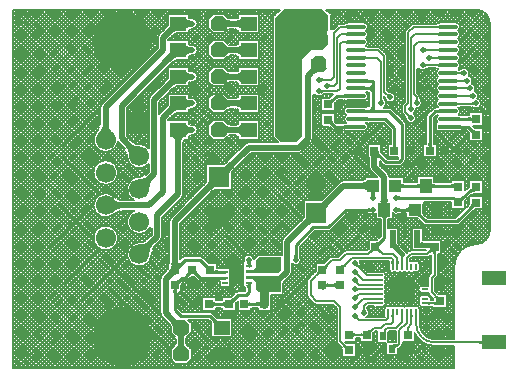
<source format=gtl>
G04*
G04 #@! TF.GenerationSoftware,Altium Limited,Altium Designer,21.7.1 (17)*
G04*
G04 Layer_Physical_Order=1*
G04 Layer_Color=6711008*
%FSLAX25Y25*%
%MOIN*%
G70*
G04*
G04 #@! TF.SameCoordinates,7597F7ED-B0B0-46DE-8649-F5B0F68803AD*
G04*
G04*
G04 #@! TF.FilePolarity,Positive*
G04*
G01*
G75*
%ADD11C,0.01000*%
%ADD13C,0.01500*%
%ADD14C,0.00800*%
%ADD20R,0.03000X0.03000*%
G04:AMPARAMS|DCode=21|XSize=55mil|YSize=50mil|CornerRadius=0mil|HoleSize=0mil|Usage=FLASHONLY|Rotation=270.000|XOffset=0mil|YOffset=0mil|HoleType=Round|Shape=Octagon|*
%AMOCTAGOND21*
4,1,8,-0.01250,-0.02750,0.01250,-0.02750,0.02500,-0.01500,0.02500,0.01500,0.01250,0.02750,-0.01250,0.02750,-0.02500,0.01500,-0.02500,-0.01500,-0.01250,-0.02750,0.0*
%
%ADD21OCTAGOND21*%

%ADD22R,0.05000X0.05500*%
G04:AMPARAMS|DCode=23|XSize=55mil|YSize=50mil|CornerRadius=0mil|HoleSize=0mil|Usage=FLASHONLY|Rotation=0.000|XOffset=0mil|YOffset=0mil|HoleType=Round|Shape=Octagon|*
%AMOCTAGOND23*
4,1,8,0.02750,-0.01250,0.02750,0.01250,0.01500,0.02500,-0.01500,0.02500,-0.02750,0.01250,-0.02750,-0.01250,-0.01500,-0.02500,0.01500,-0.02500,0.02750,-0.01250,0.0*
%
%ADD23OCTAGOND23*%

%ADD24O,0.06693X0.01378*%
%ADD25R,0.03543X0.06299*%
%ADD26R,0.01968X0.00984*%
%ADD27R,0.06693X0.01378*%
%ADD28O,0.00882X0.02618*%
%ADD29O,0.02618X0.00882*%
%ADD30R,0.02362X0.02953*%
%ADD31R,0.05906X0.02362*%
%ADD32R,0.02362X0.05906*%
%ADD33R,0.04000X0.05000*%
%ADD34R,0.04000X0.04000*%
%ADD35R,0.03000X0.03000*%
%ADD36R,0.05500X0.05000*%
%ADD37R,0.07874X0.04724*%
%ADD62C,0.00500*%
%ADD63R,0.07874X0.07874*%
%ADD64C,0.02000*%
%ADD65C,0.03000*%
%ADD66R,0.06693X0.06693*%
%ADD67C,0.06693*%
%ADD68C,0.19685*%
%ADD69R,0.07087X0.07087*%
%ADD70C,0.07087*%
%ADD71C,0.01968*%
G36*
X142807Y114177D02*
X142772Y114223D01*
X142730Y114263D01*
X142682Y114299D01*
X142627Y114330D01*
X142565Y114356D01*
X142496Y114377D01*
X142421Y114394D01*
X142339Y114406D01*
X142250Y114413D01*
X142155Y114415D01*
Y114915D01*
X142250Y114918D01*
X142339Y114925D01*
X142421Y114937D01*
X142496Y114953D01*
X142565Y114975D01*
X142627Y115001D01*
X142682Y115032D01*
X142730Y115068D01*
X142772Y115108D01*
X142807Y115153D01*
Y114177D01*
D02*
G37*
G36*
X112099D02*
X112063Y114223D01*
X112022Y114263D01*
X111973Y114299D01*
X111918Y114330D01*
X111856Y114356D01*
X111787Y114377D01*
X111712Y114394D01*
X111630Y114406D01*
X111541Y114413D01*
X111446Y114415D01*
Y114915D01*
X111541Y114918D01*
X111630Y114925D01*
X111712Y114937D01*
X111787Y114953D01*
X111856Y114975D01*
X111918Y115001D01*
X111973Y115032D01*
X112022Y115068D01*
X112063Y115108D01*
X112099Y115153D01*
Y114177D01*
D02*
G37*
G36*
X76831Y113748D02*
X76811Y113938D01*
X76751Y114108D01*
X76650Y114258D01*
X76509Y114388D01*
X76328Y114498D01*
X76107Y114588D01*
X75845Y114658D01*
X75543Y114708D01*
X75201Y114738D01*
X74819Y114748D01*
Y116748D01*
X75201Y116758D01*
X75543Y116788D01*
X75845Y116838D01*
X76107Y116908D01*
X76328Y116998D01*
X76509Y117108D01*
X76650Y117238D01*
X76751Y117388D01*
X76811Y117558D01*
X76831Y117748D01*
Y113748D01*
D02*
G37*
G36*
X71445Y117558D02*
X71527Y117388D01*
X71665Y117238D01*
X71858Y117108D01*
X72106Y116998D01*
X72409Y116908D01*
X72768Y116838D01*
X73181Y116788D01*
X73649Y116758D01*
X74173Y116748D01*
Y114748D01*
X73649Y114738D01*
X72768Y114658D01*
X72409Y114588D01*
X72106Y114498D01*
X71858Y114388D01*
X71665Y114258D01*
X71527Y114108D01*
X71445Y113938D01*
X71417Y113748D01*
Y117748D01*
X71445Y117558D01*
D02*
G37*
G36*
X58681D02*
X58741Y117388D01*
X58842Y117238D01*
X58983Y117108D01*
X59164Y116998D01*
X59385Y116908D01*
X59647Y116838D01*
X59949Y116788D01*
X60291Y116758D01*
X60673Y116748D01*
Y114748D01*
X60291Y114738D01*
X59949Y114708D01*
X59647Y114658D01*
X59385Y114588D01*
X59164Y114498D01*
X58983Y114388D01*
X58842Y114258D01*
X58741Y114108D01*
X58681Y113938D01*
X58661Y113748D01*
Y117748D01*
X58681Y117558D01*
D02*
G37*
G36*
X56025Y113260D02*
X55870Y113373D01*
X55686Y113430D01*
X55474D01*
X55234Y113373D01*
X54965Y113260D01*
X54668Y113090D01*
X54343Y112864D01*
X53989Y112581D01*
X53197Y111846D01*
X51783Y113260D01*
X52179Y113670D01*
X52801Y114406D01*
X53027Y114731D01*
X53197Y115028D01*
X53310Y115296D01*
X53367Y115537D01*
Y115749D01*
X53310Y115933D01*
X53197Y116088D01*
X56025Y113260D01*
D02*
G37*
G36*
X142807Y111618D02*
X142772Y111663D01*
X142730Y111704D01*
X142682Y111740D01*
X142627Y111771D01*
X142565Y111797D01*
X142496Y111818D01*
X142421Y111835D01*
X142339Y111847D01*
X142250Y111854D01*
X142155Y111856D01*
Y112356D01*
X142250Y112359D01*
X142339Y112366D01*
X142421Y112378D01*
X142496Y112394D01*
X142565Y112416D01*
X142627Y112442D01*
X142682Y112473D01*
X142730Y112509D01*
X142772Y112549D01*
X142807Y112594D01*
Y111618D01*
D02*
G37*
G36*
X112099D02*
X112063Y111663D01*
X112022Y111704D01*
X111973Y111740D01*
X111918Y111771D01*
X111856Y111797D01*
X111787Y111818D01*
X111712Y111835D01*
X111630Y111847D01*
X111541Y111854D01*
X111446Y111856D01*
Y112356D01*
X111541Y112359D01*
X111630Y112366D01*
X111712Y112378D01*
X111787Y112394D01*
X111856Y112416D01*
X111918Y112442D01*
X111973Y112473D01*
X112022Y112509D01*
X112063Y112549D01*
X112099Y112594D01*
Y111618D01*
D02*
G37*
G36*
X142807Y109059D02*
X142772Y109104D01*
X142730Y109145D01*
X142682Y109181D01*
X142627Y109212D01*
X142565Y109238D01*
X142496Y109259D01*
X142421Y109276D01*
X142339Y109288D01*
X142250Y109295D01*
X142155Y109297D01*
Y109797D01*
X142250Y109800D01*
X142339Y109807D01*
X142421Y109819D01*
X142496Y109835D01*
X142565Y109857D01*
X142627Y109883D01*
X142682Y109914D01*
X142730Y109950D01*
X142772Y109990D01*
X142807Y110035D01*
Y109059D01*
D02*
G37*
G36*
X112099D02*
X112063Y109104D01*
X112022Y109145D01*
X111973Y109181D01*
X111918Y109212D01*
X111856Y109238D01*
X111787Y109259D01*
X111712Y109276D01*
X111630Y109288D01*
X111541Y109295D01*
X111446Y109297D01*
Y109797D01*
X111541Y109800D01*
X111630Y109807D01*
X111712Y109819D01*
X111787Y109835D01*
X111856Y109857D01*
X111918Y109883D01*
X111973Y109914D01*
X112022Y109950D01*
X112063Y109990D01*
X112099Y110035D01*
Y109059D01*
D02*
G37*
G36*
X142807Y106500D02*
X142772Y106545D01*
X142730Y106586D01*
X142682Y106622D01*
X142627Y106652D01*
X142565Y106679D01*
X142496Y106700D01*
X142421Y106717D01*
X142339Y106729D01*
X142250Y106736D01*
X142155Y106738D01*
Y107238D01*
X142250Y107240D01*
X142339Y107248D01*
X142421Y107260D01*
X142496Y107276D01*
X142565Y107298D01*
X142627Y107324D01*
X142682Y107355D01*
X142730Y107390D01*
X142772Y107431D01*
X142807Y107476D01*
Y106500D01*
D02*
G37*
G36*
X118425Y107431D02*
X118467Y107390D01*
X118515Y107355D01*
X118570Y107324D01*
X118632Y107298D01*
X118701Y107276D01*
X118776Y107260D01*
X118858Y107248D01*
X118947Y107240D01*
X119042Y107238D01*
Y106738D01*
X118947Y106736D01*
X118858Y106729D01*
X118776Y106717D01*
X118701Y106700D01*
X118632Y106679D01*
X118570Y106652D01*
X118515Y106622D01*
X118467Y106586D01*
X118425Y106545D01*
X118390Y106500D01*
Y107476D01*
X118425Y107431D01*
D02*
G37*
G36*
X138375Y107594D02*
X138461Y107519D01*
X138546Y107453D01*
X138630Y107396D01*
X138715Y107348D01*
X138798Y107308D01*
X138882Y107278D01*
X138965Y107256D01*
X139047Y107243D01*
X139129Y107238D01*
Y106738D01*
X139047Y106734D01*
X138965Y106721D01*
X138882Y106699D01*
X138798Y106668D01*
X138715Y106628D01*
X138630Y106580D01*
X138546Y106523D01*
X138461Y106457D01*
X138375Y106383D01*
X138289Y106299D01*
Y107677D01*
X138375Y107594D01*
D02*
G37*
G36*
X76831Y104890D02*
X76811Y105080D01*
X76751Y105250D01*
X76650Y105400D01*
X76509Y105530D01*
X76328Y105640D01*
X76107Y105730D01*
X75845Y105800D01*
X75543Y105850D01*
X75201Y105880D01*
X74819Y105890D01*
Y107890D01*
X75201Y107900D01*
X75543Y107930D01*
X75845Y107980D01*
X76107Y108050D01*
X76328Y108140D01*
X76509Y108250D01*
X76650Y108380D01*
X76751Y108530D01*
X76811Y108700D01*
X76831Y108890D01*
Y104890D01*
D02*
G37*
G36*
X71445Y108700D02*
X71527Y108530D01*
X71665Y108380D01*
X71858Y108250D01*
X72106Y108140D01*
X72409Y108050D01*
X72768Y107980D01*
X73181Y107930D01*
X73649Y107900D01*
X74173Y107890D01*
Y105890D01*
X73649Y105880D01*
X72768Y105800D01*
X72409Y105730D01*
X72106Y105640D01*
X71858Y105530D01*
X71665Y105400D01*
X71527Y105250D01*
X71445Y105080D01*
X71417Y104890D01*
Y108890D01*
X71445Y108700D01*
D02*
G37*
G36*
X58681D02*
X58741Y108530D01*
X58842Y108380D01*
X58983Y108250D01*
X59164Y108140D01*
X59385Y108050D01*
X59647Y107980D01*
X59949Y107930D01*
X60291Y107900D01*
X60673Y107890D01*
Y105890D01*
X60291Y105880D01*
X59949Y105850D01*
X59647Y105800D01*
X59385Y105730D01*
X59164Y105640D01*
X58983Y105530D01*
X58842Y105400D01*
X58741Y105250D01*
X58681Y105080D01*
X58661Y104890D01*
Y108890D01*
X58681Y108700D01*
D02*
G37*
G36*
X56025Y104402D02*
X55870Y104515D01*
X55686Y104571D01*
X55474D01*
X55234Y104515D01*
X54965Y104402D01*
X54668Y104232D01*
X54343Y104006D01*
X53989Y103723D01*
X53197Y102988D01*
X51783Y104402D01*
X52179Y104812D01*
X52801Y105547D01*
X53027Y105872D01*
X53197Y106169D01*
X53310Y106438D01*
X53367Y106679D01*
Y106891D01*
X53310Y107075D01*
X53197Y107230D01*
X56025Y104402D01*
D02*
G37*
G36*
X142807Y103941D02*
X142772Y103986D01*
X142730Y104027D01*
X142682Y104062D01*
X142627Y104093D01*
X142565Y104120D01*
X142496Y104141D01*
X142421Y104158D01*
X142339Y104170D01*
X142250Y104177D01*
X142155Y104179D01*
Y104679D01*
X142250Y104682D01*
X142339Y104689D01*
X142421Y104701D01*
X142496Y104717D01*
X142565Y104739D01*
X142627Y104765D01*
X142682Y104796D01*
X142730Y104832D01*
X142772Y104872D01*
X142807Y104917D01*
Y103941D01*
D02*
G37*
G36*
X118425Y104872D02*
X118467Y104832D01*
X118515Y104796D01*
X118570Y104765D01*
X118632Y104739D01*
X118701Y104717D01*
X118776Y104701D01*
X118858Y104689D01*
X118947Y104682D01*
X119042Y104679D01*
Y104179D01*
X118947Y104177D01*
X118858Y104170D01*
X118776Y104158D01*
X118701Y104141D01*
X118632Y104120D01*
X118570Y104093D01*
X118515Y104062D01*
X118467Y104027D01*
X118425Y103986D01*
X118390Y103941D01*
Y104917D01*
X118425Y104872D01*
D02*
G37*
G36*
X140245Y105035D02*
X140331Y104960D01*
X140416Y104894D01*
X140500Y104837D01*
X140585Y104789D01*
X140668Y104749D01*
X140752Y104719D01*
X140835Y104697D01*
X140917Y104683D01*
X140999Y104679D01*
Y104179D01*
X140917Y104175D01*
X140835Y104162D01*
X140752Y104140D01*
X140668Y104109D01*
X140585Y104069D01*
X140500Y104021D01*
X140416Y103964D01*
X140331Y103898D01*
X140245Y103823D01*
X140160Y103740D01*
Y105118D01*
X140245Y105035D01*
D02*
G37*
G36*
X142807Y101382D02*
X142772Y101427D01*
X142730Y101468D01*
X142682Y101503D01*
X142627Y101534D01*
X142565Y101560D01*
X142496Y101582D01*
X142421Y101599D01*
X142339Y101611D01*
X142250Y101618D01*
X142155Y101620D01*
Y102120D01*
X142250Y102122D01*
X142339Y102130D01*
X142421Y102141D01*
X142496Y102158D01*
X142565Y102180D01*
X142627Y102206D01*
X142682Y102237D01*
X142730Y102272D01*
X142772Y102313D01*
X142807Y102358D01*
Y101382D01*
D02*
G37*
G36*
X138277Y102476D02*
X138362Y102401D01*
X138447Y102335D01*
X138532Y102278D01*
X138616Y102230D01*
X138700Y102190D01*
X138783Y102160D01*
X138866Y102138D01*
X138949Y102124D01*
X139031Y102120D01*
Y101620D01*
X138949Y101616D01*
X138866Y101602D01*
X138783Y101581D01*
X138700Y101550D01*
X138616Y101510D01*
X138532Y101462D01*
X138447Y101405D01*
X138362Y101339D01*
X138277Y101265D01*
X138191Y101181D01*
Y102559D01*
X138277Y102476D01*
D02*
G37*
G36*
X150534Y98610D02*
X150453Y98695D01*
X150372Y98772D01*
X150291Y98840D01*
X150209Y98899D01*
X150127Y98948D01*
X150045Y98989D01*
X149963Y99020D01*
X149880Y99043D01*
X149797Y99057D01*
X149726Y99060D01*
X149655Y99059D01*
X149567Y99051D01*
X149485Y99040D01*
X149409Y99023D01*
X149341Y99001D01*
X149279Y98975D01*
X149224Y98944D01*
X149175Y98909D01*
X149134Y98868D01*
X149098Y98823D01*
Y99799D01*
X149134Y99754D01*
X149175Y99713D01*
X149224Y99678D01*
X149279Y99647D01*
X149341Y99620D01*
X149409Y99599D01*
X149485Y99582D01*
X149567Y99571D01*
X149655Y99563D01*
X149742Y99561D01*
X149819Y99565D01*
X149901Y99578D01*
X149984Y99599D01*
X150069Y99629D01*
X150154Y99667D01*
X150240Y99714D01*
X150328Y99769D01*
X150417Y99833D01*
X150506Y99906D01*
X150597Y99986D01*
X150534Y98610D01*
D02*
G37*
G36*
X103130Y99522D02*
X102987Y99646D01*
X102814Y99711D01*
X102611Y99718D01*
X102377Y99667D01*
X102113Y99557D01*
X101819Y99389D01*
X101495Y99163D01*
X101141Y98879D01*
X100341Y98136D01*
X99137Y99760D01*
X99523Y100160D01*
X100133Y100882D01*
X100357Y101204D01*
X100526Y101500D01*
X100642Y101769D01*
X100703Y102013D01*
X100711Y102231D01*
X100664Y102423D01*
X100563Y102588D01*
X103130Y99522D01*
D02*
G37*
G36*
X103828Y97653D02*
X103913Y97578D01*
X103998Y97512D01*
X104083Y97455D01*
X104167Y97407D01*
X104251Y97367D01*
X104334Y97337D01*
X104417Y97315D01*
X104500Y97302D01*
X104582Y97297D01*
Y96797D01*
X104500Y96793D01*
X104417Y96780D01*
X104334Y96758D01*
X104251Y96727D01*
X104167Y96688D01*
X104083Y96639D01*
X103998Y96582D01*
X103913Y96516D01*
X103828Y96442D01*
X103742Y96358D01*
Y97736D01*
X103828Y97653D01*
D02*
G37*
G36*
X149134Y97195D02*
X149175Y97154D01*
X149224Y97119D01*
X149279Y97088D01*
X149341Y97062D01*
X149409Y97040D01*
X149485Y97023D01*
X149567Y97012D01*
X149655Y97004D01*
X149751Y97002D01*
Y96502D01*
X149655Y96500D01*
X149567Y96492D01*
X149485Y96481D01*
X149409Y96464D01*
X149341Y96442D01*
X149279Y96416D01*
X149224Y96385D01*
X149175Y96350D01*
X149134Y96309D01*
X149098Y96264D01*
Y97240D01*
X149134Y97195D01*
D02*
G37*
G36*
X118215Y97364D02*
X118280Y97340D01*
X118361Y97319D01*
X118458Y97302D01*
X118699Y97274D01*
X119003Y97257D01*
X119372Y97252D01*
Y96252D01*
X119180Y96250D01*
X118458Y96202D01*
X118361Y96184D01*
X118280Y96164D01*
X118215Y96140D01*
X118166Y96114D01*
Y97390D01*
X118215Y97364D01*
D02*
G37*
G36*
X151549Y96063D02*
X151463Y96146D01*
X151378Y96221D01*
X151293Y96287D01*
X151208Y96344D01*
X151124Y96392D01*
X151040Y96432D01*
X150957Y96462D01*
X150874Y96484D01*
X150792Y96497D01*
X150709Y96502D01*
Y97002D01*
X150792Y97006D01*
X150874Y97019D01*
X150957Y97041D01*
X151040Y97072D01*
X151124Y97112D01*
X151208Y97160D01*
X151293Y97217D01*
X151378Y97283D01*
X151463Y97357D01*
X151549Y97441D01*
Y96063D01*
D02*
G37*
G36*
X76831Y96031D02*
X76811Y96222D01*
X76751Y96391D01*
X76650Y96542D01*
X76509Y96671D01*
X76328Y96781D01*
X76107Y96872D01*
X75845Y96942D01*
X75543Y96991D01*
X75201Y97022D01*
X74819Y97031D01*
Y99032D01*
X75201Y99041D01*
X75543Y99072D01*
X75845Y99121D01*
X76107Y99191D01*
X76328Y99282D01*
X76509Y99392D01*
X76650Y99521D01*
X76751Y99672D01*
X76811Y99841D01*
X76831Y100031D01*
Y96031D01*
D02*
G37*
G36*
X71445Y99841D02*
X71527Y99672D01*
X71665Y99521D01*
X71858Y99392D01*
X72106Y99282D01*
X72409Y99191D01*
X72768Y99121D01*
X73181Y99072D01*
X73649Y99041D01*
X74173Y99032D01*
Y97031D01*
X73649Y97022D01*
X72768Y96942D01*
X72409Y96872D01*
X72106Y96781D01*
X71858Y96671D01*
X71665Y96542D01*
X71527Y96391D01*
X71445Y96222D01*
X71417Y96031D01*
Y100031D01*
X71445Y99841D01*
D02*
G37*
G36*
X58681D02*
X58741Y99672D01*
X58842Y99521D01*
X58983Y99392D01*
X59164Y99282D01*
X59385Y99191D01*
X59647Y99121D01*
X59949Y99072D01*
X60291Y99041D01*
X60673Y99032D01*
Y97031D01*
X60291Y97022D01*
X59949Y96991D01*
X59647Y96942D01*
X59385Y96872D01*
X59164Y96781D01*
X58983Y96671D01*
X58842Y96542D01*
X58741Y96391D01*
X58681Y96222D01*
X58661Y96031D01*
Y100031D01*
X58681Y99841D01*
D02*
G37*
G36*
X56025Y95543D02*
X55870Y95657D01*
X55686Y95713D01*
X55474D01*
X55234Y95657D01*
X54965Y95543D01*
X54668Y95374D01*
X54343Y95148D01*
X53989Y94865D01*
X53197Y94129D01*
X51783Y95543D01*
X52179Y95954D01*
X52801Y96689D01*
X53027Y97014D01*
X53197Y97311D01*
X53310Y97580D01*
X53367Y97820D01*
Y98032D01*
X53310Y98216D01*
X53197Y98372D01*
X56025Y95543D01*
D02*
G37*
G36*
X121256Y94193D02*
X120256Y92693D01*
X120246Y92883D01*
X120216Y93053D01*
X120166Y93203D01*
X120096Y93333D01*
X120006Y93443D01*
X119896Y93533D01*
X119766Y93603D01*
X119616Y93653D01*
X119446Y93683D01*
X119270Y93692D01*
X119180Y93691D01*
X118458Y93643D01*
X118361Y93625D01*
X118280Y93605D01*
X118215Y93581D01*
X118166Y93555D01*
Y94831D01*
X118215Y94804D01*
X118280Y94781D01*
X118361Y94760D01*
X118458Y94742D01*
X118699Y94715D01*
X119003Y94698D01*
X119281Y94694D01*
X119446Y94703D01*
X119616Y94733D01*
X119766Y94783D01*
X119896Y94853D01*
X120006Y94943D01*
X120096Y95053D01*
X120166Y95183D01*
X120216Y95333D01*
X120246Y95503D01*
X120256Y95693D01*
X121256Y94193D01*
D02*
G37*
G36*
X106289Y95684D02*
X106374Y95610D01*
X106459Y95544D01*
X106544Y95487D01*
X106628Y95438D01*
X106712Y95399D01*
X106795Y95368D01*
X106878Y95346D01*
X106960Y95333D01*
X107043Y95329D01*
Y94829D01*
X106960Y94824D01*
X106878Y94811D01*
X106795Y94789D01*
X106712Y94758D01*
X106628Y94719D01*
X106544Y94671D01*
X106459Y94614D01*
X106374Y94548D01*
X106289Y94473D01*
X106203Y94390D01*
Y95768D01*
X106289Y95684D01*
D02*
G37*
G36*
X149134Y94636D02*
X149175Y94595D01*
X149224Y94560D01*
X149279Y94529D01*
X149341Y94502D01*
X149409Y94481D01*
X149485Y94464D01*
X149567Y94452D01*
X149655Y94445D01*
X149751Y94443D01*
Y93943D01*
X149655Y93941D01*
X149567Y93933D01*
X149485Y93922D01*
X149409Y93905D01*
X149341Y93883D01*
X149279Y93857D01*
X149224Y93826D01*
X149175Y93791D01*
X149134Y93750D01*
X149098Y93705D01*
Y94681D01*
X149134Y94636D01*
D02*
G37*
G36*
X152500Y93491D02*
X152419Y93577D01*
X152339Y93654D01*
X152258Y93721D01*
X152176Y93780D01*
X152095Y93830D01*
X152013Y93871D01*
X151931Y93902D01*
X151848Y93925D01*
X151765Y93938D01*
X151682Y93943D01*
X151708Y94443D01*
X151789Y94447D01*
X151871Y94460D01*
X151954Y94481D01*
X152038Y94511D01*
X152124Y94549D01*
X152210Y94595D01*
X152298Y94651D01*
X152387Y94714D01*
X152477Y94786D01*
X152569Y94867D01*
X152500Y93491D01*
D02*
G37*
G36*
X103828Y93716D02*
X103913Y93641D01*
X103998Y93575D01*
X104083Y93518D01*
X104167Y93470D01*
X104251Y93430D01*
X104334Y93400D01*
X104417Y93378D01*
X104500Y93365D01*
X104582Y93360D01*
Y92860D01*
X104500Y92856D01*
X104417Y92843D01*
X104334Y92821D01*
X104251Y92790D01*
X104167Y92751D01*
X104083Y92702D01*
X103998Y92645D01*
X103913Y92579D01*
X103828Y92505D01*
X103742Y92421D01*
Y93799D01*
X103828Y93716D01*
D02*
G37*
G36*
X125809Y92354D02*
X125876Y92305D01*
X125950Y92262D01*
X126031Y92225D01*
X126118Y92194D01*
X126212Y92168D01*
X126312Y92149D01*
X126419Y92135D01*
X126532Y92128D01*
X126652Y92126D01*
X125677Y91151D01*
X125675Y91271D01*
X125668Y91384D01*
X125654Y91491D01*
X125635Y91591D01*
X125610Y91685D01*
X125578Y91772D01*
X125541Y91853D01*
X125498Y91927D01*
X125449Y91995D01*
X125394Y92056D01*
X125748Y92409D01*
X125809Y92354D01*
D02*
G37*
G36*
X149134Y92077D02*
X149175Y92036D01*
X149224Y92001D01*
X149279Y91970D01*
X149341Y91943D01*
X149409Y91922D01*
X149485Y91905D01*
X149567Y91893D01*
X149655Y91886D01*
X149751Y91884D01*
Y91384D01*
X149655Y91381D01*
X149567Y91374D01*
X149485Y91362D01*
X149409Y91346D01*
X149341Y91324D01*
X149279Y91298D01*
X149224Y91267D01*
X149175Y91232D01*
X149134Y91191D01*
X149098Y91146D01*
Y92122D01*
X149134Y92077D01*
D02*
G37*
G36*
X112322Y90996D02*
X112273Y91022D01*
X112208Y91046D01*
X112127Y91066D01*
X112031Y91084D01*
X111789Y91112D01*
X111485Y91128D01*
X111116Y91134D01*
Y92134D01*
X111309Y92135D01*
X112031Y92183D01*
X112127Y92201D01*
X112208Y92222D01*
X112273Y92245D01*
X112322Y92272D01*
Y90996D01*
D02*
G37*
G36*
X153518Y90945D02*
X153432Y91028D01*
X153346Y91103D01*
X153261Y91169D01*
X153177Y91226D01*
X153093Y91274D01*
X153009Y91314D01*
X152925Y91344D01*
X152842Y91366D01*
X152760Y91379D01*
X152678Y91384D01*
Y91884D01*
X152760Y91888D01*
X152842Y91901D01*
X152925Y91923D01*
X153009Y91954D01*
X153093Y91994D01*
X153177Y92042D01*
X153261Y92099D01*
X153346Y92165D01*
X153432Y92239D01*
X153518Y92323D01*
Y90945D01*
D02*
G37*
G36*
X108187Y90268D02*
X107988Y90062D01*
X107674Y89692D01*
X107560Y89530D01*
X107474Y89381D01*
X107416Y89247D01*
X107387Y89127D01*
X107385Y89021D01*
X107412Y88930D01*
X107468Y88854D01*
X106066Y90256D01*
X106142Y90201D01*
X106233Y90173D01*
X106339Y90175D01*
X106459Y90204D01*
X106593Y90262D01*
X106741Y90348D01*
X106904Y90462D01*
X107082Y90605D01*
X107480Y90975D01*
X108187Y90268D01*
D02*
G37*
G36*
X135758Y90649D02*
X135772Y90567D01*
X135793Y90484D01*
X135824Y90401D01*
X135864Y90317D01*
X135912Y90233D01*
X135969Y90148D01*
X136035Y90063D01*
X136109Y89978D01*
X136193Y89892D01*
X134815D01*
X134898Y89978D01*
X134973Y90063D01*
X135039Y90148D01*
X135096Y90233D01*
X135144Y90317D01*
X135184Y90401D01*
X135214Y90484D01*
X135236Y90567D01*
X135249Y90649D01*
X135254Y90732D01*
X135754D01*
X135758Y90649D01*
D02*
G37*
G36*
X123963Y90634D02*
X123976Y90551D01*
X123998Y90468D01*
X124029Y90385D01*
X124068Y90301D01*
X124117Y90217D01*
X124174Y90132D01*
X124240Y90047D01*
X124314Y89962D01*
X124398Y89876D01*
X123020D01*
X123103Y89962D01*
X123178Y90047D01*
X123244Y90132D01*
X123301Y90217D01*
X123349Y90301D01*
X123388Y90385D01*
X123419Y90468D01*
X123441Y90551D01*
X123454Y90634D01*
X123459Y90716D01*
X123959D01*
X123963Y90634D01*
D02*
G37*
G36*
X149134Y89518D02*
X149175Y89477D01*
X149224Y89441D01*
X149279Y89411D01*
X149341Y89384D01*
X149409Y89363D01*
X149485Y89346D01*
X149567Y89334D01*
X149655Y89327D01*
X149751Y89325D01*
Y88825D01*
X149655Y88822D01*
X149567Y88815D01*
X149485Y88803D01*
X149409Y88787D01*
X149341Y88765D01*
X149279Y88739D01*
X149224Y88708D01*
X149175Y88672D01*
X149134Y88632D01*
X149098Y88587D01*
Y89563D01*
X149134Y89518D01*
D02*
G37*
G36*
X154531Y88398D02*
X154441Y88479D01*
X154263Y88616D01*
X154176Y88671D01*
X154090Y88718D01*
X154004Y88757D01*
X153920Y88786D01*
X153837Y88808D01*
X153755Y88820D01*
X153674Y88825D01*
X153652Y89325D01*
X153735Y89329D01*
X153818Y89343D01*
X153901Y89365D01*
X153983Y89397D01*
X154065Y89437D01*
X154147Y89487D01*
X154229Y89545D01*
X154311Y89613D01*
X154392Y89689D01*
X154473Y89775D01*
X154531Y88398D01*
D02*
G37*
G36*
X133806Y88665D02*
X133819Y88583D01*
X133841Y88500D01*
X133871Y88416D01*
X133911Y88333D01*
X133959Y88248D01*
X134016Y88164D01*
X134082Y88079D01*
X134157Y87993D01*
X134240Y87908D01*
X132862D01*
X132946Y87993D01*
X133020Y88079D01*
X133086Y88164D01*
X133143Y88248D01*
X133191Y88333D01*
X133231Y88416D01*
X133262Y88500D01*
X133284Y88583D01*
X133297Y88665D01*
X133301Y88747D01*
X133801D01*
X133806Y88665D01*
D02*
G37*
G36*
X76831Y87173D02*
X76811Y87363D01*
X76751Y87533D01*
X76650Y87683D01*
X76509Y87813D01*
X76328Y87923D01*
X76107Y88013D01*
X75845Y88083D01*
X75543Y88133D01*
X75201Y88163D01*
X74819Y88173D01*
Y90173D01*
X75201Y90183D01*
X75543Y90213D01*
X75845Y90263D01*
X76107Y90333D01*
X76328Y90423D01*
X76509Y90533D01*
X76650Y90663D01*
X76751Y90813D01*
X76811Y90983D01*
X76831Y91173D01*
Y87173D01*
D02*
G37*
G36*
X71445Y90983D02*
X71527Y90813D01*
X71665Y90663D01*
X71858Y90533D01*
X72106Y90423D01*
X72409Y90333D01*
X72768Y90263D01*
X73181Y90213D01*
X73649Y90183D01*
X74173Y90173D01*
Y88173D01*
X73649Y88163D01*
X72768Y88083D01*
X72409Y88013D01*
X72106Y87923D01*
X71858Y87813D01*
X71665Y87683D01*
X71527Y87533D01*
X71445Y87363D01*
X71417Y87173D01*
Y91173D01*
X71445Y90983D01*
D02*
G37*
G36*
X58681D02*
X58741Y90813D01*
X58842Y90663D01*
X58983Y90533D01*
X59164Y90423D01*
X59385Y90333D01*
X59647Y90263D01*
X59949Y90213D01*
X60291Y90183D01*
X60673Y90173D01*
Y88173D01*
X60291Y88163D01*
X59949Y88133D01*
X59647Y88083D01*
X59385Y88013D01*
X59164Y87923D01*
X58983Y87813D01*
X58842Y87683D01*
X58741Y87533D01*
X58681Y87363D01*
X58661Y87173D01*
Y91173D01*
X58681Y90983D01*
D02*
G37*
G36*
X121266Y87826D02*
X121296Y87656D01*
X121346Y87506D01*
X121416Y87376D01*
X121506Y87266D01*
X121616Y87176D01*
X121746Y87106D01*
X121896Y87056D01*
X122066Y87026D01*
X122256Y87016D01*
X120756Y86016D01*
X119372Y86939D01*
Y86016D01*
X119180Y86014D01*
X118458Y85966D01*
X118361Y85948D01*
X118280Y85928D01*
X118215Y85904D01*
X118166Y85878D01*
Y87153D01*
X118215Y87127D01*
X118280Y87104D01*
X118361Y87083D01*
X118458Y87065D01*
X118699Y87038D01*
X119003Y87021D01*
X119281Y87017D01*
X119446Y87026D01*
X119616Y87056D01*
X119766Y87106D01*
X119896Y87176D01*
X120006Y87266D01*
X120096Y87376D01*
X120166Y87506D01*
X120216Y87656D01*
X120246Y87826D01*
X120256Y88016D01*
X121256D01*
X121266Y87826D01*
D02*
G37*
G36*
X56025Y86685D02*
X55870Y86798D01*
X55686Y86855D01*
X55474D01*
X55234Y86798D01*
X54965Y86685D01*
X54668Y86515D01*
X54343Y86289D01*
X53989Y86006D01*
X53197Y85271D01*
X51783Y86685D01*
X52179Y87095D01*
X52801Y87831D01*
X53027Y88156D01*
X53197Y88453D01*
X53310Y88722D01*
X53367Y88962D01*
Y89174D01*
X53310Y89358D01*
X53197Y89514D01*
X56025Y86685D01*
D02*
G37*
G36*
X143031Y85878D02*
X142982Y85904D01*
X142917Y85928D01*
X142836Y85948D01*
X142739Y85966D01*
X142498Y85994D01*
X142193Y86010D01*
X141825Y86016D01*
Y87016D01*
X142017Y87017D01*
X142739Y87065D01*
X142836Y87083D01*
X142917Y87104D01*
X142982Y87127D01*
X143031Y87153D01*
Y85878D01*
D02*
G37*
G36*
X132698Y85465D02*
X132766Y85416D01*
X132840Y85372D01*
X132921Y85335D01*
X133008Y85304D01*
X133102Y85278D01*
X133202Y85259D01*
X133308Y85246D01*
X133422Y85238D01*
X133541Y85236D01*
X132567Y84262D01*
X132565Y84382D01*
X132558Y84495D01*
X132544Y84601D01*
X132525Y84702D01*
X132499Y84795D01*
X132468Y84882D01*
X132431Y84963D01*
X132388Y85037D01*
X132339Y85105D01*
X132284Y85166D01*
X132637Y85519D01*
X132698Y85465D01*
D02*
G37*
G36*
X148924Y84568D02*
X148989Y84545D01*
X149069Y84524D01*
X149166Y84506D01*
X149407Y84479D01*
X149712Y84462D01*
X150080Y84457D01*
Y83457D01*
X149888Y83455D01*
X149166Y83407D01*
X149069Y83389D01*
X148989Y83368D01*
X148924Y83345D01*
X148874Y83319D01*
Y84594D01*
X148924Y84568D01*
D02*
G37*
G36*
X118215D02*
X118280Y84545D01*
X118361Y84524D01*
X118458Y84506D01*
X118699Y84479D01*
X119003Y84462D01*
X119372Y84457D01*
Y83457D01*
X119180Y83455D01*
X118458Y83407D01*
X118361Y83389D01*
X118280Y83368D01*
X118215Y83345D01*
X118166Y83319D01*
Y84594D01*
X118215Y84568D01*
D02*
G37*
G36*
X153716Y82957D02*
X153706Y83052D01*
X153676Y83137D01*
X153626Y83212D01*
X153556Y83277D01*
X153466Y83332D01*
X153356Y83377D01*
X153226Y83412D01*
X153076Y83437D01*
X152906Y83452D01*
X152716Y83457D01*
Y84457D01*
X152906Y84462D01*
X153076Y84477D01*
X153226Y84502D01*
X153356Y84537D01*
X153466Y84582D01*
X153556Y84637D01*
X153626Y84702D01*
X153676Y84777D01*
X153706Y84862D01*
X153716Y84957D01*
Y82957D01*
D02*
G37*
G36*
X107412Y83511D02*
X107385Y83420D01*
X107387Y83315D01*
X107416Y83195D01*
X107474Y83061D01*
X107560Y82912D01*
X107674Y82749D01*
X107817Y82572D01*
X108187Y82174D01*
X107480Y81467D01*
X107274Y81666D01*
X106904Y81979D01*
X106741Y82094D01*
X106593Y82180D01*
X106459Y82237D01*
X106339Y82267D01*
X106233Y82268D01*
X106142Y82241D01*
X106066Y82186D01*
X107468Y83588D01*
X107412Y83511D01*
D02*
G37*
G36*
X112322Y80760D02*
X112273Y80786D01*
X112208Y80809D01*
X112127Y80830D01*
X112031Y80848D01*
X111789Y80876D01*
X111485Y80892D01*
X111116Y80898D01*
Y81898D01*
X111309Y81899D01*
X112031Y81947D01*
X112127Y81965D01*
X112208Y81986D01*
X112273Y82009D01*
X112322Y82035D01*
Y80760D01*
D02*
G37*
G36*
X149297Y82041D02*
X149327Y82011D01*
X149377Y81984D01*
X149447Y81961D01*
X149537Y81942D01*
X149647Y81926D01*
X149927Y81905D01*
X150287Y81898D01*
Y80898D01*
X150097Y80896D01*
X149537Y80853D01*
X149447Y80834D01*
X149377Y80811D01*
X149327Y80784D01*
X149297Y80754D01*
X149287Y80721D01*
Y82075D01*
X149297Y82041D01*
D02*
G37*
G36*
X32832Y81892D02*
X32873Y81599D01*
X32940Y81308D01*
X33034Y81022D01*
X33154Y80739D01*
X33302Y80459D01*
X33477Y80184D01*
X33678Y79912D01*
X33906Y79643D01*
X34161Y79378D01*
X29476D01*
X29732Y79643D01*
X29960Y79912D01*
X30161Y80184D01*
X30336Y80459D01*
X30483Y80739D01*
X30604Y81022D01*
X30698Y81308D01*
X30765Y81599D01*
X30806Y81892D01*
X30819Y82190D01*
X32819D01*
X32832Y81892D01*
D02*
G37*
G36*
X153921Y80738D02*
X154289Y80426D01*
X154452Y80313D01*
X154600Y80228D01*
X154735Y80172D01*
X154855Y80144D01*
X154961D01*
X155053Y80172D01*
X155131Y80228D01*
X153716Y78814D01*
X153773Y78892D01*
X153801Y78984D01*
Y79090D01*
X153773Y79210D01*
X153716Y79345D01*
X153631Y79493D01*
X153518Y79656D01*
X153377Y79833D01*
X153009Y80228D01*
X153716Y80936D01*
X153921Y80738D01*
D02*
G37*
G36*
X76831Y78315D02*
X76811Y78505D01*
X76751Y78675D01*
X76650Y78825D01*
X76509Y78955D01*
X76328Y79065D01*
X76107Y79155D01*
X75845Y79225D01*
X75543Y79275D01*
X75201Y79305D01*
X74819Y79315D01*
Y81315D01*
X75201Y81325D01*
X75543Y81355D01*
X75845Y81405D01*
X76107Y81475D01*
X76328Y81565D01*
X76509Y81675D01*
X76650Y81805D01*
X76751Y81955D01*
X76811Y82125D01*
X76831Y82315D01*
Y78315D01*
D02*
G37*
G36*
X71445Y82125D02*
X71527Y81955D01*
X71665Y81805D01*
X71858Y81675D01*
X72106Y81565D01*
X72409Y81475D01*
X72768Y81405D01*
X73181Y81355D01*
X73649Y81325D01*
X74173Y81315D01*
Y79315D01*
X73649Y79305D01*
X72768Y79225D01*
X72409Y79155D01*
X72106Y79065D01*
X71858Y78955D01*
X71665Y78825D01*
X71527Y78675D01*
X71445Y78505D01*
X71417Y78315D01*
Y82315D01*
X71445Y82125D01*
D02*
G37*
G36*
X58681D02*
X58741Y81955D01*
X58842Y81805D01*
X58983Y81675D01*
X59164Y81565D01*
X59385Y81475D01*
X59647Y81405D01*
X59949Y81355D01*
X60291Y81325D01*
X60673Y81315D01*
Y79315D01*
X60291Y79305D01*
X59949Y79275D01*
X59647Y79225D01*
X59385Y79155D01*
X59164Y79065D01*
X58983Y78955D01*
X58842Y78825D01*
X58741Y78675D01*
X58681Y78505D01*
X58661Y78315D01*
Y82315D01*
X58681Y82125D01*
D02*
G37*
G36*
X105992Y118701D02*
X105992Y113584D01*
X105844Y113485D01*
X105623Y113154D01*
X105545Y112764D01*
X105623Y112374D01*
X105844Y112043D01*
X105992Y111944D01*
Y108858D01*
X104024Y106890D01*
X100087D01*
X97134Y103937D01*
Y78346D01*
X95165Y76378D01*
X90245D01*
X88276Y78347D01*
Y117717D01*
X91193Y120634D01*
X104059D01*
X105992Y118701D01*
D02*
G37*
G36*
X57745Y77807D02*
X57575Y77747D01*
X57425Y77647D01*
X57295Y77507D01*
X57185Y77327D01*
X57095Y77107D01*
X57025Y76847D01*
X56975Y76547D01*
X56945Y76207D01*
X56935Y75827D01*
X54935D01*
X54925Y76207D01*
X54895Y76547D01*
X54845Y76847D01*
X54775Y77107D01*
X54685Y77327D01*
X54575Y77507D01*
X54445Y77647D01*
X54295Y77747D01*
X54125Y77807D01*
X53935Y77827D01*
X57935D01*
X57745Y77807D01*
D02*
G37*
G36*
X140356Y75723D02*
X140371Y75554D01*
X140396Y75403D01*
X140431Y75274D01*
X140476Y75164D01*
X140531Y75073D01*
X140596Y75003D01*
X140671Y74954D01*
X140756Y74923D01*
X140851Y74914D01*
X138851D01*
X138946Y74923D01*
X139031Y74954D01*
X139106Y75003D01*
X139171Y75073D01*
X139226Y75164D01*
X139271Y75274D01*
X139306Y75403D01*
X139331Y75554D01*
X139346Y75723D01*
X139351Y75914D01*
X140351D01*
X140356Y75723D01*
D02*
G37*
G36*
X128545D02*
X128560Y75554D01*
X128585Y75403D01*
X128620Y75274D01*
X128665Y75164D01*
X128720Y75073D01*
X128785Y75003D01*
X128860Y74954D01*
X128945Y74923D01*
X129040Y74914D01*
X127040D01*
X127135Y74923D01*
X127220Y74954D01*
X127295Y75003D01*
X127360Y75073D01*
X127415Y75164D01*
X127460Y75274D01*
X127495Y75403D01*
X127520Y75554D01*
X127535Y75723D01*
X127540Y75914D01*
X128540D01*
X128545Y75723D01*
D02*
G37*
G36*
X40249Y75731D02*
X40485Y75552D01*
X40738Y75395D01*
X41007Y75258D01*
X41292Y75144D01*
X41594Y75051D01*
X41913Y74979D01*
X42248Y74929D01*
X42599Y74901D01*
X42966Y74893D01*
X39654Y71581D01*
X39647Y71948D01*
X39618Y72300D01*
X39568Y72635D01*
X39496Y72953D01*
X39403Y73255D01*
X39289Y73540D01*
X39153Y73809D01*
X38995Y74062D01*
X38816Y74298D01*
X38615Y74518D01*
X40029Y75932D01*
X40249Y75731D01*
D02*
G37*
G36*
X122361Y73356D02*
X122402Y73265D01*
X122471Y73152D01*
X122535Y73063D01*
X122823Y73352D01*
X122767Y73275D01*
X122740Y73184D01*
X122741Y73078D01*
X122771Y72959D01*
X122829Y72824D01*
X122915Y72676D01*
X123029Y72513D01*
X123172Y72335D01*
X123509Y71972D01*
X123727Y71753D01*
X123020Y71045D01*
X122755Y71307D01*
X122497Y71533D01*
X122469Y71438D01*
X122425Y71218D01*
X122391Y70957D01*
X122352Y70318D01*
X122347Y69937D01*
X120347D01*
X120342Y70318D01*
X120269Y71218D01*
X120225Y71438D01*
X120171Y71618D01*
X120108Y71758D01*
X120034Y71858D01*
X119951Y71917D01*
X119859Y71938D01*
X121958D01*
X121948Y71943D01*
X121814Y72001D01*
X121694Y72031D01*
X121588Y72032D01*
X121497Y72005D01*
X121421Y71949D01*
X121701Y72230D01*
X121620Y72301D01*
X121507Y72370D01*
X121416Y72412D01*
X121346Y72426D01*
X122347Y73426D01*
X122361Y73356D01*
D02*
G37*
G36*
X74520Y68098D02*
X74123Y67687D01*
X73498Y66950D01*
X73271Y66624D01*
X73100Y66327D01*
X72986Y66059D01*
X72928Y65819D01*
X72927Y65607D01*
X72982Y65424D01*
X73094Y65270D01*
X70278Y68086D01*
X70432Y67974D01*
X70615Y67919D01*
X70827Y67920D01*
X71067Y67978D01*
X71335Y68092D01*
X71632Y68263D01*
X71958Y68491D01*
X72312Y68775D01*
X73106Y69512D01*
X74520Y68098D01*
D02*
G37*
G36*
X68872Y61036D02*
X68716Y61149D01*
X68533Y61205D01*
X68320D01*
X68080Y61149D01*
X67811Y61036D01*
X67514Y60866D01*
X67189Y60640D01*
X66835Y60357D01*
X66044Y59621D01*
X64629Y61036D01*
X65025Y61446D01*
X65648Y62181D01*
X65874Y62506D01*
X66044Y62803D01*
X66157Y63072D01*
X66213Y63313D01*
Y63525D01*
X66157Y63709D01*
X66044Y63864D01*
X68872Y61036D01*
D02*
G37*
G36*
X47385Y63601D02*
X47184Y63381D01*
X47005Y63145D01*
X46847Y62892D01*
X46711Y62623D01*
X46597Y62338D01*
X46503Y62036D01*
X46432Y61717D01*
X46382Y61382D01*
X46353Y61031D01*
X46346Y60663D01*
X43033Y63976D01*
X43401Y63983D01*
X43753Y64012D01*
X44087Y64062D01*
X44406Y64133D01*
X44708Y64227D01*
X44993Y64341D01*
X45262Y64477D01*
X45515Y64635D01*
X45751Y64814D01*
X45971Y65015D01*
X47385Y63601D01*
D02*
G37*
G36*
X147811Y60614D02*
X147801Y60709D01*
X147771Y60794D01*
X147721Y60869D01*
X147651Y60934D01*
X147561Y60989D01*
X147451Y61034D01*
X147321Y61069D01*
X147171Y61094D01*
X147001Y61109D01*
X146811Y61114D01*
Y62114D01*
X147001Y62119D01*
X147171Y62134D01*
X147321Y62159D01*
X147451Y62194D01*
X147561Y62239D01*
X147651Y62294D01*
X147721Y62359D01*
X147771Y62434D01*
X147801Y62519D01*
X147811Y62614D01*
Y60614D01*
D02*
G37*
G36*
X140459Y62519D02*
X140489Y62434D01*
X140540Y62359D01*
X140610Y62294D01*
X140701Y62239D01*
X140813Y62194D01*
X140944Y62159D01*
X141096Y62134D01*
X141268Y62119D01*
X141460Y62114D01*
Y61114D01*
X141268Y61109D01*
X141096Y61094D01*
X140944Y61069D01*
X140813Y61034D01*
X140701Y60989D01*
X140610Y60934D01*
X140540Y60869D01*
X140489Y60794D01*
X140459Y60709D01*
X140448Y60614D01*
Y62614D01*
X140459Y62519D01*
D02*
G37*
G36*
X136496Y60614D02*
X136486Y60709D01*
X136456Y60794D01*
X136405Y60869D01*
X136335Y60934D01*
X136243Y60989D01*
X136132Y61034D01*
X136001Y61069D01*
X135849Y61094D01*
X135677Y61109D01*
X135484Y61114D01*
Y62114D01*
X135677Y62119D01*
X135849Y62134D01*
X136001Y62159D01*
X136132Y62194D01*
X136243Y62239D01*
X136335Y62294D01*
X136405Y62359D01*
X136456Y62434D01*
X136486Y62519D01*
X136496Y62614D01*
Y60614D01*
D02*
G37*
G36*
X130379Y62519D02*
X130409Y62434D01*
X130460Y62359D01*
X130531Y62294D01*
X130622Y62239D01*
X130733Y62194D01*
X130865Y62159D01*
X131017Y62134D01*
X131189Y62119D01*
X131381Y62114D01*
Y61114D01*
X131189Y61109D01*
X131017Y61094D01*
X130865Y61069D01*
X130733Y61034D01*
X130622Y60989D01*
X130531Y60934D01*
X130460Y60869D01*
X130409Y60794D01*
X130379Y60709D01*
X130369Y60614D01*
Y62614D01*
X130379Y62519D01*
D02*
G37*
G36*
X118905Y59752D02*
X118885Y59940D01*
X118825Y60108D01*
X118725Y60256D01*
X118585Y60385D01*
X118405Y60493D01*
X118185Y60582D01*
X117925Y60651D01*
X117625Y60701D01*
X117285Y60730D01*
X116905Y60740D01*
Y62740D01*
X117285Y62750D01*
X117625Y62780D01*
X117925Y62829D01*
X118185Y62898D01*
X118405Y62987D01*
X118585Y63096D01*
X118725Y63224D01*
X118825Y63372D01*
X118885Y63540D01*
X118905Y63728D01*
Y59752D01*
D02*
G37*
G36*
X121561Y60975D02*
X121526Y60881D01*
X121495Y60752D01*
X121468Y60588D01*
X121426Y60156D01*
X121412Y59752D01*
X121893D01*
X121798Y59742D01*
X121713Y59712D01*
X121638Y59662D01*
X121573Y59592D01*
X121518Y59502D01*
X121473Y59392D01*
X121438Y59262D01*
X121413Y59112D01*
X121399Y58955D01*
X121410Y58818D01*
X121423Y58734D01*
X121440Y58657D01*
X121461Y58587D01*
X121485Y58524D01*
X121514Y58469D01*
X121546Y58421D01*
X121582Y58380D01*
X120204D01*
X120240Y58421D01*
X120272Y58469D01*
X120300Y58524D01*
X120325Y58587D01*
X120346Y58657D01*
X120363Y58734D01*
X120376Y58818D01*
X120385Y58910D01*
X120387Y58953D01*
X120373Y59112D01*
X120348Y59262D01*
X120313Y59392D01*
X120268Y59502D01*
X120213Y59592D01*
X120148Y59662D01*
X120073Y59712D01*
X119988Y59742D01*
X119893Y59752D01*
X120357D01*
X120291Y60752D01*
X120260Y60881D01*
X120225Y60975D01*
X120185Y61033D01*
X121600D01*
X121561Y60975D01*
D02*
G37*
G36*
X151494Y57591D02*
X151295Y57385D01*
X150981Y57015D01*
X150867Y56852D01*
X150781Y56704D01*
X150723Y56569D01*
X150694Y56450D01*
X150692Y56344D01*
X150719Y56253D01*
X150775Y56176D01*
X149373Y57579D01*
X149449Y57523D01*
X149540Y57496D01*
X149646Y57497D01*
X149766Y57527D01*
X149900Y57585D01*
X150049Y57671D01*
X150212Y57785D01*
X150389Y57928D01*
X150787Y58298D01*
X151494Y57591D01*
D02*
G37*
G36*
X129374Y58330D02*
X129421Y58298D01*
X129477Y58270D01*
X129539Y58245D01*
X129609Y58224D01*
X129686Y58207D01*
X129771Y58194D01*
X129863Y58185D01*
X130068Y58177D01*
Y57177D01*
X129962Y57175D01*
X129771Y57160D01*
X129686Y57147D01*
X129609Y57130D01*
X129539Y57109D01*
X129477Y57085D01*
X129421Y57056D01*
X129374Y57024D01*
X129333Y56988D01*
Y58366D01*
X129374Y58330D01*
D02*
G37*
G36*
X125703Y57848D02*
X125732Y57508D01*
X125782Y57208D01*
X125851Y56948D01*
X125940Y56728D01*
X126049Y56548D01*
X126177Y56408D01*
X126325Y56308D01*
X126493Y56248D01*
X126681Y56228D01*
X122705D01*
X122893Y56248D01*
X123061Y56308D01*
X123209Y56408D01*
X123337Y56548D01*
X123446Y56728D01*
X123535Y56948D01*
X123604Y57208D01*
X123653Y57508D01*
X123683Y57848D01*
X123693Y58228D01*
X125693D01*
X125703Y57848D01*
D02*
G37*
G36*
X106804Y56090D02*
X106407Y55679D01*
X105782Y54942D01*
X105554Y54617D01*
X105384Y54320D01*
X105269Y54051D01*
X105211Y53811D01*
X105210Y53599D01*
X105266Y53416D01*
X105378Y53262D01*
X102561Y56078D01*
X102716Y55966D01*
X102899Y55911D01*
X103110Y55912D01*
X103350Y55970D01*
X103619Y56084D01*
X103916Y56255D01*
X104242Y56483D01*
X104596Y56767D01*
X105390Y57504D01*
X106804Y56090D01*
D02*
G37*
G36*
X155131Y54626D02*
X155054Y54681D01*
X154964Y54708D01*
X154858Y54707D01*
X154738Y54678D01*
X154604Y54620D01*
X154455Y54534D01*
X154292Y54420D01*
X154115Y54277D01*
X153717Y53907D01*
X153010Y54614D01*
X153209Y54820D01*
X153523Y55189D01*
X153637Y55352D01*
X153723Y55501D01*
X153781Y55635D01*
X153810Y55755D01*
X153812Y55860D01*
X153784Y55951D01*
X153729Y56028D01*
X155131Y54626D01*
D02*
G37*
G36*
X129374Y54393D02*
X129421Y54361D01*
X129477Y54333D01*
X129539Y54308D01*
X129609Y54287D01*
X129686Y54270D01*
X129771Y54257D01*
X129863Y54248D01*
X130068Y54240D01*
Y53240D01*
X129962Y53238D01*
X129771Y53223D01*
X129686Y53210D01*
X129609Y53193D01*
X129539Y53172D01*
X129477Y53148D01*
X129421Y53119D01*
X129374Y53087D01*
X129333Y53051D01*
Y54429D01*
X129374Y54393D01*
D02*
G37*
G36*
X120053Y53051D02*
X120012Y53087D01*
X119964Y53119D01*
X119909Y53148D01*
X119846Y53172D01*
X119776Y53193D01*
X119699Y53210D01*
X119615Y53223D01*
X119523Y53233D01*
X119318Y53240D01*
Y54240D01*
X119424Y54242D01*
X119615Y54257D01*
X119699Y54270D01*
X119776Y54287D01*
X119846Y54308D01*
X119909Y54333D01*
X119964Y54361D01*
X120012Y54393D01*
X120053Y54429D01*
Y53051D01*
D02*
G37*
G36*
X34474Y57265D02*
X34742Y57036D01*
X35015Y56835D01*
X35290Y56660D01*
X35570Y56513D01*
X35853Y56392D01*
X36139Y56298D01*
X36429Y56231D01*
X36723Y56191D01*
X37020Y56177D01*
Y54177D01*
X36723Y54164D01*
X36429Y54123D01*
X36139Y54056D01*
X35853Y53962D01*
X35570Y53842D01*
X35290Y53694D01*
X35015Y53519D01*
X34742Y53318D01*
X34474Y53090D01*
X34209Y52835D01*
Y57520D01*
X34474Y57265D01*
D02*
G37*
G36*
X132796Y52740D02*
X132786Y52835D01*
X132756Y52920D01*
X132705Y52995D01*
X132634Y53060D01*
X132543Y53115D01*
X132432Y53160D01*
X132300Y53195D01*
X132149Y53220D01*
X131977Y53235D01*
X131784Y53240D01*
Y54240D01*
X131977Y54245D01*
X132149Y54260D01*
X132300Y54285D01*
X132432Y54320D01*
X132543Y54365D01*
X132634Y54420D01*
X132705Y54485D01*
X132756Y54560D01*
X132786Y54645D01*
X132796Y54740D01*
Y52740D01*
D02*
G37*
G36*
X136693Y52964D02*
X136666Y52873D01*
X136667Y52767D01*
X136697Y52647D01*
X136754Y52513D01*
X136840Y52364D01*
X136955Y52201D01*
X137097Y52024D01*
X137468Y51626D01*
X136760Y50919D01*
X136554Y51118D01*
X136185Y51432D01*
X136022Y51546D01*
X135874Y51632D01*
X135739Y51690D01*
X135619Y51719D01*
X135514Y51721D01*
X135423Y51693D01*
X135346Y51638D01*
X136748Y53040D01*
X136693Y52964D01*
D02*
G37*
G36*
X125361Y52974D02*
X125326Y52881D01*
X125295Y52752D01*
X125268Y52588D01*
X125226Y52156D01*
X125195Y51252D01*
X125693D01*
X125598Y51242D01*
X125513Y51212D01*
X125438Y51162D01*
X125373Y51092D01*
X125318Y51002D01*
X125273Y50892D01*
X125238Y50762D01*
X125213Y50612D01*
X125198Y50442D01*
X125193Y50252D01*
X124193D01*
X124188Y50442D01*
X124173Y50612D01*
X124148Y50762D01*
X124113Y50892D01*
X124068Y51002D01*
X124013Y51092D01*
X123948Y51162D01*
X123873Y51212D01*
X123788Y51242D01*
X123693Y51252D01*
X124190D01*
X124091Y52752D01*
X124060Y52881D01*
X124025Y52974D01*
X123985Y53034D01*
X125400D01*
X125361Y52974D01*
D02*
G37*
G36*
X101549Y49421D02*
X101393Y49535D01*
X101210Y49591D01*
X100997D01*
X100757Y49535D01*
X100488Y49421D01*
X100191Y49252D01*
X99866Y49025D01*
X99513Y48743D01*
X98721Y48007D01*
X97306Y49421D01*
X97702Y49832D01*
X98325Y50567D01*
X98551Y50892D01*
X98721Y51189D01*
X98834Y51458D01*
X98890Y51698D01*
Y51910D01*
X98834Y52094D01*
X98721Y52250D01*
X101549Y49421D01*
D02*
G37*
G36*
X123936Y42826D02*
X123738Y42621D01*
X123426Y42254D01*
X123313Y42091D01*
X123229Y41942D01*
X123172Y41808D01*
X123144Y41688D01*
Y41582D01*
X123172Y41490D01*
X123229Y41412D01*
X121814Y42826D01*
X121892Y42770D01*
X121984Y42741D01*
X122090D01*
X122210Y42770D01*
X122345Y42826D01*
X122493Y42911D01*
X122656Y43024D01*
X122833Y43166D01*
X123229Y43533D01*
X123936Y42826D01*
D02*
G37*
G36*
X136889Y43287D02*
X136935Y43159D01*
X137011Y43047D01*
X137117Y42949D01*
X137253Y42867D01*
X137420Y42799D01*
X137616Y42747D01*
X137843Y42709D01*
X138099Y42687D01*
X138386Y42679D01*
Y41179D01*
X138101Y41177D01*
X137261Y41124D01*
X137126Y41099D01*
X137021Y41070D01*
X136946Y41037D01*
X136901Y40999D01*
X136886Y40957D01*
X136874Y43429D01*
X136889Y43287D01*
D02*
G37*
G36*
X128522Y42963D02*
X128481Y42825D01*
X128482Y42667D01*
X128526Y42487D01*
X128612Y42286D01*
X128740Y42063D01*
X128911Y41818D01*
X129125Y41553D01*
X129679Y40957D01*
X128618Y39896D01*
X128309Y40194D01*
X127756Y40663D01*
X127512Y40834D01*
X127289Y40963D01*
X127088Y41049D01*
X126908Y41093D01*
X126749Y41094D01*
X126612Y41052D01*
X126497Y40969D01*
X128606Y43078D01*
X128522Y42963D01*
D02*
G37*
G36*
X121384Y39862D02*
X121323Y39906D01*
X121250Y39928D01*
X121166Y39926D01*
X121070Y39903D01*
X120963Y39856D01*
X120844Y39787D01*
X120713Y39695D01*
X120571Y39581D01*
X120253Y39285D01*
X119687Y39850D01*
X119846Y40015D01*
X120098Y40311D01*
X120189Y40441D01*
X120258Y40560D01*
X120305Y40668D01*
X120329Y40764D01*
X120330Y40848D01*
X120308Y40920D01*
X120264Y40982D01*
X121384Y39862D01*
D02*
G37*
G36*
X123183Y40919D02*
X123161Y40846D01*
Y40761D01*
X123183Y40665D01*
X123229Y40557D01*
X123296Y40439D01*
X123387Y40308D01*
X123500Y40167D01*
X123794Y39850D01*
X123229Y39285D01*
X123064Y39443D01*
X122770Y39692D01*
X122640Y39782D01*
X122521Y39850D01*
X122414Y39895D01*
X122318Y39918D01*
X122233D01*
X122159Y39895D01*
X122097Y39850D01*
X123229Y40982D01*
X123183Y40919D01*
D02*
G37*
G36*
X139949Y40573D02*
X139990Y40668D01*
X140014Y40764D01*
X140015Y40848D01*
X139994Y40920D01*
X139950Y40982D01*
X140199Y40732D01*
X140634Y41230D01*
X140665Y41293D01*
X140675Y41339D01*
X141206Y40808D01*
X141956D01*
X141931Y40769D01*
X141909Y40702D01*
X141890Y40609D01*
X141873Y40489D01*
X141846Y40168D01*
X141838Y39862D01*
X142226D01*
X142149Y39854D01*
X142081Y39830D01*
X142022Y39789D01*
X141970Y39732D01*
X141926Y39659D01*
X141890Y39570D01*
X141861Y39464D01*
X141841Y39342D01*
X141830Y39204D01*
X141825Y39050D01*
X141025D01*
X141022Y39204D01*
X141009Y39342D01*
X140989Y39464D01*
X140962Y39570D01*
X140926Y39659D01*
X140882Y39732D01*
X140830Y39789D01*
X140770Y39830D01*
X140701Y39854D01*
X140654Y39859D01*
X140648Y39856D01*
X140529Y39787D01*
X140398Y39695D01*
X140256Y39581D01*
X139937Y39285D01*
X139372Y39850D01*
X139531Y40015D01*
X139783Y40311D01*
X139874Y40441D01*
X139936Y40548D01*
X139934Y40572D01*
X139888Y40699D01*
X139812Y40812D01*
X139706Y40909D01*
X139570Y40992D01*
X139403Y41059D01*
X139207Y41112D01*
X138981Y41149D01*
X138724Y41172D01*
X138437Y41179D01*
Y42679D01*
X138723Y42681D01*
X139803Y42751D01*
X139877Y42773D01*
X139922Y42798D01*
X139937Y42826D01*
X139949Y40573D01*
D02*
G37*
G36*
X47385Y41766D02*
X47184Y41546D01*
X47005Y41310D01*
X46847Y41058D01*
X46711Y40788D01*
X46597Y40503D01*
X46503Y40201D01*
X46432Y39883D01*
X46382Y39548D01*
X46353Y39196D01*
X46346Y38829D01*
X43033Y42142D01*
X43401Y42149D01*
X43753Y42177D01*
X44087Y42227D01*
X44406Y42299D01*
X44708Y42392D01*
X44993Y42507D01*
X45262Y42643D01*
X45515Y42800D01*
X45751Y42980D01*
X45971Y43180D01*
X47385Y41766D01*
D02*
G37*
G36*
X95667Y38340D02*
X95682Y38149D01*
X95696Y38064D01*
X95713Y37987D01*
X95733Y37917D01*
X95758Y37855D01*
X95786Y37799D01*
X95818Y37751D01*
X95854Y37711D01*
X94476D01*
X94512Y37751D01*
X94544Y37799D01*
X94573Y37855D01*
X94597Y37917D01*
X94618Y37987D01*
X94635Y38064D01*
X94648Y38149D01*
X94658Y38241D01*
X94665Y38446D01*
X95665D01*
X95667Y38340D01*
D02*
G37*
G36*
X131104Y38407D02*
X131082Y38340D01*
X131062Y38247D01*
X131045Y38127D01*
X131019Y37806D01*
X131000Y37123D01*
X130998Y36842D01*
X130198D01*
X130197Y37123D01*
X130115Y38340D01*
X130093Y38407D01*
X130068Y38446D01*
X131129D01*
X131104Y38407D01*
D02*
G37*
G36*
X132577Y35711D02*
X131769D01*
X131770Y35720D01*
X131771Y35745D01*
X131773Y36517D01*
X132573D01*
X132577Y35711D01*
D02*
G37*
G36*
X131002D02*
X130194D01*
X130195Y35720D01*
X130196Y35745D01*
X130198Y36517D01*
X130998D01*
X131002Y35711D01*
D02*
G37*
G36*
X129428D02*
X128620D01*
X128620Y35720D01*
X128621Y35745D01*
X128624Y36517D01*
X129424D01*
X129428Y35711D01*
D02*
G37*
G36*
X127853D02*
X127045D01*
X127043Y35715D01*
X127041Y35735D01*
X127037Y35821D01*
X127033Y36452D01*
X127833Y36540D01*
X127853Y35711D01*
D02*
G37*
G36*
X79922Y36329D02*
X79924Y36305D01*
X80106D01*
X80070Y36264D01*
X80038Y36216D01*
X80010Y36161D01*
X79985Y36098D01*
X79965Y36029D01*
X79960Y36008D01*
X79993Y35879D01*
X80035Y35770D01*
X80087Y35680D01*
X80149Y35609D01*
X80220Y35559D01*
X80300Y35530D01*
X80390Y35519D01*
X78445D01*
X78535Y35530D01*
X78615Y35559D01*
X78686Y35609D01*
X78747Y35680D01*
X78799Y35770D01*
X78842Y35879D01*
X78874Y36008D01*
X78870Y36029D01*
X78849Y36098D01*
X78825Y36161D01*
X78796Y36216D01*
X78764Y36264D01*
X78728Y36305D01*
X78911D01*
X78913Y36329D01*
X78917Y36520D01*
X79917D01*
X79922Y36329D01*
D02*
G37*
G36*
X111983Y35150D02*
X111823Y34985D01*
X111572Y34689D01*
X111480Y34558D01*
X111411Y34440D01*
X111364Y34332D01*
X111340Y34236D01*
X111339Y34152D01*
X111361Y34080D01*
X111405Y34018D01*
X110285Y35138D01*
X110347Y35094D01*
X110419Y35072D01*
X110503Y35073D01*
X110599Y35097D01*
X110707Y35144D01*
X110826Y35213D01*
X110956Y35304D01*
X111098Y35419D01*
X111417Y35715D01*
X111983Y35150D01*
D02*
G37*
G36*
X106077D02*
X105917Y34985D01*
X105666Y34689D01*
X105574Y34558D01*
X105505Y34440D01*
X105459Y34332D01*
X105435Y34236D01*
X105434Y34152D01*
X105455Y34080D01*
X105499Y34018D01*
X104380Y35138D01*
X104441Y35094D01*
X104514Y35072D01*
X104598Y35073D01*
X104694Y35097D01*
X104801Y35144D01*
X104920Y35213D01*
X105051Y35304D01*
X105193Y35419D01*
X105511Y35715D01*
X106077Y35150D01*
D02*
G37*
G36*
X115836Y35663D02*
X115844Y35549D01*
X115858Y35443D01*
X115877Y35343D01*
X115902Y35249D01*
X115934Y35162D01*
X115971Y35081D01*
X116014Y35007D01*
X116063Y34939D01*
X116118Y34878D01*
X115764Y34525D01*
X115703Y34580D01*
X115636Y34629D01*
X115561Y34672D01*
X115481Y34709D01*
X115394Y34740D01*
X115300Y34765D01*
X115200Y34785D01*
X115093Y34798D01*
X114980Y34806D01*
X114860Y34808D01*
X115835Y35782D01*
X115836Y35663D01*
D02*
G37*
G36*
X65341Y35657D02*
X65710Y35344D01*
X65873Y35229D01*
X66021Y35143D01*
X66155Y35085D01*
X66275Y35056D01*
X66381Y35055D01*
X66472Y35082D01*
X66549Y35137D01*
X65146Y33735D01*
X65202Y33812D01*
X65229Y33903D01*
X65228Y34008D01*
X65198Y34128D01*
X65140Y34262D01*
X65054Y34411D01*
X64940Y34574D01*
X64797Y34751D01*
X64427Y35149D01*
X65134Y35856D01*
X65341Y35657D01*
D02*
G37*
G36*
X55816Y36769D02*
X55889Y35869D01*
X55933Y35649D01*
X55964Y35545D01*
X56265Y35825D01*
X56484Y36041D01*
X57191Y35334D01*
X56929Y35069D01*
X56495Y34574D01*
X56384Y34414D01*
X56299Y34265D01*
X56243Y34131D01*
X56214Y34011D01*
Y33905D01*
X56243Y33813D01*
X56299Y33735D01*
X56012Y34022D01*
X55936Y33934D01*
X55867Y33821D01*
X55825Y33730D01*
X55811Y33660D01*
X54811Y34661D01*
X54880Y34675D01*
X54972Y34716D01*
X55085Y34785D01*
X55180Y34854D01*
X54885Y35149D01*
X53323D01*
X53416Y35169D01*
X53499Y35229D01*
X53572Y35329D01*
X53636Y35469D01*
X53689Y35649D01*
X53733Y35869D01*
X53767Y36129D01*
X53806Y36769D01*
X53811Y37149D01*
X55811D01*
X55816Y36769D01*
D02*
G37*
G36*
X90244Y33563D02*
X89260Y32579D01*
X78433D01*
Y33563D01*
X80894D01*
X81878Y34547D01*
Y37008D01*
X82862Y37992D01*
X90244D01*
X90244Y33563D01*
D02*
G37*
G36*
X60643Y32185D02*
X60566Y32240D01*
X60475Y32267D01*
X60370Y32266D01*
X60250Y32237D01*
X60116Y32179D01*
X59967Y32093D01*
X59804Y31979D01*
X59627Y31836D01*
X59229Y31466D01*
X58522Y32173D01*
X58721Y32379D01*
X59035Y32748D01*
X59149Y32911D01*
X59235Y33060D01*
X59293Y33194D01*
X59322Y33314D01*
X59323Y33419D01*
X59296Y33511D01*
X59241Y33587D01*
X60643Y32185D01*
D02*
G37*
G36*
X56149D02*
X55994Y32297D01*
X55811Y32353D01*
X55600Y32351D01*
X55360Y32294D01*
X55091Y32179D01*
X54794Y32009D01*
X54469Y31781D01*
X54114Y31497D01*
X53320Y30759D01*
X51909Y32176D01*
X52306Y32587D01*
X52931Y33324D01*
X53158Y33650D01*
X53329Y33947D01*
X53443Y34215D01*
X53501Y34455D01*
X53502Y34667D01*
X53447Y34850D01*
X53335Y35005D01*
X56149Y32185D01*
D02*
G37*
G36*
X103502Y32174D02*
X103448Y32226D01*
X103380Y32255D01*
X103299Y32259D01*
X103205Y32239D01*
X103099Y32194D01*
X102979Y32125D01*
X102847Y32033D01*
X102701Y31915D01*
X102371Y31608D01*
X101970Y32338D01*
X102121Y32495D01*
X102360Y32779D01*
X102448Y32906D01*
X102515Y33024D01*
X102561Y33133D01*
X102586Y33231D01*
X102590Y33320D01*
X102573Y33400D01*
X102535Y33469D01*
X103502Y32174D01*
D02*
G37*
G36*
X68120Y33976D02*
X68150Y33891D01*
X68200Y33816D01*
X68270Y33751D01*
X68360Y33696D01*
X68470Y33651D01*
X68600Y33616D01*
X68750Y33591D01*
X68920Y33576D01*
X69110Y33571D01*
Y32571D01*
X68920Y32567D01*
X68600Y32535D01*
X68470Y32507D01*
X68360Y32471D01*
X68270Y32428D01*
X68200Y32376D01*
X68150Y32316D01*
X68120Y32249D01*
X68110Y32173D01*
Y34071D01*
X68120Y33976D01*
D02*
G37*
G36*
X115836Y32941D02*
X115844Y32828D01*
X115858Y32721D01*
X115877Y32621D01*
X115902Y32528D01*
X115934Y32441D01*
X115971Y32360D01*
X116014Y32286D01*
X116063Y32218D01*
X116118Y32157D01*
X115764Y31803D01*
X115703Y31858D01*
X115636Y31907D01*
X115561Y31950D01*
X115481Y31988D01*
X115394Y32019D01*
X115300Y32044D01*
X115200Y32064D01*
X115093Y32077D01*
X114980Y32085D01*
X114860Y32087D01*
X115835Y33061D01*
X115836Y32941D01*
D02*
G37*
G36*
X122053Y31486D02*
X122005Y31515D01*
X121952Y31541D01*
X121895Y31564D01*
X121834Y31584D01*
X121767Y31601D01*
X121697Y31615D01*
X121543Y31634D01*
X121460Y31638D01*
X121372Y31640D01*
Y32140D01*
X121460Y32141D01*
X121622Y32154D01*
X121697Y32164D01*
X121834Y32195D01*
X121895Y32215D01*
X121952Y32238D01*
X122005Y32265D01*
X122053Y32294D01*
Y31486D01*
D02*
G37*
G36*
X62148Y33509D02*
X62120Y33418D01*
Y33312D01*
X62148Y33191D01*
X62205Y33057D01*
X62290Y32908D01*
X62403Y32746D01*
X62544Y32569D01*
X62912Y32173D01*
X62205Y31466D01*
X62000Y31664D01*
X61632Y31975D01*
X61469Y32088D01*
X61321Y32173D01*
X61187Y32230D01*
X61066Y32258D01*
X60960D01*
X60868Y32230D01*
X60791Y32173D01*
X62205Y33587D01*
X62148Y33509D01*
D02*
G37*
G36*
X57006Y30031D02*
X56809Y29826D01*
X56497Y29458D01*
X56384Y29296D01*
X56299Y29147D01*
X56243Y29013D01*
X56214Y28892D01*
Y28786D01*
X56243Y28694D01*
X56299Y28617D01*
X54885Y30031D01*
X54963Y29974D01*
X55055Y29946D01*
X55161D01*
X55281Y29974D01*
X55415Y30031D01*
X55564Y30116D01*
X55727Y30229D01*
X55903Y30370D01*
X56299Y30738D01*
X57006Y30031D01*
D02*
G37*
G36*
X122053Y29911D02*
X122005Y29940D01*
X121952Y29966D01*
X121895Y29989D01*
X121834Y30009D01*
X121767Y30026D01*
X121697Y30040D01*
X121543Y30059D01*
X121460Y30063D01*
X121372Y30065D01*
Y30565D01*
X121460Y30566D01*
X121622Y30579D01*
X121697Y30590D01*
X121834Y30620D01*
X121895Y30640D01*
X121952Y30663D01*
X122005Y30690D01*
X122053Y30719D01*
Y29911D01*
D02*
G37*
G36*
X115836Y29989D02*
X115844Y29875D01*
X115858Y29769D01*
X115877Y29669D01*
X115902Y29575D01*
X115934Y29488D01*
X115971Y29407D01*
X116014Y29333D01*
X116063Y29265D01*
X116118Y29204D01*
X115764Y28851D01*
X115703Y28905D01*
X115636Y28954D01*
X115561Y28998D01*
X115481Y29035D01*
X115394Y29066D01*
X115300Y29092D01*
X115200Y29111D01*
X115093Y29125D01*
X114980Y29132D01*
X114860Y29134D01*
X115835Y30108D01*
X115836Y29989D01*
D02*
G37*
G36*
X122053Y28336D02*
X122005Y28365D01*
X121952Y28392D01*
X121895Y28415D01*
X121834Y28435D01*
X121767Y28452D01*
X121697Y28466D01*
X121543Y28484D01*
X121460Y28489D01*
X121372Y28490D01*
Y28990D01*
X121460Y28992D01*
X121622Y29004D01*
X121697Y29015D01*
X121834Y29046D01*
X121895Y29066D01*
X121952Y29089D01*
X122005Y29115D01*
X122053Y29144D01*
Y28336D01*
D02*
G37*
G36*
X80300Y28644D02*
X80220Y28614D01*
X80149Y28564D01*
X80087Y28494D01*
X80035Y28404D01*
X79993Y28294D01*
X79960Y28164D01*
X79936Y28014D01*
X79922Y27844D01*
X79917Y27654D01*
X78917D01*
X78913Y27844D01*
X78898Y28014D01*
X78875Y28164D01*
X78842Y28294D01*
X78799Y28404D01*
X78747Y28494D01*
X78686Y28564D01*
X78615Y28614D01*
X78535Y28644D01*
X78445Y28654D01*
X80390D01*
X80300Y28644D01*
D02*
G37*
G36*
X108441Y27544D02*
X108431Y27639D01*
X108401Y27724D01*
X108351Y27799D01*
X108281Y27864D01*
X108191Y27919D01*
X108081Y27964D01*
X107951Y27999D01*
X107801Y28024D01*
X107631Y28039D01*
X107441Y28044D01*
Y29044D01*
X107631Y29049D01*
X107801Y29064D01*
X107951Y29089D01*
X108081Y29124D01*
X108191Y29169D01*
X108281Y29224D01*
X108351Y29289D01*
X108401Y29364D01*
X108431Y29449D01*
X108441Y29544D01*
Y27544D01*
D02*
G37*
G36*
X105509Y29449D02*
X105540Y29364D01*
X105590Y29289D01*
X105661Y29224D01*
X105752Y29169D01*
X105864Y29124D01*
X105995Y29089D01*
X106147Y29064D01*
X106319Y29049D01*
X106511Y29044D01*
Y28044D01*
X106319Y28039D01*
X106147Y28024D01*
X105995Y27999D01*
X105864Y27964D01*
X105752Y27919D01*
X105661Y27864D01*
X105590Y27799D01*
X105540Y27724D01*
X105509Y27639D01*
X105499Y27544D01*
Y29544D01*
X105509Y29449D01*
D02*
G37*
G36*
X122053Y26761D02*
X122005Y26790D01*
X121952Y26817D01*
X121895Y26840D01*
X121834Y26860D01*
X121767Y26877D01*
X121697Y26891D01*
X121543Y26909D01*
X121460Y26914D01*
X121372Y26915D01*
Y27415D01*
X121460Y27417D01*
X121622Y27429D01*
X121697Y27440D01*
X121834Y27471D01*
X121895Y27491D01*
X121952Y27514D01*
X122005Y27540D01*
X122053Y27569D01*
Y26761D01*
D02*
G37*
G36*
X115639Y27771D02*
X115725Y27696D01*
X115810Y27630D01*
X115894Y27573D01*
X115978Y27525D01*
X116062Y27486D01*
X116145Y27455D01*
X116228Y27433D01*
X116311Y27420D01*
X116393Y27415D01*
Y26915D01*
X116311Y26911D01*
X116228Y26898D01*
X116145Y26876D01*
X116062Y26845D01*
X115978Y26806D01*
X115894Y26757D01*
X115810Y26700D01*
X115725Y26634D01*
X115639Y26560D01*
X115553Y26476D01*
Y27854D01*
X115639Y27771D01*
D02*
G37*
G36*
X90244Y30181D02*
X90662Y30106D01*
X90244Y29675D01*
Y26181D01*
X82862D01*
X81878Y27165D01*
Y29626D01*
X80894Y30610D01*
X78433D01*
Y31594D01*
X90244D01*
Y30181D01*
D02*
G37*
G36*
X55716Y27057D02*
X55631Y27027D01*
X55556Y26976D01*
X55491Y26905D01*
X55436Y26814D01*
X55391Y26703D01*
X55356Y26571D01*
X55331Y26419D01*
X55316Y26247D01*
X55311Y26055D01*
X54311D01*
X54306Y26247D01*
X54291Y26419D01*
X54266Y26571D01*
X54231Y26703D01*
X54186Y26814D01*
X54131Y26905D01*
X54066Y26976D01*
X53991Y27027D01*
X53906Y27057D01*
X53811Y27067D01*
X55811D01*
X55716Y27057D01*
D02*
G37*
G36*
X122053Y25186D02*
X122005Y25216D01*
X121952Y25242D01*
X121895Y25265D01*
X121834Y25285D01*
X121767Y25302D01*
X121697Y25316D01*
X121543Y25334D01*
X121460Y25339D01*
X121372Y25341D01*
Y25840D01*
X121460Y25842D01*
X121622Y25854D01*
X121697Y25865D01*
X121834Y25896D01*
X121895Y25916D01*
X121952Y25939D01*
X122005Y25965D01*
X122053Y25995D01*
Y25186D01*
D02*
G37*
G36*
X116118Y25126D02*
X116063Y25065D01*
X116014Y24998D01*
X115971Y24924D01*
X115934Y24843D01*
X115902Y24756D01*
X115877Y24662D01*
X115858Y24562D01*
X115844Y24455D01*
X115836Y24342D01*
X115835Y24222D01*
X114860Y25197D01*
X114980Y25199D01*
X115093Y25206D01*
X115200Y25220D01*
X115300Y25239D01*
X115394Y25264D01*
X115481Y25296D01*
X115561Y25333D01*
X115636Y25376D01*
X115703Y25425D01*
X115764Y25480D01*
X116118Y25126D01*
D02*
G37*
G36*
X75116Y23732D02*
X74917Y23526D01*
X74603Y23156D01*
X74489Y22994D01*
X74403Y22845D01*
X74345Y22711D01*
X74316Y22591D01*
X74314Y22485D01*
X74341Y22394D01*
X74397Y22318D01*
X72995Y23720D01*
X73071Y23664D01*
X73163Y23637D01*
X73268Y23639D01*
X73388Y23668D01*
X73522Y23726D01*
X73671Y23812D01*
X73834Y23926D01*
X74011Y24069D01*
X74409Y24439D01*
X75116Y23732D01*
D02*
G37*
G36*
X122053Y23612D02*
X122005Y23641D01*
X121952Y23667D01*
X121895Y23690D01*
X121834Y23710D01*
X121767Y23727D01*
X121697Y23741D01*
X121543Y23760D01*
X121460Y23764D01*
X121372Y23766D01*
Y24266D01*
X121460Y24267D01*
X121622Y24280D01*
X121697Y24290D01*
X121834Y24321D01*
X121895Y24341D01*
X121952Y24364D01*
X122005Y24390D01*
X122053Y24420D01*
Y23612D01*
D02*
G37*
G36*
X142071Y25122D02*
X142366Y24871D01*
X142497Y24779D01*
X142616Y24710D01*
X142723Y24664D01*
X142819Y24640D01*
X142903Y24639D01*
X142976Y24660D01*
X143037Y24704D01*
X141918Y23585D01*
X141962Y23646D01*
X141983Y23719D01*
X141982Y23803D01*
X141958Y23899D01*
X141912Y24006D01*
X141843Y24125D01*
X141751Y24256D01*
X141637Y24398D01*
X141340Y24716D01*
X141906Y25282D01*
X142071Y25122D01*
D02*
G37*
G36*
X83673Y21183D02*
X83538Y21290D01*
X83359Y21385D01*
X83257Y21423D01*
Y21244D01*
X83246Y21339D01*
X83216Y21424D01*
X83203Y21444D01*
X83135Y21469D01*
X82866Y21542D01*
X82553Y21604D01*
X82195Y21655D01*
X81346Y21722D01*
X80432Y21742D01*
X80335Y21739D01*
X80163Y21724D01*
X80011Y21699D01*
X79879Y21664D01*
X79768Y21619D01*
X79677Y21564D01*
X79606Y21499D01*
X79555Y21424D01*
X79525Y21339D01*
X79515Y21244D01*
Y23244D01*
X79525Y23149D01*
X79555Y23064D01*
X79606Y22989D01*
X79677Y22924D01*
X79768Y22869D01*
X79879Y22824D01*
X80011Y22789D01*
X80163Y22764D01*
X80335Y22749D01*
X80467Y22746D01*
X80854Y22750D01*
X82553Y22885D01*
X82866Y22946D01*
X83135Y23019D01*
X83203Y23045D01*
X83216Y23064D01*
X83246Y23149D01*
X83257Y23244D01*
Y23065D01*
X83359Y23104D01*
X83538Y23199D01*
X83673Y23306D01*
Y21183D01*
D02*
G37*
G36*
X139153Y22844D02*
X139178Y22843D01*
X139950Y22841D01*
Y22041D01*
X139144Y22037D01*
Y22845D01*
X139153Y22844D01*
D02*
G37*
G36*
X122053Y22037D02*
X122005Y22066D01*
X121952Y22092D01*
X121895Y22115D01*
X121834Y22136D01*
X121767Y22152D01*
X121697Y22166D01*
X121543Y22185D01*
X121460Y22189D01*
X121372Y22191D01*
Y22691D01*
X121460Y22693D01*
X121622Y22705D01*
X121697Y22716D01*
X121834Y22746D01*
X121895Y22766D01*
X121952Y22790D01*
X122005Y22816D01*
X122053Y22845D01*
Y22037D01*
D02*
G37*
G36*
X141906Y21740D02*
X141898Y21797D01*
X141874Y21848D01*
X141834Y21894D01*
X141778Y21933D01*
X141706Y21966D01*
X141618Y21993D01*
X141514Y22014D01*
X141394Y22029D01*
X141258Y22038D01*
X141106Y22041D01*
Y22841D01*
X141259Y22845D01*
X141397Y22857D01*
X141518Y22877D01*
X141624Y22905D01*
X141713Y22941D01*
X141786Y22985D01*
X141843Y23037D01*
X141884Y23097D01*
X141909Y23165D01*
X141918Y23241D01*
X141906Y21740D01*
D02*
G37*
G36*
X116118Y22174D02*
X116063Y22113D01*
X116014Y22045D01*
X115971Y21971D01*
X115934Y21890D01*
X115902Y21803D01*
X115877Y21709D01*
X115858Y21609D01*
X115844Y21502D01*
X115836Y21389D01*
X115835Y21270D01*
X114860Y22244D01*
X114980Y22246D01*
X115093Y22253D01*
X115200Y22267D01*
X115300Y22286D01*
X115394Y22312D01*
X115481Y22343D01*
X115561Y22380D01*
X115636Y22423D01*
X115703Y22472D01*
X115764Y22527D01*
X116118Y22174D01*
D02*
G37*
G36*
X71445Y21244D02*
X71435Y21339D01*
X71404Y21424D01*
X71354Y21499D01*
X71283Y21564D01*
X71192Y21619D01*
X71081Y21664D01*
X70949Y21699D01*
X70797Y21724D01*
X70625Y21739D01*
X70433Y21744D01*
Y22744D01*
X70625Y22749D01*
X70797Y22764D01*
X70949Y22789D01*
X71081Y22824D01*
X71192Y22869D01*
X71283Y22924D01*
X71354Y22989D01*
X71404Y23064D01*
X71435Y23149D01*
X71445Y23244D01*
Y21244D01*
D02*
G37*
G36*
X67714Y23149D02*
X67744Y23064D01*
X67795Y22989D01*
X67866Y22924D01*
X67957Y22869D01*
X68068Y22824D01*
X68200Y22789D01*
X68352Y22764D01*
X68524Y22749D01*
X68716Y22744D01*
Y21744D01*
X68524Y21739D01*
X68352Y21724D01*
X68200Y21699D01*
X68068Y21664D01*
X67957Y21619D01*
X67866Y21564D01*
X67795Y21499D01*
X67744Y21424D01*
X67714Y21339D01*
X67704Y21244D01*
Y23244D01*
X67714Y23149D01*
D02*
G37*
G36*
X118132Y20826D02*
X118145Y20743D01*
X118167Y20661D01*
X118198Y20577D01*
X118237Y20493D01*
X118285Y20409D01*
X118342Y20325D01*
X118408Y20240D01*
X118483Y20154D01*
X118566Y20068D01*
X117188D01*
X117272Y20154D01*
X117346Y20240D01*
X117412Y20325D01*
X117469Y20409D01*
X117518Y20493D01*
X117557Y20577D01*
X117588Y20661D01*
X117610Y20743D01*
X117623Y20826D01*
X117627Y20908D01*
X118127D01*
X118132Y20826D01*
D02*
G37*
G36*
X126135Y19343D02*
X126129Y19313D01*
X126125Y19269D01*
X126114Y19043D01*
X126109Y18620D01*
X126278D01*
X126246Y18567D01*
X126217Y18511D01*
X126191Y18451D01*
X126170Y18387D01*
X126151Y18320D01*
X126136Y18249D01*
X126124Y18174D01*
X126110Y18014D01*
X126108Y17928D01*
X125608Y17949D01*
X125607Y18039D01*
X125586Y18279D01*
X125574Y18349D01*
X125558Y18413D01*
X125541Y18473D01*
X125520Y18527D01*
X125496Y18576D01*
X125470Y18620D01*
X125605D01*
X125575Y19357D01*
X126141D01*
X126135Y19343D01*
D02*
G37*
G36*
X135726Y18611D02*
X135725Y18586D01*
X135723Y17814D01*
X134923D01*
X134919Y18620D01*
X135727D01*
X135726Y18611D01*
D02*
G37*
G36*
X134151D02*
X134151Y18586D01*
X134148Y17814D01*
X133348D01*
X133344Y18620D01*
X134152D01*
X134151Y18611D01*
D02*
G37*
G36*
X132577D02*
X132576Y18586D01*
X132573Y17814D01*
X131773D01*
X131769Y18620D01*
X132577D01*
X132577Y18611D01*
D02*
G37*
G36*
X131002D02*
X131001Y18586D01*
X130998Y17814D01*
X130198D01*
X130194Y18620D01*
X131002D01*
X131002Y18611D01*
D02*
G37*
G36*
X127852D02*
X127851Y18586D01*
X127849Y17814D01*
X127049D01*
X127045Y18620D01*
X127853D01*
X127852Y18611D01*
D02*
G37*
G36*
X115836Y18178D02*
X115844Y18064D01*
X115858Y17958D01*
X115877Y17857D01*
X115902Y17764D01*
X115934Y17677D01*
X115971Y17596D01*
X116014Y17522D01*
X116063Y17454D01*
X116118Y17393D01*
X115764Y17040D01*
X115703Y17095D01*
X115636Y17143D01*
X115561Y17187D01*
X115481Y17224D01*
X115394Y17255D01*
X115300Y17280D01*
X115200Y17300D01*
X115093Y17313D01*
X114980Y17321D01*
X114860Y17323D01*
X115835Y18297D01*
X115836Y18178D01*
D02*
G37*
G36*
X68125Y17378D02*
X68478Y17082D01*
X68637Y16973D01*
X68784Y16889D01*
X68919Y16831D01*
X69043Y16799D01*
X69156Y16793D01*
X69257Y16813D01*
X69345Y16858D01*
X67681Y15694D01*
X67749Y15760D01*
X67786Y15844D01*
X67792Y15943D01*
X67768Y16060D01*
X67712Y16193D01*
X67626Y16343D01*
X67510Y16509D01*
X67362Y16692D01*
X66974Y17108D01*
X67931Y17565D01*
X68125Y17378D01*
D02*
G37*
G36*
X54593Y17875D02*
X55329Y17250D01*
X55655Y17023D01*
X55952Y16852D01*
X56221Y16738D01*
X56461Y16680D01*
X56672Y16679D01*
X56855Y16734D01*
X57010Y16846D01*
X54193Y14030D01*
X54305Y14184D01*
X54361Y14367D01*
X54359Y14579D01*
X54302Y14819D01*
X54187Y15087D01*
X54016Y15384D01*
X53789Y15710D01*
X53505Y16064D01*
X52767Y16858D01*
X54181Y18272D01*
X54593Y17875D01*
D02*
G37*
G36*
X132971Y14142D02*
X132983Y14004D01*
X133003Y13882D01*
X133031Y13777D01*
X133067Y13687D01*
X133111Y13614D01*
X133163Y13557D01*
X133223Y13517D01*
X133291Y13492D01*
X133367Y13484D01*
X131767D01*
X131843Y13492D01*
X131911Y13517D01*
X131971Y13557D01*
X132023Y13614D01*
X132067Y13687D01*
X132103Y13777D01*
X132131Y13882D01*
X132151Y14004D01*
X132163Y14142D01*
X132167Y14296D01*
X132967D01*
X132971Y14142D01*
D02*
G37*
G36*
X120841Y13496D02*
X120681Y13331D01*
X120430Y13035D01*
X120338Y12905D01*
X120269Y12786D01*
X120223Y12679D01*
X120199Y12583D01*
X120198Y12499D01*
X120219Y12426D01*
X120263Y12365D01*
X119144Y13484D01*
X119205Y13440D01*
X119278Y13419D01*
X119362Y13420D01*
X119458Y13444D01*
X119565Y13490D01*
X119684Y13559D01*
X119814Y13651D01*
X119956Y13765D01*
X120275Y14062D01*
X120841Y13496D01*
D02*
G37*
G36*
X125271Y12980D02*
X124287D01*
X124325Y12986D01*
X124358Y13004D01*
X124387Y13034D01*
X124413Y13076D01*
X124434Y13129D01*
X124452Y13195D01*
X124466Y13272D01*
X124476Y13362D01*
X124484Y13576D01*
X125284D01*
X125271Y12980D01*
D02*
G37*
G36*
X117299Y11208D02*
X117291Y11284D01*
X117267Y11352D01*
X117227Y11412D01*
X117171Y11464D01*
X117099Y11508D01*
X117011Y11544D01*
X116907Y11572D01*
X116787Y11592D01*
X116651Y11604D01*
X116499Y11608D01*
Y12408D01*
X116651Y12412D01*
X116787Y12424D01*
X116907Y12444D01*
X117011Y12472D01*
X117099Y12508D01*
X117171Y12552D01*
X117227Y12604D01*
X117267Y12664D01*
X117291Y12732D01*
X117299Y12808D01*
Y11208D01*
D02*
G37*
G36*
X114366Y12732D02*
X114390Y12664D01*
X114431Y12604D01*
X114488Y12552D01*
X114561Y12508D01*
X114650Y12472D01*
X114755Y12444D01*
X114877Y12424D01*
X115015Y12412D01*
X115170Y12408D01*
Y11608D01*
X115015Y11604D01*
X114877Y11592D01*
X114755Y11572D01*
X114650Y11544D01*
X114561Y11508D01*
X114488Y11464D01*
X114431Y11412D01*
X114390Y11352D01*
X114366Y11284D01*
X114358Y11208D01*
Y12808D01*
X114366Y12732D01*
D02*
G37*
G36*
X157197Y8649D02*
X157189Y8725D01*
X157165Y8793D01*
X157124Y8853D01*
X157067Y8905D01*
X156994Y8949D01*
X156905Y8985D01*
X156799Y9013D01*
X156677Y9033D01*
X156539Y9045D01*
X156385Y9049D01*
Y9849D01*
X156539Y9853D01*
X156677Y9865D01*
X156799Y9885D01*
X156905Y9913D01*
X156994Y9949D01*
X157067Y9993D01*
X157124Y10045D01*
X157165Y10105D01*
X157189Y10173D01*
X157197Y10249D01*
Y8649D01*
D02*
G37*
G36*
X129146Y8058D02*
X129006Y8055D01*
X128882Y8045D01*
X128771Y8029D01*
X128676Y8006D01*
X128595Y7977D01*
X128529Y7941D01*
X128477Y7899D01*
X128440Y7851D01*
X128417Y7795D01*
X128409Y7734D01*
X128421Y8846D01*
X129146Y8858D01*
Y8058D01*
D02*
G37*
G36*
X58722Y12371D02*
X58554Y12296D01*
X58405Y12170D01*
X58276Y11994D01*
X58167Y11768D01*
X58078Y11491D01*
X58008Y11164D01*
X57959Y10787D01*
X57929Y10360D01*
X57920Y9941D01*
X57929Y9522D01*
X58008Y8717D01*
X58078Y8390D01*
X58167Y8114D01*
X58276Y7888D01*
X58405Y7712D01*
X58554Y7586D01*
X58722Y7510D01*
X58911Y7485D01*
X54928D01*
X55116Y7510D01*
X55285Y7586D01*
X55433Y7712D01*
X55562Y7888D01*
X55671Y8114D01*
X55761Y8390D01*
X55830Y8717D01*
X55880Y9095D01*
X55909Y9522D01*
X55918Y9941D01*
X55909Y10360D01*
X55830Y11164D01*
X55761Y11491D01*
X55671Y11768D01*
X55562Y11994D01*
X55433Y12170D01*
X55285Y12296D01*
X55116Y12371D01*
X54928Y12397D01*
X58911D01*
X58722Y12371D01*
D02*
G37*
G36*
X111558Y8785D02*
X111852Y8536D01*
X111982Y8446D01*
X112101Y8378D01*
X112208Y8333D01*
X112304Y8310D01*
X112389D01*
X112463Y8333D01*
X112525Y8378D01*
X111394Y7247D01*
X111439Y7309D01*
X111461Y7382D01*
Y7467D01*
X111439Y7564D01*
X111394Y7671D01*
X111326Y7790D01*
X111235Y7920D01*
X111122Y8061D01*
X110828Y8378D01*
X111394Y8944D01*
X111558Y8785D01*
D02*
G37*
%LPC*%
G36*
X140971Y40277D02*
X140896Y40213D01*
X140804Y40127D01*
X140994Y39937D01*
X140971Y40277D01*
D02*
G37*
G36*
X140935Y39928D02*
X140851Y39926D01*
X140755Y39903D01*
X140662Y39862D01*
X140999D01*
X140996Y39910D01*
X140935Y39928D01*
D02*
G37*
G36*
X55415Y35149D02*
X54885D01*
X54963Y35092D01*
X55055Y35064D01*
X55161D01*
X55281Y35092D01*
X55415Y35149D01*
D02*
G37*
%LPD*%
D11*
X124988Y83957D02*
X128040Y80905D01*
X115244Y83957D02*
X124988D01*
X130598Y70472D02*
Y82283D01*
X141720Y86516D02*
X145953D01*
X139851Y84646D02*
X141720Y86516D01*
X139851Y73426D02*
Y84646D01*
X120756Y86516D02*
Y94193D01*
Y86516D02*
X126366D01*
X125284Y69488D02*
X129614D01*
X130598Y70472D01*
X126366Y86516D02*
X130598Y82283D01*
X148906Y61614D02*
X149299Y61221D01*
X147724Y57677D02*
X149299Y56103D01*
X128519Y61614D02*
X148906D01*
X128630Y57677D02*
X147724D01*
X138583Y49803D02*
X148906D01*
X95165Y37008D02*
Y41929D01*
X105992Y47835D02*
X111898Y53740D01*
X95165Y41929D02*
X101071Y47835D01*
X105992D01*
X111898Y53740D02*
X120756D01*
X108846Y91634D02*
X115244D01*
X105992Y88780D02*
X108846Y91634D01*
X148906Y49803D02*
X155205Y56102D01*
X134646Y53740D02*
X134772Y53614D01*
X128630Y53740D02*
X134646D01*
X138583Y49803D01*
X128040Y73426D02*
Y80905D01*
X145953Y81398D02*
X152547D01*
X155204Y78740D01*
X155106Y83957D02*
X155204Y83859D01*
X145953Y83957D02*
X155106D01*
X105992Y83662D02*
X108256Y81398D01*
X115244D01*
X104991Y28544D02*
X109929D01*
X104049Y27602D02*
X104991Y28544D01*
X78433Y25197D02*
X79417Y26181D01*
X75874Y25197D02*
X78433D01*
X72921Y22244D02*
X75874Y25197D01*
X58158Y31102D02*
X60717Y33661D01*
X57371Y31102D02*
X58158D01*
X54811Y28543D02*
X57371Y31102D01*
X58158Y37008D02*
X63276D01*
X54811Y33661D02*
X58158Y37008D01*
X79417Y26181D02*
Y29134D01*
Y35039D02*
Y37008D01*
X63276D02*
X66622Y33661D01*
X154205Y60220D02*
X155205Y61220D01*
X153416Y60220D02*
X154205D01*
X149299Y56103D02*
X153416Y60220D01*
X128393Y61740D02*
X128519Y61614D01*
X124693Y44291D02*
Y53740D01*
X121740Y41338D02*
X124693Y44291D01*
X54811Y20275D02*
Y28543D01*
X56779Y18307D02*
X66482D01*
X54811Y20275D02*
X56779Y18307D01*
X66482D02*
X70419Y14370D01*
X56669D02*
X56919D01*
X115244Y86516D02*
X120756D01*
Y94193D02*
Y96752D01*
X115244Y94193D02*
X120756D01*
X115244Y96752D02*
X120756D01*
X120893Y57677D02*
Y61740D01*
X121347Y73426D02*
X125284Y69488D01*
X66228Y22244D02*
X72921D01*
X78040Y22244D02*
X84733D01*
X78039Y22244D02*
X78040Y22244D01*
X60717Y33661D02*
X63276Y31102D01*
X71543D01*
X66622Y33661D02*
X67213Y33071D01*
X71543D01*
D13*
X127449Y42126D02*
X130598Y38976D01*
X127449Y42126D02*
Y43898D01*
X135716Y42360D02*
X136148Y41929D01*
X140835D01*
X141426Y41338D01*
X135716Y42360D02*
Y43898D01*
D14*
X135323Y15551D02*
G03*
X141425Y9449I6102J0D01*
G01*
X104023Y33662D02*
X107167Y36806D01*
X109712D01*
X109929Y37008D02*
X111898Y38976D01*
X119379D01*
X109712Y36806D02*
X109929Y37008D01*
X141426Y32087D02*
Y41338D01*
X107961Y23228D02*
X109929Y21260D01*
X102055Y23228D02*
X107961D01*
X123709Y14370D02*
X125009Y15670D01*
X126977D01*
X127449Y16142D02*
Y19656D01*
X126977Y15670D02*
X127449Y16142D01*
X125858Y19640D02*
X125874Y19656D01*
X127433Y34691D02*
Y37208D01*
X109929Y33662D02*
X113943Y37676D01*
X126964D01*
X127433Y37208D01*
X109929Y9843D02*
Y21260D01*
X100087Y25197D02*
X102055Y23228D01*
X100087Y25197D02*
Y29889D01*
X109929Y9843D02*
X112882Y6890D01*
X100087Y29889D02*
X104049Y33852D01*
X127433Y34691D02*
X127449Y34675D01*
X119379Y38976D02*
X121740Y41338D01*
X141425Y9449D02*
X161110D01*
X135323Y15551D02*
Y19656D01*
X140441Y31102D02*
X141426Y32087D01*
X133551Y38976D02*
X139064D01*
X141426Y41338D01*
X124102Y38976D02*
X127646D01*
X129024Y34675D02*
Y37598D01*
X127646Y38976D02*
X129024Y37598D01*
X121740Y41338D02*
X124102Y38976D01*
X132173Y37598D02*
X133551Y38976D01*
X130598Y34675D02*
Y38976D01*
X140441Y26181D02*
Y31102D01*
Y26181D02*
X143394Y23228D01*
X142606Y22441D02*
X143394Y23228D01*
X138108Y22441D02*
X142606D01*
X132173Y16075D02*
Y19656D01*
X129614Y13516D02*
X132173Y16075D01*
X129614Y8927D02*
Y13516D01*
X129146Y8458D02*
X129614Y8927D01*
X130598Y16339D02*
Y19656D01*
X128630Y14370D02*
X130598Y16339D01*
X125677Y14370D02*
X128630D01*
X112882Y12008D02*
X118787D01*
X121149Y14370D02*
X123709D01*
X118787Y12008D02*
X121149Y14370D01*
X133748Y15551D02*
Y19656D01*
X124102Y11516D02*
X124883Y12297D01*
Y13576D01*
X125677Y14370D01*
X128033Y8458D02*
X129146D01*
X127252Y7677D02*
X128033Y8458D01*
X127252Y7382D02*
Y7677D01*
X132567Y12008D02*
Y14370D01*
X133748Y15551D01*
X132173Y34675D02*
Y37598D01*
D20*
X104023Y33662D02*
D03*
Y28544D02*
D03*
X155204Y78740D02*
D03*
Y83859D02*
D03*
X109929Y33662D02*
D03*
Y28544D02*
D03*
X155205Y56102D02*
D03*
Y61220D02*
D03*
X54811Y28543D02*
D03*
Y33661D02*
D03*
X149299Y61221D02*
D03*
Y56103D02*
D03*
X112882Y12008D02*
D03*
Y6890D02*
D03*
X105992Y83662D02*
D03*
Y88780D02*
D03*
X66622Y28543D02*
D03*
Y33661D02*
D03*
X60717Y28543D02*
D03*
Y33661D02*
D03*
X118787Y12008D02*
D03*
Y6890D02*
D03*
X132567Y12008D02*
D03*
Y6890D02*
D03*
X143394Y23228D02*
D03*
Y28346D02*
D03*
X141426Y41338D02*
D03*
Y46456D02*
D03*
X121740Y41338D02*
D03*
Y46456D02*
D03*
D21*
X103039Y102248D02*
D03*
D22*
Y115748D02*
D03*
D23*
X93057Y89173D02*
D03*
Y106890D02*
D03*
Y98032D02*
D03*
Y80315D02*
D03*
Y115748D02*
D03*
X69435Y89173D02*
D03*
Y98032D02*
D03*
X56919Y5512D02*
D03*
X69435Y106890D02*
D03*
Y80315D02*
D03*
Y115748D02*
D03*
X56919Y14370D02*
D03*
D24*
X145953Y104429D02*
D03*
Y106988D02*
D03*
Y109547D02*
D03*
Y114665D02*
D03*
Y83957D02*
D03*
Y86516D02*
D03*
Y89075D02*
D03*
Y91634D02*
D03*
Y94193D02*
D03*
Y96752D02*
D03*
Y99311D02*
D03*
Y101870D02*
D03*
Y112106D02*
D03*
X115244Y114665D02*
D03*
Y112106D02*
D03*
Y109547D02*
D03*
Y106988D02*
D03*
Y104429D02*
D03*
Y101870D02*
D03*
Y99311D02*
D03*
Y96752D02*
D03*
Y94193D02*
D03*
Y91634D02*
D03*
Y89075D02*
D03*
Y86516D02*
D03*
Y83957D02*
D03*
Y81398D02*
D03*
D25*
X75480Y32087D02*
D03*
D26*
X79417Y29134D02*
D03*
Y31102D02*
D03*
Y35039D02*
D03*
Y33071D02*
D03*
X71543Y35039D02*
D03*
Y33071D02*
D03*
Y31102D02*
D03*
Y29134D02*
D03*
D27*
X145953Y81398D02*
D03*
D28*
X135323Y34675D02*
D03*
X133748D02*
D03*
X132173D02*
D03*
X130598D02*
D03*
X129024D02*
D03*
X127449D02*
D03*
X125874D02*
D03*
Y19656D02*
D03*
X127449D02*
D03*
X129024D02*
D03*
X130598D02*
D03*
X132173D02*
D03*
X133748D02*
D03*
X135323D02*
D03*
D29*
X123089Y31890D02*
D03*
Y30315D02*
D03*
Y28740D02*
D03*
Y27165D02*
D03*
Y25591D02*
D03*
Y24016D02*
D03*
Y22441D02*
D03*
X138108D02*
D03*
Y24016D02*
D03*
Y25591D02*
D03*
Y27165D02*
D03*
Y28740D02*
D03*
Y30315D02*
D03*
Y31890D02*
D03*
D30*
X127252Y7382D02*
D03*
Y11516D02*
D03*
X124102D02*
D03*
Y7382D02*
D03*
D31*
X86307Y27953D02*
D03*
Y36220D02*
D03*
D32*
X127449Y43898D02*
D03*
X135716D02*
D03*
D33*
X124693Y53740D02*
D03*
X138472Y61614D02*
D03*
D34*
X128393Y61740D02*
D03*
X120893D02*
D03*
X134772Y53614D02*
D03*
X142272D02*
D03*
D35*
X72921Y22244D02*
D03*
X78039D02*
D03*
X61110D02*
D03*
X66228D02*
D03*
X116229Y73426D02*
D03*
X121347D02*
D03*
X89851Y22244D02*
D03*
X84733D02*
D03*
X133158Y73426D02*
D03*
X128040D02*
D03*
X144969D02*
D03*
X139851D02*
D03*
D36*
X79557Y89173D02*
D03*
X55935D02*
D03*
X79557Y106890D02*
D03*
X55935Y98032D02*
D03*
X79557D02*
D03*
X70419Y5512D02*
D03*
X55935Y106890D02*
D03*
Y80315D02*
D03*
Y115748D02*
D03*
X79557Y80315D02*
D03*
Y115748D02*
D03*
X70419Y14370D02*
D03*
D37*
X161110Y31102D02*
D03*
Y9449D02*
D03*
D62*
X159859Y115748D02*
G03*
X155205Y120403I-4655J0D01*
G01*
X149269Y113386D02*
G03*
X150049Y114665I-658J1280D01*
G01*
Y112106D02*
G03*
X149269Y113386I-1439J0D01*
G01*
X150049Y114665D02*
G03*
X148610Y116104I-1439J0D01*
G01*
X150049Y109547D02*
G03*
X149269Y110827I-1439J0D01*
G01*
Y110827D02*
G03*
X150049Y112106I-658J1280D01*
G01*
X149269Y100591D02*
G03*
X150049Y101870I-658J1280D01*
G01*
Y104429D02*
G03*
X149269Y105709I-1439J0D01*
G01*
X153002Y99266D02*
G03*
X150157Y100597I-1734J0D01*
G01*
X152774Y98406D02*
G03*
X153002Y99266I-1506J860D01*
G01*
X150049Y106988D02*
G03*
X149269Y108268I-1439J0D01*
G01*
X149269Y105709D02*
G03*
X150049Y106988I-658J1280D01*
G01*
X149269Y108268D02*
G03*
X150049Y109547I-658J1280D01*
G01*
Y101870D02*
G03*
X149269Y103150I-1439J0D01*
G01*
D02*
G03*
X150049Y104429I-658J1280D01*
G01*
X155955Y91634D02*
G03*
X154744Y93287I-1734J0D01*
G01*
X155725Y90771D02*
G03*
X155955Y91634I-1504J863D01*
G01*
X154744Y93287D02*
G03*
X154971Y94144I-1508J857D01*
G01*
X154088Y87789D02*
G03*
X156939Y89116I1116J1327D01*
G01*
D02*
G03*
X155725Y90771I-1734J0D01*
G01*
X153709Y95812D02*
G03*
X153986Y96752I-1457J940D01*
G01*
X154971Y94144D02*
G03*
X153709Y95812I-1734J0D01*
G01*
X153986Y96752D02*
G03*
X152774Y98406I-1734J0D01*
G01*
X150049Y86516D02*
G03*
X149269Y87795I-1439J0D01*
G01*
X143295Y116104D02*
G03*
X142438Y115821I0J-1439D01*
G01*
X136286Y100620D02*
G03*
X138659Y100590I1202J1250D01*
G01*
X134437Y115665D02*
G03*
X133730Y115372I0J-1000D01*
G01*
X134437Y115665D02*
G03*
X133730Y115372I0J-1000D01*
G01*
X142637Y100591D02*
G03*
X142637Y98032I658J-1280D01*
G01*
D02*
G03*
X142637Y95472I658J-1280D01*
G01*
Y95472D02*
G03*
X142637Y92913I658J-1280D01*
G01*
D02*
G03*
X142637Y90354I658J-1280D01*
G01*
Y90354D02*
G03*
X142588Y87822I658J-1280D01*
G01*
X136504Y91158D02*
G03*
X136211Y91865I-1000J0D01*
G01*
X136504Y91158D02*
G03*
X136211Y91865I-1000J0D01*
G01*
X141720Y87766D02*
G03*
X140837Y87400I0J-1250D01*
G01*
X141720Y87766D02*
G03*
X140834Y87397I0J-1250D01*
G01*
X137238Y89189D02*
G03*
X136784Y90359I-1734J0D01*
G01*
X135265Y87471D02*
G03*
X137238Y89189I239J1718D01*
G01*
X134461Y85728D02*
G03*
X135285Y87205I-910J1476D01*
G01*
X149312Y85259D02*
G03*
X150049Y86516I-702J1256D01*
G01*
X152955Y61382D02*
G03*
X152530Y61102I461J-1162D01*
G01*
X152955Y61382D02*
G03*
X152532Y61104I461J-1162D01*
G01*
X142594Y85213D02*
G03*
X142392Y82837I702J-1256D01*
G01*
X138969Y85532D02*
G03*
X138601Y84646I881J-886D01*
G01*
X138967Y85530D02*
G03*
X138601Y84646I884J-884D01*
G01*
X135285Y84252D02*
G03*
X134461Y85728I-1734J0D01*
G01*
X131819Y84175D02*
G03*
X135285Y84252I1733J77D01*
G01*
X131848Y82283D02*
G03*
X131480Y83170I-1250J0D01*
G01*
X131848Y82283D02*
G03*
X131482Y83167I-1250J0D01*
G01*
X131844Y113487D02*
G03*
X131551Y112779I707J-707D01*
G01*
X131844Y113487D02*
G03*
X131551Y112779I707J-707D01*
G01*
X118560Y113386D02*
G03*
X119341Y114665I-658J1280D01*
G01*
D02*
G03*
X117902Y116104I-1439J0D01*
G01*
X118560Y110827D02*
G03*
X119341Y112106I-658J1280D01*
G01*
D02*
G03*
X118560Y113386I-1439J0D01*
G01*
X123333Y107695D02*
G03*
X122626Y107988I-707J-707D01*
G01*
X123333Y107695D02*
G03*
X122626Y107988I-707J-707D01*
G01*
X125709Y104905D02*
G03*
X125416Y105613I-1000J0D01*
G01*
X125709Y104905D02*
G03*
X125416Y105613I-1000J0D01*
G01*
X118560Y108268D02*
G03*
X119341Y109547I-658J1280D01*
G01*
D02*
G03*
X118560Y110827I-1439J0D01*
G01*
X128396Y91142D02*
G03*
X126739Y92874I-1734J0D01*
G01*
X130876Y88896D02*
G03*
X130583Y88189I707J-707D01*
G01*
X130876Y88896D02*
G03*
X130583Y88189I707J-707D01*
G01*
X124929Y91064D02*
G03*
X128396Y91142I1733J77D01*
G01*
X119341Y91634D02*
G03*
X118609Y92887I-1439J0D01*
G01*
X117902Y90195D02*
G03*
X119341Y91634I0J1439D01*
G01*
X125443Y89173D02*
G03*
X124988Y90344I-1734J0D01*
G01*
X127252Y87397D02*
G03*
X126366Y87766I-886J-881D01*
G01*
X127250Y87400D02*
G03*
X126366Y87766I-884J-884D01*
G01*
X118239Y87915D02*
G03*
X117902Y87955I-338J-1399D01*
G01*
X124722Y87766D02*
G03*
X125443Y89173I-1013J1407D01*
G01*
X112587Y116104D02*
G03*
X111729Y115821I0J-1439D01*
G01*
X109831Y115665D02*
G03*
X109124Y115372I0J-1000D01*
G01*
X109831Y115665D02*
G03*
X109124Y115372I0J-1000D01*
G01*
X101837Y91860D02*
G03*
X104210Y91830I1202J1250D01*
G01*
X112249Y90235D02*
G03*
X112587Y90195I338J1399D01*
G01*
Y87955D02*
G03*
X111928Y85236I0J-1439D01*
G01*
X130583Y86220D02*
G03*
X130876Y85513I1000J0D01*
G01*
X130583Y86220D02*
G03*
X130876Y85513I1000J0D01*
G01*
X119341Y81398D02*
G03*
X118609Y82651I-1439J0D01*
G01*
X117902Y79959D02*
G03*
X119341Y81398I0J1439D01*
G01*
X131482Y69589D02*
G03*
X131848Y70472I-884J884D01*
G01*
X131480Y69586D02*
G03*
X131848Y70472I-881J886D01*
G01*
X129614Y68238D02*
G03*
X130500Y68607I0J1250D01*
G01*
X129614Y68238D02*
G03*
X130498Y68604I0J1250D01*
G01*
X126443Y64567D02*
G03*
X125930Y65804I-1750J0D01*
G01*
X126443Y64567D02*
G03*
X125930Y65804I-1750J0D01*
G01*
X124398Y68607D02*
G03*
X125284Y68238I886J881D01*
G01*
X124400Y68604D02*
G03*
X125284Y68238I884J884D01*
G01*
X119597Y67913D02*
G03*
X120109Y66676I1750J0D01*
G01*
X119597Y67913D02*
G03*
X120109Y66676I1750J0D01*
G01*
X111928Y85236D02*
G03*
X111879Y82704I658J-1280D01*
G01*
X112249Y79999D02*
G03*
X112587Y79959I338J1399D01*
G01*
X107369Y80516D02*
G03*
X108256Y80148I886J881D01*
G01*
X107372Y80514D02*
G03*
X108256Y80148I884J884D01*
G01*
X100340Y76125D02*
G03*
X100852Y77362I-1237J1237D01*
G01*
X100340Y76125D02*
G03*
X100852Y77362I-1237J1237D01*
G01*
X96150Y72659D02*
G03*
X97387Y73172I0J1750D01*
G01*
X96150Y72659D02*
G03*
X97387Y73172I0J1750D01*
G01*
X111039Y63490D02*
G03*
X109802Y62978I0J-1750D01*
G01*
X111039Y63490D02*
G03*
X109802Y62978I0J-1750D01*
G01*
X148906Y48553D02*
G03*
X149793Y48922I0J1250D01*
G01*
X148906Y48553D02*
G03*
X149790Y48919I0J1250D01*
G01*
X155205Y42196D02*
G03*
X159859Y46850I0J4655D01*
G01*
X155205Y42196D02*
G03*
X148048Y35039I0J-7156D01*
G01*
X137697Y48922D02*
G03*
X138583Y48553I886J881D01*
G01*
X137522Y54984D02*
G03*
X137754Y55709I-1018J725D01*
G01*
X137700Y48919D02*
G03*
X138583Y48553I884J884D01*
G01*
X139064Y37826D02*
G03*
X139879Y38165I0J1150D01*
G01*
X139064Y37826D02*
G03*
X139877Y38163I0J1150D01*
G01*
X133551Y40126D02*
G03*
X132736Y39787I0J-1150D01*
G01*
X133551Y40126D02*
G03*
X132738Y39790I0J-1150D01*
G01*
X132089Y39141D02*
G03*
X131659Y40037I-1491J-164D01*
G01*
X142237Y31272D02*
G03*
X142576Y32087I-811J815D01*
G01*
X142239Y31274D02*
G03*
X142576Y32087I-813J813D01*
G01*
X139302Y26020D02*
G03*
X139628Y25368I1139J161D01*
G01*
X139630Y31918D02*
G03*
X139291Y31102I811J-815D01*
G01*
X139628Y31916D02*
G03*
X139291Y31102I813J-813D01*
G01*
X138976Y25974D02*
G03*
X139302Y26020I0J1191D01*
G01*
X139291Y28314D02*
G03*
X138976Y28356I-315J-1149D01*
G01*
X140089Y23591D02*
G03*
X140167Y24016I-1113J425D01*
G01*
X139302Y26020D02*
G03*
X139630Y25366I1139J161D01*
G01*
X140167Y24016D02*
G03*
X138976Y25207I-1191J0D01*
G01*
X134535Y32914D02*
G03*
X136514Y33807I787J893D01*
G01*
Y35543D02*
G03*
X134535Y36437I-1191J0D01*
G01*
X137240Y28356D02*
G03*
X137240Y25974I0J-1191D01*
G01*
X136347Y23228D02*
G03*
X137240Y21250I893J-787D01*
G01*
Y25207D02*
G03*
X136347Y23228I0J-1191D01*
G01*
X134535Y36437D02*
G03*
X133323Y36656I-787J-893D01*
G01*
X131386Y32914D02*
G03*
X132961Y32914I787J893D01*
G01*
D02*
G03*
X134535Y32914I787J893D01*
G01*
Y21417D02*
G03*
X132961Y21417I-787J-893D01*
G01*
D02*
G03*
X131386Y21417I-787J-893D01*
G01*
X136473Y15551D02*
G03*
X141425Y10599I4952J0D01*
G01*
X134817Y12564D02*
G03*
X141425Y8299I6609J2987D01*
G01*
X136514Y20524D02*
G03*
X134535Y21417I-1191J0D01*
G01*
X127443Y52476D02*
G03*
X129783Y52445I1187J1264D01*
G01*
X119605Y52443D02*
G03*
X121943Y52476I1151J1297D01*
G01*
X126258Y33807D02*
G03*
X128236Y32914I1191J0D01*
G01*
D02*
G03*
X129811Y32914I787J893D01*
G01*
D02*
G03*
X131386Y32914I787J893D01*
G01*
X124850Y31102D02*
G03*
X125148Y31890I-893J787D01*
G01*
Y30315D02*
G03*
X124850Y31102I-1191J0D01*
G01*
X125148Y31890D02*
G03*
X123957Y33081I-1191J0D01*
G01*
X124850Y29528D02*
G03*
X125148Y30315I-893J787D01*
G01*
X116583Y35869D02*
G03*
X116421Y36526I-1733J-77D01*
G01*
X111898Y40126D02*
G03*
X111082Y39787I0J-1150D01*
G01*
X111898Y40126D02*
G03*
X111084Y39790I0J-1150D01*
G01*
X105992Y46585D02*
G03*
X106878Y46953I0J1250D01*
G01*
X105992Y46585D02*
G03*
X106876Y46951I0J1250D01*
G01*
X90975Y44151D02*
G03*
X90463Y42913I1237J-1237D01*
G01*
X90975Y44151D02*
G03*
X90463Y42913I1237J-1237D01*
G01*
X107167Y37956D02*
G03*
X106354Y37619I0J-1150D01*
G01*
X107167Y37956D02*
G03*
X106352Y37617I0J-1150D01*
G01*
X96900Y37008D02*
G03*
X96460Y38162I-1734J0D01*
G01*
X93963Y35758D02*
G03*
X96900Y37008I1203J1249D01*
G01*
X99276Y30705D02*
G03*
X98937Y29889I811J-815D01*
G01*
X99273Y30702D02*
G03*
X98937Y29889I813J-813D01*
G01*
X93450Y31833D02*
G03*
X93963Y33071I-1237J1237D01*
G01*
X93450Y31833D02*
G03*
X93963Y33071I-1237J1237D01*
G01*
X125148Y24016D02*
G03*
X124850Y24803I-1191J0D01*
G01*
Y23228D02*
G03*
X125148Y24016I-893J787D01*
G01*
X124850Y24803D02*
G03*
X125148Y25591I-893J787D01*
G01*
X124850Y27953D02*
G03*
X125148Y28740I-893J787D01*
G01*
Y27165D02*
G03*
X124850Y27953I-1191J0D01*
G01*
X125148Y28740D02*
G03*
X124850Y29528I-1191J0D01*
G01*
X125148Y25591D02*
G03*
X124850Y26378I-1191J0D01*
G01*
D02*
G03*
X125148Y27165I-893J787D01*
G01*
X128236Y21417D02*
G03*
X126661Y21417I-787J-893D01*
G01*
X129811D02*
G03*
X128236Y21417I-787J-893D01*
G01*
X131386D02*
G03*
X129811Y21417I-787J-893D01*
G01*
X125148Y22441D02*
G03*
X124850Y23228I-1191J0D01*
G01*
X123957Y21250D02*
G03*
X125148Y22441I0J1191D01*
G01*
X126661Y21417D02*
G03*
X124683Y20524I-787J-893D01*
G01*
X118664Y17820D02*
G03*
X119612Y19365I-787J1546D01*
G01*
D02*
G03*
X119157Y20536I-1734J0D01*
G01*
X130427Y8114D02*
G03*
X130764Y8927I-813J813D01*
G01*
X130425Y8112D02*
G03*
X130764Y8927I-811J815D01*
G01*
X129249Y7313D02*
G03*
X129961Y7647I-104J1145D01*
G01*
X129249Y7313D02*
G03*
X129959Y7645I-104J1145D01*
G01*
X108779Y9843D02*
G03*
X109116Y9029I1150J0D01*
G01*
X108779Y9843D02*
G03*
X109118Y9027I1150J0D01*
G01*
X98937Y25197D02*
G03*
X99273Y24384I1150J0D01*
G01*
X98937Y25197D02*
G03*
X99276Y24382I1150J0D01*
G01*
X101240Y22417D02*
G03*
X102055Y22078I815J811D01*
G01*
X101242Y22415D02*
G03*
X102055Y22078I813J813D01*
G01*
X79417Y76159D02*
G03*
X78180Y75647I0J-1750D01*
G01*
X79417Y76159D02*
G03*
X78180Y75647I0J-1750D01*
G01*
X62467Y115748D02*
G03*
X60759Y117498I-1750J0D01*
G01*
Y113998D02*
G03*
X62467Y115748I-43J1750D01*
G01*
X49637Y112174D02*
G03*
X49124Y110937I1237J-1237D01*
G01*
X62467Y106890D02*
G03*
X60759Y108639I-1750J0D01*
G01*
Y105140D02*
G03*
X62467Y106890I-43J1750D01*
G01*
X49637Y112174D02*
G03*
X49124Y110937I1237J-1237D01*
G01*
X62467Y98032D02*
G03*
X60759Y99781I-1750J0D01*
G01*
Y96282D02*
G03*
X62467Y98032I-43J1750D01*
G01*
Y89173D02*
G03*
X60759Y90923I-1750J0D01*
G01*
Y87424D02*
G03*
X62467Y89173I-43J1750D01*
G01*
Y80315D02*
G03*
X60759Y82064I-1750J0D01*
G01*
Y78565D02*
G03*
X62467Y80315I-43J1750D01*
G01*
X46684Y91505D02*
G03*
X46171Y90268I1237J-1237D01*
G01*
X46684Y91505D02*
G03*
X46171Y90268I1237J-1237D01*
G01*
X30582Y89072D02*
G03*
X30069Y87835I1237J-1237D01*
G01*
X30582Y89072D02*
G03*
X30069Y87835I1237J-1237D01*
G01*
X46171Y74140D02*
G03*
X43048Y75643I-3171J-2593D01*
G01*
X28888Y79851D02*
G03*
X35844Y76228I2930J-2862D01*
G01*
X81144Y37165D02*
G03*
X77842Y36281I-1727J-157D01*
G01*
X64160Y37892D02*
G03*
X63276Y38258I-884J-884D01*
G01*
X64162Y37889D02*
G03*
X63276Y38258I-886J-881D01*
G01*
X62389Y30221D02*
G03*
X63276Y29852I886J881D01*
G01*
X62392Y30218D02*
G03*
X63276Y29852I884J884D01*
G01*
X75874Y26447D02*
G03*
X74988Y26078I0J-1250D01*
G01*
X75874Y26447D02*
G03*
X74990Y26081I0J-1250D01*
G01*
X67369Y19188D02*
G03*
X66482Y19557I-886J-881D01*
G01*
X67366Y19191D02*
G03*
X66482Y19557I-884J-884D01*
G01*
X38904Y71499D02*
G03*
X46171Y68954I4096J48D01*
G01*
X57173Y57564D02*
G03*
X57685Y58801I-1237J1237D01*
G01*
X57173Y57564D02*
G03*
X57685Y58801I-1237J1237D01*
G01*
X42952Y64726D02*
G03*
X41248Y56927I48J-4096D01*
G01*
X53574Y51041D02*
G03*
X53061Y49803I1237J-1237D01*
G01*
X53574Y51041D02*
G03*
X53061Y49803I1237J-1237D01*
G01*
X41273Y53427D02*
G03*
X46531Y47637I1727J-3715D01*
G01*
D02*
G03*
X46937Y47569I406J1182D01*
G01*
X35915Y66083D02*
G03*
X35915Y66083I-4096J0D01*
G01*
X34681Y58108D02*
G03*
X34681Y52247I-2862J-2930D01*
G01*
X35915Y44272D02*
G03*
X35915Y44272I-4096J0D01*
G01*
X58158Y38258D02*
G03*
X57274Y37892I0J-1250D01*
G01*
X58158Y38258D02*
G03*
X57272Y37889I0J-1250D01*
G01*
X58158Y29852D02*
G03*
X59044Y30221I0J1250D01*
G01*
X58158Y29852D02*
G03*
X59042Y30218I0J1250D01*
G01*
X50143Y43463D02*
G03*
X50656Y44701I-1237J1237D01*
G01*
X50143Y43463D02*
G03*
X50656Y44701I-1237J1237D01*
G01*
X50574Y31902D02*
G03*
X50061Y30664I1237J-1237D01*
G01*
X50574Y31902D02*
G03*
X50061Y30664I1237J-1237D01*
G01*
Y19228D02*
G03*
X50574Y17991I1750J0D01*
G01*
X50061Y19228D02*
G03*
X50574Y17991I1750J0D01*
G01*
X42952Y42891D02*
G03*
X47096Y38747I48J-4096D01*
G01*
X154268Y120404D02*
X159860Y114811D01*
X155710Y120375D02*
X159832Y116253D01*
X151439Y120404D02*
X159860Y111982D01*
X150025Y120404D02*
X159860Y110568D01*
X152853Y120404D02*
X159860Y113397D01*
X148611Y120404D02*
X159860Y109154D01*
X149893Y107640D02*
X159583Y117329D01*
X149995Y109155D02*
X159114Y118274D01*
X149973Y104891D02*
X159860Y114778D01*
X149338Y105670D02*
X159840Y116172D01*
X150028Y102117D02*
X159860Y111950D01*
X150035Y111908D02*
X159860Y102083D01*
X150048Y114724D02*
X159860Y104911D01*
X152567Y100414D02*
X159860Y107707D01*
X152995Y99427D02*
X159860Y106293D01*
X151688Y100948D02*
X159860Y109121D01*
X149499Y103002D02*
X159860Y113364D01*
X149530Y110999D02*
X159860Y100669D01*
X149668Y113690D02*
X159860Y103497D01*
X149987Y109128D02*
X159860Y99255D01*
X149655Y100330D02*
X159860Y110535D01*
X150037Y114854D02*
X155571Y120388D01*
X158134Y119365D02*
X158822Y118678D01*
X149536Y115767D02*
X154172Y120404D01*
X150048Y112036D02*
X157693Y119682D01*
X149793Y110367D02*
X158480Y119055D01*
X149673Y113076D02*
X156739Y120142D01*
X150043Y102000D02*
X151057Y100987D01*
X149700Y100930D02*
X150080Y100550D01*
X153841Y97445D02*
X159860Y103464D01*
X153819Y96009D02*
X159860Y102050D01*
X153191Y98210D02*
X159860Y104878D01*
X154961Y94323D02*
X159860Y99222D01*
X155150Y93098D02*
X159860Y97807D01*
X154527Y95302D02*
X159860Y100636D01*
X149912Y106375D02*
X159860Y96426D01*
X149969Y104903D02*
X159860Y95012D01*
X149373Y108327D02*
X159860Y97840D01*
X152989Y99055D02*
X159860Y92184D01*
X149815Y103643D02*
X159860Y93598D01*
X155940Y91861D02*
X159860Y87941D01*
X156898Y89488D02*
X159860Y86527D01*
X156936Y89226D02*
X159860Y92150D01*
X156713Y88260D02*
X159860Y85113D01*
X157454Y85502D02*
X159860Y87908D01*
X156647Y86109D02*
X159860Y89322D01*
X153983Y96646D02*
X159860Y90769D01*
X155801Y90920D02*
X159860Y94979D01*
X155805Y92338D02*
X159860Y96393D01*
X155232Y86109D02*
X159860Y90736D01*
X154967Y94248D02*
X159860Y89355D01*
X156530Y90235D02*
X159860Y93565D01*
X150048Y86581D02*
X151542Y88075D01*
X149607Y87554D02*
X150128Y88075D01*
X154682Y87463D02*
X156036Y86109D01*
X153818D02*
X155095Y87385D01*
X152655Y88075D02*
X154622Y86109D01*
X155989Y87569D02*
X157450Y86109D01*
X151502Y85207D02*
X154086Y87790D01*
X151241Y88075D02*
X153207Y86109D01*
X149834Y88075D02*
X153580D01*
X150101Y85219D02*
X152956Y88075D01*
X149828Y88073D02*
X152683Y85218D01*
X142954Y120404D02*
X147253Y116104D01*
X144216D02*
X148515Y120404D01*
X141540D02*
X145839Y116104D01*
X142648Y115951D02*
X147101Y120404D01*
X144368D02*
X148669Y116103D01*
X140949Y115665D02*
X145687Y120404D01*
X138711D02*
X143034Y116080D01*
X140126Y120404D02*
X144425Y116104D01*
X137297Y120404D02*
X142035Y115665D01*
X139534D02*
X144273Y120404D01*
X138120Y115665D02*
X142859Y120404D01*
X145630Y116104D02*
X149929Y120404D01*
X147045Y116104D02*
X151344Y120404D01*
X143295Y116104D02*
X148610D01*
X147196Y120404D02*
X159860Y107740D01*
X145782Y120404D02*
X159860Y106326D01*
X148459Y116104D02*
X152758Y120404D01*
X105371D02*
X155160D01*
X134437Y115665D02*
X142071D01*
X141274Y100870D02*
X142073Y100071D01*
X139125Y100870D02*
X142071D01*
X131640Y120404D02*
X136378Y115665D01*
X133054Y120404D02*
X137793Y115665D01*
X130226Y120404D02*
X134964Y115665D01*
X127398Y120404D02*
X133079Y114722D01*
X128812Y120404D02*
X133789Y115427D01*
X125983Y120404D02*
X132372Y114015D01*
X121958Y107988D02*
X134373Y120404D01*
X123195Y107811D02*
X135787Y120404D01*
X120544Y107988D02*
X132959Y120404D01*
X124620Y106408D02*
X138616Y120404D01*
X123913Y107115D02*
X137202Y120404D01*
X135883D02*
X140621Y115665D01*
X136706D02*
X141444Y120404D01*
X135618Y100620D02*
X136286D01*
X135551Y98954D02*
X136853Y100256D01*
X135551Y100368D02*
X135803Y100620D01*
X134469Y120404D02*
X139207Y115665D01*
X135292D02*
X140030Y120404D01*
X131844Y113487D02*
X133730Y115372D01*
X138699Y100617D02*
X141980Y97336D01*
X139860Y100870D02*
X141963Y98767D01*
X137747Y100155D02*
X142506Y95396D01*
X135872Y92204D02*
X142132Y98464D01*
X135867Y100620D02*
X141909Y94578D01*
X135551Y99522D02*
X142352Y92721D01*
X135551Y93297D02*
X141895Y99641D01*
X135551Y96694D02*
X142217Y90028D01*
X135551Y98108D02*
X141865Y91794D01*
X137233Y89322D02*
X141875Y93964D01*
X141989Y87782D02*
X142588Y87822D01*
X141235Y87668D02*
X142005Y88437D01*
X136818Y90321D02*
X142255Y95758D01*
X134790Y85465D02*
X142395Y93070D01*
X135551Y95279D02*
X141860Y88971D01*
X131848Y79695D02*
X142554Y90400D01*
X135264Y84525D02*
X141927Y91188D01*
X136476Y91393D02*
X141857Y96774D01*
X135551Y92524D02*
X136211Y91865D01*
X136399Y91603D02*
X140720Y87283D01*
X136504Y90826D02*
Y91158D01*
X135551Y96126D02*
X140296Y100870D01*
X135551Y94712D02*
X141710Y100870D01*
X135551Y97540D02*
X138416Y100405D01*
X135551Y93865D02*
X141653Y87764D01*
X135551Y92524D02*
Y100622D01*
X137230Y89358D02*
X140013Y86576D01*
X138969Y85532D02*
X140834Y87397D01*
X136947Y88227D02*
X139305Y85868D01*
X136171Y87588D02*
X138679Y85081D01*
X125175Y90100D02*
X138601Y76674D01*
X157454Y82674D02*
X159860Y85079D01*
X157454Y84690D02*
X159860Y82284D01*
X157454Y86104D02*
X159860Y83698D01*
X157454Y79845D02*
X159860Y82251D01*
X157454Y81862D02*
X159860Y79456D01*
X157454Y83276D02*
X159860Y80870D01*
X157454Y84088D02*
X159860Y86494D01*
X154104Y81609D02*
X157454D01*
X152954Y86109D02*
X157454D01*
X157185Y80990D02*
X159860Y83665D01*
X157454Y81609D02*
Y86109D01*
Y80447D02*
X159860Y78041D01*
X157454Y77017D02*
X159860Y79423D01*
X157454Y78431D02*
X159860Y80837D01*
X157454Y77619D02*
X159860Y75213D01*
X157169Y76490D02*
X159860Y73799D01*
X157454Y79033D02*
X159860Y76627D01*
X155754Y76490D02*
X159860Y72385D01*
X154340Y76490D02*
X159860Y70970D01*
X152954Y76490D02*
X157454D01*
X148044Y79959D02*
X159860Y68142D01*
X149458Y79959D02*
X159860Y69556D01*
X154563Y81196D02*
X154975Y81609D01*
X154435Y81305D02*
X154755Y81033D01*
X152954Y85234D02*
Y86109D01*
X155771Y80990D02*
X156389Y81609D01*
X156293D02*
X156911Y80990D01*
X154879Y81609D02*
X155497Y80990D01*
X149739Y85227D02*
X150092Y85221D01*
X149601Y85472D02*
X149848Y85225D01*
X150160Y85207D02*
X152632D01*
X150047Y86440D02*
X151281Y85207D01*
X155144Y80990D02*
X157454D01*
X152449Y79708D02*
X152797Y79333D01*
X152030Y80148D02*
X152417Y79760D01*
X157454Y76490D02*
Y80990D01*
X152954Y76490D02*
Y78801D01*
X150683Y80148D02*
X152954Y77876D01*
X150365Y80148D02*
X152030D01*
X149301Y79959D02*
X150049D01*
X142101Y74391D02*
X147668Y79959D01*
X142101Y71563D02*
X150686Y80148D01*
X142101Y72977D02*
X149083Y79959D01*
X148151Y63471D02*
X159860Y75180D01*
X149565Y63471D02*
X159860Y73766D01*
X146629Y79959D02*
X159860Y66728D01*
X151549Y62626D02*
X159860Y70937D01*
X153807Y63470D02*
X159860Y69523D01*
X150979Y63471D02*
X159860Y72352D01*
X143801Y79959D02*
X159860Y63899D01*
X144716Y62864D02*
X159860Y78009D01*
X145215Y79959D02*
X159860Y65314D01*
X142387Y79959D02*
X159860Y62485D01*
X146130Y62864D02*
X159860Y76594D01*
X157455Y61461D02*
X159860Y63866D01*
X157455Y60047D02*
X159860Y62452D01*
X157455Y62875D02*
X159860Y65281D01*
X157455Y62062D02*
X159860Y59657D01*
X157455Y60648D02*
X159860Y58242D01*
X157455Y58970D02*
Y63470D01*
X155221D02*
X159860Y68109D01*
X156636Y63470D02*
X159860Y66695D01*
X154205Y58970D02*
X157455D01*
X157174Y58352D02*
X159860Y61038D01*
X153316Y58352D02*
X157455D01*
X152955Y63470D02*
X157455D01*
X151549Y61212D02*
X152955Y62618D01*
Y61382D02*
Y63470D01*
X151549Y62311D02*
X152651Y61209D01*
X151549Y60120D02*
Y63471D01*
X142101Y71759D02*
X150389Y63471D01*
X147049D02*
X151549D01*
X147049Y62891D02*
Y63471D01*
X143302Y62864D02*
X156928Y76490D01*
X142101Y73174D02*
X152955Y62319D01*
X154346Y58352D02*
X154964Y58970D01*
X154890D02*
X155508Y58352D01*
X153705Y58741D02*
X154094Y58352D01*
X156304Y58970D02*
X156922Y58352D01*
X155760D02*
X156378Y58970D01*
X151549Y60120D02*
X152530Y61102D01*
X151549Y60897D02*
X151937Y60509D01*
X153316Y58352D02*
X153934Y58970D01*
X152955Y57991D02*
X153316Y58352D01*
X141780Y84808D02*
X142001Y84587D01*
X141101Y84073D02*
X142337Y82837D01*
X141101Y83290D02*
X141859Y84049D01*
X141856Y79959D02*
Y82837D01*
X141101Y75997D02*
Y84128D01*
X142216Y85243D01*
X131848Y78281D02*
X138699Y85131D01*
X135280Y87066D02*
X138601Y83745D01*
X141101Y77634D02*
X143426Y79959D01*
X141856D02*
X149274D01*
X141856Y82837D02*
X142392D01*
X141101Y76219D02*
X144840Y79959D01*
X141971Y75675D02*
X146254Y79959D01*
X141128Y75675D02*
X142101D01*
X141101Y81876D02*
X141856Y82632D01*
X141101Y81245D02*
X141856Y80489D01*
X141101Y82659D02*
X141856Y81903D01*
X141101Y79048D02*
X142011Y79959D01*
X141101Y80462D02*
X141856Y81218D01*
X134862Y86069D02*
X138601Y82330D01*
X135285Y84232D02*
X138601Y80916D01*
Y75997D02*
Y84646D01*
X134086Y82602D02*
X138601Y78088D01*
X134918Y83185D02*
X138601Y79502D01*
X131829Y82504D02*
X132338Y83013D01*
X131848Y76867D02*
X138601Y83619D01*
X137728Y75675D02*
X138601Y76548D01*
X137601Y75675D02*
X138574D01*
X131848Y79183D02*
X137601Y73431D01*
X131848Y72624D02*
X138601Y79376D01*
X131848Y77769D02*
X137601Y72017D01*
X131848Y75452D02*
X138601Y82205D01*
X131848Y82012D02*
X138185Y75675D01*
X131848Y81109D02*
X133278Y82539D01*
X131848Y74038D02*
X138601Y80791D01*
X131848Y80597D02*
X137601Y74845D01*
X141101Y78416D02*
X156047Y63470D01*
X141222Y63613D02*
X154100Y76490D01*
X142101Y71175D02*
Y75675D01*
X141101Y79830D02*
X159860Y61071D01*
X141887Y62864D02*
X155514Y76490D01*
X141101Y77002D02*
X154633Y63470D01*
X138231Y64864D02*
X152750Y79384D01*
X139645Y64864D02*
X152954Y78174D01*
X136817Y64864D02*
X152065Y80112D01*
X141059Y64864D02*
X152954Y76759D01*
X131848Y76355D02*
X145339Y62864D01*
X142101Y74588D02*
X153218Y63470D01*
X141270Y71175D02*
X148975Y63471D01*
X141714Y71175D02*
X142101Y71563D01*
X141222Y64152D02*
X142511Y62864D01*
X141544D02*
X146727D01*
X141222Y62891D02*
Y64864D01*
X138442Y71175D02*
X146748Y62869D01*
X139856Y71175D02*
X147561Y63471D01*
X137601Y71175D02*
X142101D01*
X131848Y74941D02*
X143925Y62864D01*
X133402D02*
X141714Y71175D01*
X131848Y71210D02*
X138601Y77962D01*
X137601Y71175D02*
Y75675D01*
X131848Y70472D02*
Y82283D01*
Y73526D02*
X140511Y64864D01*
X131988Y62864D02*
X140299Y71175D01*
X131848Y72112D02*
X139096Y64864D01*
X127957Y64490D02*
X137601Y74134D01*
X129371Y64490D02*
X137601Y72719D01*
X126543Y64490D02*
X137601Y75548D01*
X131143Y63433D02*
X138885Y71175D01*
X130786Y64490D02*
X137601Y71305D01*
X131848Y70698D02*
X137682Y64864D01*
X135722D02*
X141222D01*
X131512Y69620D02*
X136268Y64864D01*
X134817Y62864D02*
X135722Y63770D01*
Y62891D02*
Y64864D01*
X130806Y68912D02*
X135722Y63995D01*
X130003Y68300D02*
X135432Y62871D01*
X128651Y68238D02*
X134025Y62864D01*
X131465D02*
X135401D01*
X131143Y64332D02*
X132611Y62864D01*
X124569Y120404D02*
X131688Y113285D01*
X125327Y105701D02*
X131551Y111925D01*
X125709Y104668D02*
X131551Y110510D01*
X123155Y120404D02*
X131551Y112007D01*
X120326Y120404D02*
X131551Y109179D01*
X118912Y120404D02*
X131551Y107765D01*
X121741Y120404D02*
X131551Y110593D01*
X118745Y113500D02*
X131551Y100694D01*
X119306Y114353D02*
X131551Y102108D01*
X125709Y97597D02*
X131551Y103439D01*
X125709Y102294D02*
X131551Y96451D01*
X125709Y103708D02*
X131551Y97865D01*
X125709Y100879D02*
X131551Y95037D01*
X125709Y94768D02*
X131551Y100611D01*
X125709Y96183D02*
X131551Y102025D01*
X125709Y101839D02*
X131551Y107682D01*
X125709Y100425D02*
X131551Y106268D01*
X125709Y103254D02*
X131551Y109096D01*
X125709Y99011D02*
X131551Y104854D01*
X125678Y105153D02*
X131551Y99279D01*
X118752Y113267D02*
X125888Y120404D01*
X119308Y112410D02*
X127302Y120404D01*
X119247Y115176D02*
X124474Y120404D01*
X119339Y109612D02*
X130131Y120404D01*
X119129Y107988D02*
X131545Y120404D01*
X118898Y110585D02*
X128716Y120404D01*
X118587Y115931D02*
X123059Y120404D01*
X119244Y111587D02*
X122874Y107957D01*
X123333Y107695D02*
X125416Y105613D01*
X119125Y107988D02*
X122626D01*
X119145Y110271D02*
X121428Y107988D01*
X119157Y108845D02*
X120014Y107988D01*
X126659Y92891D02*
X131551Y97782D01*
X127708Y92525D02*
X131551Y96368D01*
X125786Y93431D02*
X131551Y99197D01*
Y89572D02*
Y112779D01*
X128302Y91705D02*
X131551Y94954D01*
X125709Y98051D02*
X131551Y92208D01*
X125709Y96637D02*
X131551Y90794D01*
X125709Y99465D02*
X131551Y93623D01*
X125777Y87766D02*
X131551Y93540D01*
X125709Y95223D02*
X131455Y89476D01*
X130876Y88896D02*
X131551Y89572D01*
X128395Y91121D02*
X130760Y88757D01*
X128452Y86198D02*
X130594Y88340D01*
X130583Y86220D02*
Y88189D01*
X127012Y87586D02*
X131551Y92126D01*
X128028Y90074D02*
X130583Y87520D01*
X127745Y86905D02*
X131551Y90711D01*
X127196Y89492D02*
X130590Y86098D01*
X125709Y93808D02*
X126626Y92891D01*
X125709Y93509D02*
X126211Y93006D01*
X125709Y93509D02*
Y104905D01*
X119506Y88109D02*
Y92599D01*
X124709Y90810D02*
Y91680D01*
X119254Y91142D02*
X119506Y91394D01*
X119111Y92414D02*
X119485Y92788D01*
X118609Y92887D02*
X119208Y92927D01*
X118959Y90658D02*
X119506Y90112D01*
X125404Y88807D02*
X126098Y89501D01*
X125322Y88538D02*
X126094Y87766D01*
X118005Y90198D02*
X119506Y88697D01*
X118743Y87802D02*
X119506Y88566D01*
X124722Y87766D02*
X126366D01*
X110427Y120404D02*
X114726Y116104D01*
X111841Y120404D02*
X116140Y116104D01*
X109013Y120404D02*
X113312Y116104D01*
X111250Y115665D02*
X115989Y120404D01*
X113103Y116104D02*
X117403Y120404D01*
X109836Y115665D02*
X114574Y120404D01*
X106184D02*
X110923Y115665D01*
X107599Y120404D02*
X112016Y115986D01*
X106757Y116829D02*
X110332Y120404D01*
X106770Y114014D02*
X113160Y120404D01*
X106757Y115415D02*
X111746Y120404D01*
X115932Y116104D02*
X120231Y120404D01*
X117346Y116104D02*
X121645Y120404D01*
X115932Y116104D02*
X120231Y120404D01*
X116084D02*
X131551Y104936D01*
X114670Y120404D02*
X131551Y103522D01*
X117498Y120404D02*
X131551Y106351D01*
X114518Y116104D02*
X118817Y120404D01*
X112587Y116104D02*
X117902D01*
X113256Y120404D02*
X117555Y116104D01*
X109831Y115665D02*
X111363D01*
X106437Y119337D02*
X107503Y120404D01*
X106757Y118243D02*
X108917Y120404D01*
X105730Y120044D02*
X106089Y120404D01*
X106757Y118417D02*
X109549Y115625D01*
X106757Y117003D02*
X108755Y115004D01*
X106757Y114014D02*
X106757Y118701D01*
X89214Y120404D02*
X89547Y120070D01*
X105371Y120404D02*
X106533Y119241D01*
X87800Y120404D02*
X88840Y119363D01*
X87735Y118257D02*
X89881Y120404D01*
X86386D02*
X88133Y118656D01*
X106757Y114014D02*
X107765D01*
X109124Y115372D01*
X107011Y91567D02*
X107554Y92110D01*
X106757Y115588D02*
X108048Y114297D01*
X104676Y92110D02*
X107554D01*
X101071Y91860D02*
X101837D01*
X106194Y92110D02*
X106860Y91443D01*
X111105Y90369D02*
X111458Y90364D01*
X109364Y90384D02*
X111037D01*
X116067Y87955D02*
X118393Y90281D01*
X112328Y90218D02*
X114592Y87955D01*
X110748Y90384D02*
X113178Y87955D01*
X109349Y90369D02*
X111925Y87793D01*
X108242Y87201D02*
X111406Y90365D01*
X108242Y88615D02*
X110010Y90384D01*
X108242Y84373D02*
X114064Y90195D01*
X108242Y85787D02*
X112650Y90195D01*
X113766D02*
X116006Y87955D01*
X114652D02*
X116892Y90195D01*
X113238Y87955D02*
X115478Y90195D01*
X116594D02*
X119002Y87787D01*
X117481Y87955D02*
X119506Y89980D01*
X115180Y90195D02*
X117420Y87955D01*
X112587Y90195D02*
X117902D01*
X112587Y87955D02*
X117902D01*
X108653Y89650D02*
X111251Y87052D01*
X108242Y88648D02*
X111757Y85132D01*
X106511Y91127D02*
X107494Y92110D01*
X106581Y91184D02*
X106959Y91535D01*
X103881Y91594D02*
X104446Y91030D01*
X104779Y92110D02*
X105860Y91030D01*
X104999D02*
X106080Y92110D01*
X100852Y89711D02*
X102579Y91438D01*
X100852Y88297D02*
X104662Y92107D01*
X100852Y91795D02*
X103742Y88905D01*
X100852Y91125D02*
X101587Y91860D01*
X100852Y77362D02*
Y91879D01*
X87511Y78347D02*
Y117717D01*
X108774Y89794D02*
X109364Y90384D01*
X108280Y89224D02*
X108555Y89548D01*
X103742Y91030D02*
X106382D01*
X108242Y86530D02*
Y89170D01*
X103742Y86530D02*
Y91030D01*
X100852Y90380D02*
X103742Y87491D01*
X100852Y86883D02*
X103742Y89772D01*
X102638Y91423D02*
X103742Y90319D01*
X100852Y88966D02*
X103907Y85912D01*
X100852Y85468D02*
X103742Y88358D01*
X129866Y84784D02*
X130750Y85667D01*
X130876Y85513D02*
X131687Y84702D01*
X131280Y83369D02*
X131846Y83935D01*
X130573Y84076D02*
X131443Y84946D01*
X127252Y87397D02*
X131480Y83170D01*
X129159Y85491D02*
X130583Y86915D01*
X122668Y82707D02*
X126790Y78585D01*
X121254Y82707D02*
X126790Y77171D01*
X119840Y82707D02*
X126771Y75775D01*
X124470Y82707D02*
X126790Y80387D01*
Y75997D02*
Y80387D01*
X125790Y75675D02*
X126763D01*
X126415D02*
X126790Y76051D01*
X125790Y71175D02*
X129348D01*
X125761Y70779D02*
X126157Y71175D01*
X124082Y82707D02*
X126790Y79999D01*
X122172Y75675D02*
X126790Y80293D01*
X120758Y75675D02*
X126130Y81047D01*
X123597Y74272D02*
X126790Y77465D01*
X123586Y75675D02*
X126790Y78879D01*
X119448Y82707D02*
X124470D01*
X119344Y75675D02*
X125423Y81754D01*
X119339Y81328D02*
X120718Y82707D01*
X119260Y81872D02*
X125790Y75343D01*
X119107Y80611D02*
X125790Y73928D01*
X119097Y71951D02*
Y75675D01*
X118965Y82367D02*
X119288Y82691D01*
X118609Y82651D02*
X119208Y82691D01*
X118291Y80012D02*
X122628Y75675D01*
X123672Y72933D02*
X125790Y75050D01*
X123597Y74707D02*
X125790Y72514D01*
X123750Y72836D02*
X124062Y72502D01*
X125790Y71175D02*
Y75675D01*
X125054Y71486D02*
X125790Y72222D01*
X124347Y72193D02*
X125790Y73636D01*
X119097Y75675D02*
X123597D01*
Y73035D02*
Y75675D01*
X119097Y75429D02*
X119344Y75675D01*
X119097Y71175D02*
X119497D01*
X119097D02*
Y71924D01*
X129096Y70738D02*
X129348Y70990D01*
X128548Y70738D02*
X128986Y71175D01*
X130500Y68607D02*
X131480Y69586D01*
X127134Y70738D02*
X127571Y71175D01*
X125802Y70738D02*
X129096D01*
X127128Y71175D02*
X127566Y70738D01*
X128542Y71175D02*
X128980Y70738D01*
X123097Y69550D02*
X128157Y64490D01*
X126160Y65521D02*
X128877Y68238D01*
X126426Y64806D02*
X126743Y64490D01*
X126443D02*
X131143D01*
Y62891D02*
Y64490D01*
X127237Y68238D02*
X130985Y64490D01*
X125479Y66255D02*
X127463Y68238D01*
X125284D02*
X129614D01*
X125823D02*
X129571Y64490D01*
X123597Y73293D02*
X126151Y70738D01*
X124311Y72229D02*
X125802Y70738D01*
X123105Y69899D02*
X124398Y68607D01*
X123358Y68376D02*
X123993Y69011D01*
X119578Y70282D02*
X119582Y69928D01*
X123097Y68638D02*
Y69859D01*
X119510Y71111D02*
X119578Y70282D01*
X123097Y68638D02*
X125930Y65804D01*
X119597Y67913D02*
Y69859D01*
X124065Y67669D02*
X124753Y68357D01*
X124772Y66962D02*
X126048Y68238D01*
X120109Y66676D02*
X122295Y64490D01*
X120886D02*
X121590Y65194D01*
X118918Y64490D02*
X122295D01*
X118143D02*
X118891D01*
X119472D02*
X120883Y65902D01*
X118143Y63794D02*
Y64490D01*
X108378Y83094D02*
X111255Y85971D01*
X108242Y83271D02*
Y85912D01*
Y85819D02*
X111390Y82671D01*
X109345Y82648D02*
X111301Y84604D01*
X108242Y84405D02*
X109999Y82648D01*
X103742Y86530D02*
X108242D01*
X103742Y85912D02*
X108242D01*
X106952D02*
X107571Y86530D01*
X108242Y87234D02*
X111187Y84289D01*
X107531Y86530D02*
X108149Y85912D01*
X110759Y82648D02*
X111344Y83232D01*
X111280Y82664D02*
X111879Y82704D01*
X108776Y82648D02*
X111040D01*
X112587Y79959D02*
X117902D01*
X111105Y80133D02*
X111458Y80128D01*
X108396Y83072D02*
X108747Y82695D01*
X107006Y80879D02*
X107369Y80516D01*
X108256Y80148D02*
X111037D01*
X104703Y86530D02*
X105321Y85912D01*
X105538D02*
X106156Y86530D01*
X104124Y85912D02*
X104742Y86530D01*
X106117D02*
X106735Y85912D01*
X103742Y85530D02*
X104124Y85912D01*
X103742Y81412D02*
Y85912D01*
X100852Y84054D02*
X103742Y86944D01*
X100852Y86138D02*
X103742Y83248D01*
X100852Y87552D02*
X103742Y84662D01*
X100852Y84724D02*
X103742Y81834D01*
X100852Y82640D02*
X103742Y85530D01*
Y81412D02*
X106382D01*
X106436Y81374D02*
X106760Y81099D01*
X103742Y81834D02*
X104164Y81412D01*
X100852Y78397D02*
X103867Y81412D01*
X100852Y79812D02*
X103742Y82701D01*
X100852Y81226D02*
X103742Y84115D01*
X100798Y76929D02*
X105281Y81412D01*
X87301Y76159D02*
X88341Y77200D01*
X87735Y77806D02*
X89381Y76159D01*
X88715D02*
X89048Y76493D01*
X112688Y79959D02*
X119097Y73550D01*
X115517Y79959D02*
X119800Y75675D01*
X114102Y79959D02*
X119097Y74964D01*
X109671Y80148D02*
X119578Y70240D01*
X108257Y80148D02*
X119597Y68808D01*
X111098Y80134D02*
X119097Y72136D01*
X100852Y83309D02*
X119671Y64490D01*
X105578Y81412D02*
X119719Y67272D01*
X100852Y81895D02*
X118257Y64490D01*
X104164Y81412D02*
X121086Y64490D01*
X100852Y80481D02*
X117757Y63576D01*
X116931Y79959D02*
X121214Y75675D01*
X117077Y63510D02*
X120176Y66609D01*
X116885Y63505D02*
X117242Y63514D01*
X114229Y63490D02*
X119597Y68858D01*
X115644Y63490D02*
X119648Y67494D01*
X112815Y63490D02*
X119578Y70253D01*
X100852Y79067D02*
X116429Y63490D01*
X100852Y77653D02*
X115015Y63490D01*
X100613Y76478D02*
X113601Y63490D01*
X111401D02*
X119097Y71186D01*
X111039Y63490D02*
X116821D01*
X99946Y75731D02*
X112186Y63490D01*
X99239Y75024D02*
X110790Y63472D01*
X98532Y74317D02*
X109837Y63011D01*
X98531Y74316D02*
X109836Y63011D01*
X97387Y73172D02*
X100340Y76125D01*
X97824Y73609D02*
X109129Y62305D01*
X97087Y72932D02*
X108422Y61597D01*
X95946Y72659D02*
X107715Y60890D01*
X104921Y58097D02*
X109802Y62978D01*
X104095Y57346D02*
X104869Y58065D01*
X93117Y72659D02*
X106300Y59476D01*
X94531Y72659D02*
X107008Y60183D01*
X91703Y72659D02*
X105593Y58769D01*
X90289Y72659D02*
X104878Y58070D01*
X88874Y72659D02*
X104144Y57390D01*
X157455Y59233D02*
X159860Y56828D01*
X157455Y55804D02*
X159860Y58210D01*
X157455Y57218D02*
X159860Y59624D01*
X157455Y57819D02*
X159860Y55414D01*
X157455Y54390D02*
X159860Y56795D01*
X157455Y53852D02*
Y58352D01*
X152081Y57117D02*
X152955Y57991D01*
X152291Y57327D02*
X152955Y56662D01*
X151587Y56547D02*
X151862Y56871D01*
X151549Y55555D02*
X152955Y56961D01*
Y55712D02*
Y57991D01*
X157455Y56405D02*
X159860Y54000D01*
X154815Y53852D02*
X157455D01*
X154238Y53347D02*
X154615Y53698D01*
X157180Y53852D02*
X159860Y51171D01*
X155765Y53852D02*
X159860Y49757D01*
X157455Y54991D02*
X159860Y52586D01*
X151619Y56585D02*
X152746Y55457D01*
X152642Y55334D02*
X152917Y55657D01*
X151549Y55240D02*
X152062Y54727D01*
X149793Y48922D02*
X154185Y53315D01*
X151549Y54214D02*
X152423Y55088D01*
X151549Y54214D02*
Y56493D01*
X144705Y56427D02*
X147049Y54083D01*
X146119Y56427D02*
X147049Y55497D01*
X143291Y56427D02*
X148527Y51191D01*
X151188Y53853D02*
X151549Y54214D01*
X147049Y53853D02*
Y56427D01*
X140462D02*
X145836Y51053D01*
X141390D02*
X146764Y56427D01*
X139976Y51053D02*
X145350Y56427D01*
X141877D02*
X147251Y51053D01*
X142804D02*
X147049Y55298D01*
X148694Y53853D02*
X149941Y52606D01*
X150108Y53853D02*
X150648Y53313D01*
X147280Y53853D02*
X149234Y51898D01*
X148388Y51053D02*
X151188Y53853D01*
X147049Y54083D02*
X147280Y53853D01*
X147049D02*
X151188D01*
X144219Y51053D02*
X147049Y53883D01*
X147047Y51053D02*
X149846Y53853D01*
X145633Y51053D02*
X148432Y53853D01*
X159860Y46894D02*
Y115703D01*
X153830Y52959D02*
X159860Y46929D01*
X154558Y53645D02*
X159860Y48343D01*
X153123Y52252D02*
X159707Y45668D01*
X152416Y51545D02*
X159308Y44653D01*
X143675Y40611D02*
X156917Y53852D01*
X143675Y39196D02*
X159860Y55381D01*
X142576Y36682D02*
X159860Y53967D01*
X143675Y42025D02*
X155503Y53852D01*
X142576Y33854D02*
X159860Y51139D01*
X142576Y35268D02*
X159860Y52553D01*
X151709Y50838D02*
X158733Y43814D01*
X156890Y42511D02*
X159544Y45165D01*
X151002Y50131D02*
X158002Y43130D01*
X153552Y42002D02*
X159860Y48310D01*
X155160Y42195D02*
X159860Y46896D01*
X150294Y49424D02*
X157113Y42605D01*
X149564Y48740D02*
X156034Y42270D01*
X148336Y48553D02*
X154711Y42179D01*
X150868Y40732D02*
X159860Y49724D01*
X145508Y48553D02*
X152427Y41634D01*
X146922Y48553D02*
X153489Y41987D01*
X143675Y43439D02*
X148790Y48553D01*
X144094D02*
X151491Y41156D01*
X143675Y43315D02*
X148786Y38204D01*
X143675Y39088D02*
Y43588D01*
X140996D02*
X145961Y48553D01*
X142411Y43588D02*
X147375Y48553D01*
X143402Y43588D02*
X143675Y43315D01*
X142680Y48553D02*
X150663Y40570D01*
X141265Y48553D02*
X149936Y39882D01*
X143675Y41900D02*
X148381Y37195D01*
X143675Y40486D02*
X148119Y36043D01*
X142592Y39088D02*
X143675D01*
X142576Y37343D02*
X148049Y31870D01*
X143659Y39088D02*
X148049Y34698D01*
X142576Y38096D02*
X143567Y39088D01*
X142576Y38758D02*
X148049Y33284D01*
X140276Y32563D02*
Y38562D01*
X142576Y32440D02*
X149512Y39376D01*
X142576Y32087D02*
Y38967D01*
X138831Y51323D02*
X143936Y56427D01*
X137754Y56307D02*
X143008Y51053D01*
X138124Y52030D02*
X142522Y56427D01*
X139048D02*
X144422Y51053D01*
X139101D02*
X148388D01*
X138060Y52095D02*
X139101Y51053D01*
X137522Y52842D02*
X141107Y56427D01*
X137754D02*
X147049D01*
X137522Y54256D02*
X139693Y56427D01*
X137578Y55069D02*
X141594Y51053D01*
X137522Y53710D02*
X140180Y51053D01*
X138427Y48563D02*
X143402Y43588D01*
X138583Y48553D02*
X148906D01*
X139582Y43588D02*
X144547Y48553D01*
X139947Y43588D02*
X143675D01*
X139175D02*
X139921D01*
X137648Y45896D02*
X140304Y48553D01*
X137648Y44482D02*
X141719Y48553D01*
X137648Y47311D02*
X138890Y48553D01*
X134712Y50864D02*
X141988Y43588D01*
X137648Y46514D02*
X140573Y43588D01*
X137754Y55902D02*
X138279Y56427D01*
X137754Y55709D02*
Y56427D01*
X137522Y52724D02*
Y54984D01*
X137676Y52525D02*
X138028Y52147D01*
X132022Y50864D02*
Y52464D01*
X130257Y52490D02*
X135147Y47600D01*
X129223Y52110D02*
X133785Y47548D01*
X129380Y47528D02*
X132716Y50864D01*
X127443Y51062D02*
X133785Y44719D01*
X127449Y52470D02*
X133785Y46134D01*
X136287Y50332D02*
X137697Y48922D01*
X135717Y50826D02*
X136040Y50551D01*
X136523Y47600D02*
X137774Y48851D01*
X135109Y47600D02*
X137064Y49555D01*
X133298Y50864D02*
X136561Y47600D01*
X133785D02*
X137648D01*
X132022Y50864D02*
X135663D01*
X129380Y44700D02*
X135544Y50864D01*
X129380Y46114D02*
X134130Y50864D01*
X138039Y43459D02*
X143133Y48553D01*
X138696Y43445D02*
X139175Y43477D01*
X137648Y40382D02*
X138128Y40412D01*
X139851Y48553D02*
X149309Y39095D01*
X139879Y38165D02*
X140276Y38562D01*
X138095Y40410D02*
X138379Y40126D01*
X137648Y43532D02*
Y47600D01*
Y45100D02*
X139175Y43572D01*
X133785Y40195D02*
X136876D01*
X133551Y40126D02*
X138587D01*
X136932Y40195D02*
X137648D01*
X139249Y37841D02*
X140276Y36815D01*
X137850Y37826D02*
X140276Y35401D01*
X136436Y37826D02*
X140276Y33987D01*
X136514Y34863D02*
X139621Y37971D01*
X134028Y37826D02*
X139064D01*
X136428Y33363D02*
X140276Y37211D01*
X136362Y36125D02*
X138063Y37826D01*
X135021D02*
X140276Y32572D01*
X135022Y37826D02*
X140276Y32572D01*
X130309Y41387D02*
X133785Y44863D01*
X131017Y40679D02*
X133785Y43448D01*
X129640Y42132D02*
X133785Y46277D01*
Y40195D02*
Y47600D01*
X131722Y39970D02*
X133785Y42034D01*
X129380Y43468D02*
X132914Y39934D01*
X129380Y43286D02*
X136357Y50262D01*
X129380Y46297D02*
X133785Y41891D01*
X126601Y50490D02*
X133785Y43305D01*
X129380Y44882D02*
X133785Y40477D01*
X129380Y43468D02*
X132914Y39934D01*
X133785Y40477D02*
X134067Y40195D01*
X135537Y36715D02*
X136649Y37826D01*
X133323Y37122D02*
X134028Y37826D01*
X134092Y36683D02*
X135234Y37826D01*
X133817Y37616D02*
X134814Y36620D01*
X133252Y40087D02*
X133785Y40620D01*
X132089Y39141D02*
X132736Y39787D01*
X142576Y35929D02*
X148049Y30456D01*
X142576Y33101D02*
X148049Y27627D01*
X142522Y31740D02*
X148049Y26213D01*
X142576Y34515D02*
X148049Y29041D01*
X141591Y30041D02*
X148242Y36692D01*
X141591Y27212D02*
X148049Y33671D01*
X141591Y28626D02*
X148049Y35084D01*
X141906Y30942D02*
X148049Y24799D01*
X142021Y26228D02*
X148049Y32256D01*
X142753Y25546D02*
X148049Y30842D01*
X144100Y25478D02*
X148049Y29428D01*
X142833Y25478D02*
X145644D01*
Y24194D02*
X148049Y26599D01*
X145644Y22780D02*
X148049Y25185D01*
X145514Y25478D02*
X148049Y28014D01*
X141591Y28428D02*
X144541Y25478D01*
X141591Y27014D02*
X143127Y25478D01*
X142585Y25689D02*
X142833Y25478D01*
X141591Y29842D02*
X148049Y23384D01*
X141906Y30941D02*
X148049Y24798D01*
X139630Y31918D02*
X140276Y32563D01*
X141591Y30626D02*
X142237Y31272D01*
X139291Y28314D02*
Y31102D01*
X141591Y26657D02*
Y30626D01*
Y26657D02*
X142379Y25869D01*
X138492Y28356D02*
X139291Y29155D01*
X140125Y24332D02*
X140394Y24601D01*
X140780Y24195D02*
X141058Y23897D01*
X140798Y23591D02*
X141078Y23871D01*
X140089Y23591D02*
X141022D01*
X140151Y24211D02*
X140771Y23591D01*
X138388Y25974D02*
X139172Y25190D01*
X138171Y25207D02*
X138939Y25974D01*
X139630Y25366D02*
X140748Y24248D01*
X145644Y21547D02*
X148049Y19141D01*
X146191Y10599D02*
X148049Y12457D01*
X145644Y22961D02*
X148049Y20556D01*
Y10599D02*
Y34995D01*
X147578Y8299D02*
X148049Y7828D01*
X147605Y10599D02*
X148049Y11043D01*
X145644Y21366D02*
X148049Y23771D01*
X143362Y10599D02*
X148049Y15286D01*
X145644Y24375D02*
X148049Y21970D01*
X141425Y8299D02*
X148049D01*
X144776Y10599D02*
X148049Y13872D01*
X144750Y8299D02*
X148049Y4999D01*
X144933Y856D02*
X148049Y3972D01*
X146164Y8299D02*
X148049Y6414D01*
Y856D02*
Y8299D01*
X147762Y856D02*
X148049Y1144D01*
X146347Y856D02*
X148049Y2558D01*
X141921Y8299D02*
X148049Y2171D01*
X140691Y856D02*
X148049Y8215D01*
X143336Y8299D02*
X148049Y3585D01*
X143519Y856D02*
X148049Y5386D01*
X142105Y856D02*
X148049Y6801D01*
X145256Y20978D02*
X145644Y21366D01*
X141914Y20978D02*
X145644D01*
X141144D02*
X141887D01*
X144798D02*
X148049Y17727D01*
X143384Y20978D02*
X148049Y16313D01*
X145644Y20978D02*
Y25478D01*
X140025Y21291D02*
X141024D01*
X140243D02*
X148049Y13485D01*
X139207Y21272D02*
X139954Y21276D01*
X138870Y21250D02*
X148049Y12070D01*
X137834Y12141D02*
X148049Y22357D01*
X140603Y10668D02*
X148049Y18114D01*
X141425Y10599D02*
X148049D01*
X141970Y20978D02*
X148049Y14899D01*
X141948Y10599D02*
X148049Y16700D01*
X140440Y8366D02*
X147950Y856D01*
X138594Y11488D02*
X148049Y20943D01*
X139506Y10986D02*
X148049Y19529D01*
X137862Y856D02*
X145305Y8299D01*
X139276Y856D02*
X146719Y8299D01*
X138458Y8933D02*
X146536Y856D01*
X136514Y33807D02*
Y35543D01*
Y34920D02*
X139575Y31859D01*
X135861Y32744D02*
X139291Y29314D01*
X136483Y33536D02*
X139291Y30728D01*
X129022Y21715D02*
X140276Y32968D01*
X134388Y32803D02*
X138834Y28356D01*
X132907Y32869D02*
X137420Y28356D01*
X126159Y21680D02*
X140276Y35796D01*
X127599Y21705D02*
X140276Y34382D01*
X137065Y28343D02*
X139291Y30569D01*
X137240Y25974D02*
X138976D01*
X137240Y28356D02*
X138976D01*
X137240Y25207D02*
X138976D01*
X137240Y21250D02*
X138976D01*
X136934Y26015D02*
X137741Y25207D01*
X136495Y24945D02*
X137525Y25974D01*
X128913Y32621D02*
X136549Y24985D01*
X133323Y36656D02*
Y37122D01*
X131598Y32764D02*
X136377Y27986D01*
X130292Y32656D02*
X136089Y26859D01*
X124864Y23213D02*
X134551Y32900D01*
X127502Y32617D02*
X136050Y24069D01*
X124934Y24697D02*
X133067Y32830D01*
X122179Y36526D02*
X136066Y22640D01*
X125062Y21997D02*
X135767Y32702D01*
X131786Y21650D02*
X136429Y26293D01*
X134450Y21486D02*
X136278Y23314D01*
X135928Y21549D02*
X136214Y21836D01*
X133003Y21452D02*
X136311Y24761D01*
X125112Y32179D02*
X135612Y21679D01*
X130423Y21702D02*
X136062Y27340D01*
X125014Y30863D02*
X134296Y21581D01*
X124889Y29574D02*
X133007Y21456D01*
X136758Y13894D02*
X143842Y20978D01*
X137217Y12939D02*
X145256Y20978D01*
X136498Y15049D02*
X142428Y20978D01*
X137455Y21250D02*
X148049Y10656D01*
X136514Y19363D02*
X145278Y10599D01*
X136488Y17975D02*
X143864Y10599D01*
X136473Y16437D02*
X141144Y21108D01*
X136473Y16576D02*
X142450Y10599D01*
X136488Y17866D02*
X139897Y21276D01*
X136478Y20813D02*
X146692Y10599D01*
X134805Y9758D02*
X143707Y856D01*
X136489Y15145D02*
X141019Y10616D01*
X134817Y11161D02*
X145121Y856D01*
X136448D02*
X143891Y8299D01*
X135034Y856D02*
X142476Y8299D01*
X131977Y9758D02*
X140879Y856D01*
X132205D02*
X139826Y8477D01*
X130764Y9556D02*
X139464Y856D01*
X133391Y9758D02*
X142293Y856D01*
X133620D02*
X141071Y8308D01*
X136500Y20707D02*
X137057Y21264D01*
X136514Y19307D02*
X138457Y21250D01*
X136514Y18787D02*
Y20524D01*
X136487Y17811D02*
X136490Y18551D01*
X137124Y13096D02*
X138970Y11250D01*
X136473Y15551D02*
Y17739D01*
X134817Y10538D02*
X135562Y11283D01*
X134817Y9758D02*
Y12564D01*
X127963Y856D02*
X136950Y9844D01*
X126549Y856D02*
X136207Y10515D01*
X129377Y856D02*
X137794Y9273D01*
X129901Y7591D02*
X136636Y856D01*
X130764Y9758D02*
X134817D01*
X130791Y856D02*
X138747Y8812D01*
X130589Y8317D02*
X138050Y856D01*
X129183Y6319D02*
X132622Y9758D01*
X125134Y856D02*
X134036Y9758D01*
X128094Y5156D02*
X132393Y856D01*
X129183Y6895D02*
X135222Y856D01*
X129183Y5481D02*
X133808Y856D01*
X130149Y52490D02*
X131701D01*
X131672D02*
X132022Y52139D01*
X127443Y51248D02*
X128244Y52049D01*
X128038Y47600D02*
X132022Y51585D01*
X127443Y50490D02*
Y52476D01*
X125943Y48334D02*
X130086Y52476D01*
X122357Y50490D02*
X123443Y49405D01*
X122358Y50490D02*
X123443Y49405D01*
X126624Y47600D02*
X131514Y52490D01*
X117529D02*
X123443Y46576D01*
X125970Y50490D02*
X127443D01*
X125943Y49733D02*
X128076Y47600D01*
X125943Y48319D02*
X126662Y47600D01*
X129380Y42485D02*
Y47600D01*
X129704Y42053D02*
X130239Y41478D01*
X125943Y47600D02*
X129380D01*
X125943Y49748D02*
X126685Y50490D01*
X125943Y47600D02*
Y50168D01*
X123443Y44808D02*
Y50168D01*
X121197Y43588D02*
X123443Y45834D01*
X119783Y43588D02*
X123443Y47248D01*
X120840Y52008D02*
X121943Y50905D01*
X120840Y52008D02*
X121943Y50905D01*
X118943Y52490D02*
X123443Y47990D01*
X116115Y52490D02*
X123443Y45162D01*
X121943Y50490D02*
Y52476D01*
X113286Y52490D02*
X122163Y43613D01*
X114701Y52490D02*
X122913Y44278D01*
X112415Y52490D02*
X119230D01*
X112144Y52219D02*
X120774Y43588D01*
X111437Y51511D02*
X119491Y43458D01*
X121943Y50905D02*
X122358Y50490D01*
X121943D02*
X123416D01*
X121943Y50905D02*
X122357Y50490D01*
X122760Y44126D02*
X123443Y44808D01*
X122333Y43745D02*
X122708Y44094D01*
X119491Y43588D02*
X121801D01*
X119491Y40777D02*
Y43588D01*
Y43295D02*
X119783Y43588D01*
X110730Y50804D02*
X119491Y42043D01*
X116321Y40126D02*
X119491Y43295D01*
X119280Y40529D02*
X119491Y40777D01*
X130271Y41425D02*
X131659Y40037D01*
X126283Y35787D02*
Y36524D01*
X126268Y36447D02*
X126273Y35816D01*
X126258Y33807D02*
Y35543D01*
X125007Y36526D02*
X126258Y35276D01*
X116421Y36526D02*
X126283D01*
X123418Y33081D02*
X126272Y35935D01*
X123593Y36526D02*
X126258Y33862D01*
X124626Y32875D02*
X126258Y34507D01*
X121979Y33056D02*
X125449Y36526D01*
X125144Y31979D02*
X126403Y33237D01*
X125049Y27641D02*
X130123Y32715D01*
X125092Y29099D02*
X128665Y32671D01*
X125125Y30545D02*
X127218Y32639D01*
X124995Y26173D02*
X131591Y32768D01*
X114907Y40126D02*
X123443Y48662D01*
X117736Y40126D02*
X119491Y41881D01*
X116554Y36116D02*
X116964Y36526D01*
X116954Y35102D02*
X118378Y36526D01*
X117661Y34395D02*
X119792Y36526D01*
X112079Y40126D02*
X122442Y50490D01*
X113493Y40126D02*
X123443Y50076D01*
X111898Y40126D02*
X118902D01*
X120765Y36526D02*
X124246Y33045D01*
X122221Y33081D02*
X123957D01*
X119351Y36526D02*
X122796Y33081D01*
X120398Y32890D02*
X124035Y36526D01*
X119167Y32890D02*
X121291D01*
X117937Y36526D02*
X121547Y32915D01*
X119076Y32981D02*
X122621Y36526D01*
X118368Y33688D02*
X121206Y36526D01*
X116522D02*
X120159Y32890D01*
X116715Y35342D02*
X119167Y32890D01*
X110022Y50097D02*
X119422Y40697D01*
X108608Y48683D02*
X117165Y40126D01*
X107901Y47976D02*
X115751Y40126D01*
X107076Y37952D02*
X121183Y52059D01*
X108494Y37956D02*
X121943Y51405D01*
X109315Y49390D02*
X118579Y40126D01*
X99106Y56852D02*
X124715Y82462D01*
X101935Y56852D02*
X119097Y74014D01*
X100520Y56852D02*
X119097Y75429D01*
X103349Y56852D02*
X119097Y72600D01*
X106878Y46953D02*
X112415Y52490D01*
X106397Y46652D02*
X112922Y40126D01*
X107194Y47269D02*
X114337Y40126D01*
X109251Y37956D02*
X111082Y39787D01*
X107167Y37956D02*
X109251D01*
X103636Y46585D02*
X110758Y39463D01*
X105050Y46585D02*
X111559Y40075D01*
X102221Y46585D02*
X110050Y38756D01*
X101198Y46194D02*
X109343Y38048D01*
X100491Y45487D02*
X108022Y37956D01*
X103783Y57095D02*
X104095Y57346D01*
X103506Y56901D02*
X103783Y57095D01*
X97959Y56852D02*
X103420D01*
X97959Y52263D02*
Y56852D01*
Y51397D02*
Y52236D01*
X97718Y51033D02*
X97904Y51301D01*
X87460Y72659D02*
X103267Y56852D01*
X97135Y50345D02*
X97718Y51033D01*
X96756Y49953D02*
X97135Y50345D01*
X96415Y41411D02*
X101589Y46585D01*
X90975Y44151D02*
X96719Y49895D01*
X96415Y40019D02*
X102981Y46585D01*
X101589D02*
X105992D01*
X90463Y38713D02*
Y42913D01*
X96415Y38605D02*
X104395Y46585D01*
X96415Y38527D02*
Y41411D01*
X86668Y38757D02*
X90463Y42552D01*
X89496Y38757D02*
X90463Y39723D01*
X88082Y38757D02*
X90463Y41138D01*
X99784Y44780D02*
X106705Y37859D01*
X99077Y44073D02*
X105942Y37207D01*
X98369Y43365D02*
X105235Y36500D01*
X102207Y35912D02*
X118786Y52490D01*
X103621Y35912D02*
X119927Y52217D01*
X97662Y42658D02*
X104409Y35912D01*
X93963Y33324D02*
X113129Y52490D01*
X91009Y28956D02*
X114543Y52490D01*
X96803Y37579D02*
X105809Y46585D01*
X90996Y26114D02*
X117371Y52490D01*
X91009Y27542D02*
X115957Y52490D01*
X105043Y36308D02*
X106352Y37617D01*
X104692Y35997D02*
X104990Y36275D01*
X101773Y35912D02*
X104585D01*
X101773Y35478D02*
X102207Y35912D01*
X96955Y41951D02*
X102995Y35912D01*
X86983Y20687D02*
X101773Y35478D01*
X96415Y41077D02*
X101773Y35719D01*
X91776Y30160D02*
X108779Y13157D01*
X92483Y30867D02*
X108779Y14571D01*
X96415Y39663D02*
X101773Y34305D01*
Y33276D02*
Y35912D01*
X96446Y38218D02*
X101600Y33064D01*
X96805Y36444D02*
X100910Y32339D01*
X96211Y35624D02*
X100203Y31632D01*
X93963Y34738D02*
X94595Y35370D01*
X93963Y33071D02*
Y35758D01*
X95148Y35274D02*
X99496Y30925D01*
X93963Y35044D02*
X98949Y30058D01*
X101552Y33007D02*
X101751Y33243D01*
X99276Y30705D02*
X101357Y32786D01*
X93963Y33630D02*
X98937Y28656D01*
X91249Y29632D02*
X93450Y31833D01*
X93190Y31574D02*
X98937Y25828D01*
X93814Y32365D02*
X98937Y27242D01*
X124956Y28092D02*
X131526Y21523D01*
X125015Y26619D02*
X130052Y21582D01*
X125065Y25155D02*
X128588Y21632D01*
X125105Y23701D02*
X127134Y21672D01*
X125134Y22258D02*
X125691Y21700D01*
X126154Y13220D02*
X128464D01*
X124562Y21415D02*
X124848Y21129D01*
X118664Y17820D02*
X124760D01*
X122221Y21250D02*
X123957D01*
X123313D02*
X124683Y19880D01*
X119612Y19375D02*
X121633Y21396D01*
X120885Y17820D02*
X124401Y21336D01*
X121835Y21314D02*
X124747Y18402D01*
X120294Y21441D02*
X123915Y17820D01*
X119249Y20427D02*
X120263Y21441D01*
X119257D02*
X121291D01*
X118877Y21061D02*
X119257Y21441D01*
X119471Y17820D02*
X122901Y21250D01*
X119068Y21252D02*
X122501Y17820D01*
X122299D02*
X124683Y20204D01*
X123713Y17820D02*
X124683Y18790D01*
Y18787D02*
Y20524D01*
X121625Y13220D02*
X122171D01*
X121535Y13129D02*
X122171Y12493D01*
X121037Y12569D02*
X121248Y12817D01*
X119222Y18270D02*
X119672Y17820D01*
X121037Y12315D02*
X121942Y13220D01*
X119610Y19296D02*
X121087Y17820D01*
X128464Y9612D02*
Y13220D01*
X126815Y9608D02*
X128464Y11257D01*
X127101Y13220D02*
X128464Y11857D01*
X130764Y8927D02*
Y9758D01*
Y9314D02*
X131208Y9758D01*
X128229Y9608D02*
X128464Y9843D01*
X126033Y12873D02*
X128464Y10442D01*
X126033Y10241D02*
X128464Y12671D01*
X126033Y9608D02*
X128033D01*
X120663Y9758D02*
X129565Y856D01*
X119249Y9758D02*
X128151Y856D01*
X129961Y7647D02*
X130425Y8112D01*
X129183Y5156D02*
Y7298D01*
X128033Y9608D02*
X128396D01*
X125321Y5156D02*
X129183D01*
X128033Y9608D02*
X128396D01*
X126680Y5156D02*
X130979Y856D01*
X123720D02*
X128019Y5156D01*
X126033Y11655D02*
X127599Y13220D01*
X126033Y12297D02*
Y12953D01*
Y12297D02*
Y12953D01*
Y11459D02*
X127884Y9608D01*
X126033Y10045D02*
X126470Y9608D01*
X126033D02*
Y12297D01*
X121037Y12213D02*
X122171Y11078D01*
X121037Y10901D02*
X122171Y12035D01*
X121037Y9758D02*
Y12569D01*
X122171Y9289D02*
Y13220D01*
X121037Y10798D02*
X122171Y9664D01*
X123960Y9289D02*
X125321Y7929D01*
X122546Y9289D02*
X125321Y6515D01*
X122171Y9289D02*
X125321D01*
X122306Y856D02*
X126605Y5156D01*
X125321D02*
Y9289D01*
X117835Y9758D02*
X126737Y856D01*
X118063D02*
X125321Y8114D01*
X122171Y9664D02*
X122546Y9289D01*
X120892Y856D02*
X125321Y5285D01*
X119477Y856D02*
X125321Y6700D01*
X115253Y10858D02*
X116415D01*
X116537Y9758D02*
Y10842D01*
X115132Y9758D02*
Y10842D01*
X115033Y9140D02*
X116537Y10644D01*
X112178Y9758D02*
X112796Y9140D01*
X111640Y9758D02*
X111867Y9531D01*
X108779Y9843D02*
Y20784D01*
X91009Y28099D02*
X108779Y10328D01*
X91009Y26685D02*
X110632Y7062D01*
X116537Y9758D02*
X121037D01*
X112539Y9140D02*
X115132D01*
X113592Y9758D02*
X114210Y9140D01*
X115132Y7824D02*
X117066Y9758D01*
X115132Y6410D02*
X118480Y9758D01*
X113619Y9140D02*
X114237Y9758D01*
X112259Y9194D02*
X112823Y9758D01*
X111640D02*
X115132D01*
X112071Y9353D02*
X112318Y9144D01*
X110267Y7858D02*
X110543Y7562D01*
X109118Y9027D02*
X110235Y7910D01*
X98937Y25197D02*
Y29889D01*
X91009Y26181D02*
Y29365D01*
X91082Y29440D02*
X108779Y11743D01*
X86983Y22244D02*
Y24494D01*
Y24930D02*
X87469Y25416D01*
X86983D02*
X90244D01*
X86983Y24494D02*
Y25416D01*
Y22101D02*
X90311Y25430D01*
X86983Y23516D02*
X88883Y25416D01*
X106929Y22078D02*
X108779Y20228D01*
X105515Y22078D02*
X108779Y18814D01*
X107484Y22078D02*
X108779Y20784D01*
X102686Y22078D02*
X108779Y15985D01*
X104100Y22078D02*
X108779Y17400D01*
X99276Y24382D02*
X101240Y22417D01*
X102055Y22078D02*
X107484D01*
X86983Y19994D02*
Y24494D01*
X115132Y4996D02*
X119894Y9758D01*
X115006D02*
X123908Y856D01*
X115132Y4640D02*
Y9140D01*
X115321Y10858D02*
X125322Y856D01*
X116649D02*
X125082Y9289D01*
X115235Y856D02*
X123668Y9289D01*
X88034Y25416D02*
X112594Y856D01*
X89449Y25416D02*
X114009Y856D01*
X86983Y25054D02*
X111180Y856D01*
X113821D02*
X122254Y9289D01*
X112407Y856D02*
X122171Y10621D01*
X113053Y4640D02*
X116837Y856D01*
X114468Y4640D02*
X118251Y856D01*
X114776Y4640D02*
X115132Y4996D01*
Y8219D02*
X122494Y856D01*
X115132Y6804D02*
X121080Y856D01*
X115132Y5390D02*
X119666Y856D01*
X109578D02*
X113362Y4640D01*
X110632D02*
X115132D01*
X108164Y856D02*
X111948Y4640D01*
X111639D02*
X115423Y856D01*
X110992D02*
X114776Y4640D01*
X90697Y25582D02*
X110632Y5648D01*
X89779Y856D02*
X108779Y19856D01*
X88365Y856D02*
X108536Y21027D01*
X92607Y856D02*
X108779Y17028D01*
X94022Y856D02*
X108779Y15614D01*
X91193Y856D02*
X108779Y18442D01*
X86983Y23640D02*
X109766Y856D01*
X86951D02*
X107828Y21734D01*
X86385Y19994D02*
X105523Y856D01*
X86983Y22226D02*
X108352Y856D01*
X86983Y20811D02*
X106938Y856D01*
X103921D02*
X110580Y7515D01*
X110632Y4640D02*
Y7233D01*
X102507Y856D02*
X109898Y8247D01*
X106750Y856D02*
X110632Y4738D01*
X105335Y856D02*
X110632Y6152D01*
X96850Y856D02*
X108779Y12785D01*
X98264Y856D02*
X108779Y11371D01*
X95436Y856D02*
X108779Y14199D01*
X101093Y856D02*
X109191Y8954D01*
X99679Y856D02*
X108779Y9957D01*
X84971Y120404D02*
X87535Y117840D01*
X83057Y115756D02*
X87704Y120404D01*
X83557D02*
X87511Y116450D01*
X83057Y114342D02*
X89118Y120404D01*
X83057Y118075D02*
X87511Y113621D01*
X83057Y112498D02*
Y118998D01*
X82056D02*
X83462Y120404D01*
X83057Y118585D02*
X84876Y120404D01*
X76057Y118998D02*
X83057D01*
X82143Y120404D02*
X87511Y115035D01*
X83057Y117171D02*
X86290Y120404D01*
X83057Y112928D02*
X87511Y117382D01*
X83057Y116661D02*
X87511Y112207D01*
X82627Y112498D02*
X83057Y112928D01*
Y110099D02*
X87511Y114553D01*
X83057Y113832D02*
X87511Y109379D01*
X83057Y115247D02*
X87511Y110793D01*
X76057Y112498D02*
X83057D01*
X76057Y110140D02*
X83057D01*
X80149Y112498D02*
X82507Y110140D01*
X81683D02*
X87511Y115968D01*
X80269Y110140D02*
X82627Y112498D01*
X77900Y120404D02*
X79306Y118998D01*
X79228D02*
X80633Y120404D01*
X77814Y118998D02*
X79219Y120404D01*
X80642Y118998D02*
X82047Y120404D01*
X80729D02*
X82134Y118998D01*
X79315Y120404D02*
X80720Y118998D01*
X76399D02*
X77805Y120404D01*
X76486D02*
X77891Y118998D01*
X75072Y120404D02*
X76477Y118998D01*
X76057Y118656D02*
X76399Y118998D01*
X76057Y117731D02*
Y118998D01*
X77320Y112498D02*
X79679Y110140D01*
X77441D02*
X79799Y112498D01*
X76057D02*
Y113765D01*
X78735Y112498D02*
X81093Y110140D01*
X78855D02*
X81213Y112498D01*
X76057Y108873D02*
Y110140D01*
X74917Y117516D02*
X76057Y118656D01*
X74799Y117512D02*
X75158Y117522D01*
X74254Y117498D02*
X74735D01*
X74406Y113998D02*
X78265Y110140D01*
X74799Y113984D02*
X75158Y113974D01*
X83057Y105857D02*
X87511Y110311D01*
X83057Y109590D02*
X87511Y105136D01*
X83057Y107271D02*
X87511Y111725D01*
X83057Y108176D02*
X87511Y103722D01*
X83057Y106761D02*
X87511Y102308D01*
X83057Y104443D02*
X87511Y108896D01*
X82977Y112498D02*
X87511Y107965D01*
X81563Y112498D02*
X87511Y106550D01*
X83057Y108685D02*
X87511Y113139D01*
X82724Y101281D02*
X87511Y106068D01*
X81310Y101281D02*
X87511Y107482D01*
X83057Y97372D02*
X87511Y101825D01*
X83057Y101105D02*
X87511Y96651D01*
X83057Y98786D02*
X87511Y103240D01*
X83057Y95957D02*
X87511Y100411D01*
X83057Y99690D02*
X87511Y95237D01*
X83057Y94782D02*
Y101281D01*
Y100200D02*
X87511Y104654D01*
X83057Y103933D02*
X87511Y99479D01*
X83057Y105347D02*
X87511Y100893D01*
X80937Y92423D02*
X87511Y98997D01*
X81936Y103640D02*
X87511Y98065D01*
X83057Y103640D02*
Y110140D01*
X76057Y103862D02*
X76279Y103640D01*
X76057D02*
Y104906D01*
X77068Y101281D02*
X79426Y103640D01*
X77693D02*
X80052Y101281D01*
X76279Y103640D02*
X78638Y101281D01*
X74526Y108640D02*
X78385Y112498D01*
X74799Y108654D02*
X75158Y108664D01*
X74254Y108640D02*
X74735D01*
X74792Y105127D02*
X76057Y103862D01*
X74799Y105125D02*
X75158Y105116D01*
X79108Y103640D02*
X81466Y101281D01*
X76057D02*
X83057D01*
X78482D02*
X80840Y103640D01*
X80522D02*
X82880Y101281D01*
X79896D02*
X82254Y103640D01*
X76057D02*
X83057D01*
X75650Y99864D02*
X76057Y100271D01*
Y100015D02*
Y101281D01*
X74799Y99796D02*
X75158Y99805D01*
X74254Y99782D02*
X74735D01*
X73658Y120404D02*
X76057Y118004D01*
X73520Y117533D02*
X76391Y120404D01*
X72887Y117594D02*
X73251Y117550D01*
X73681Y117522D02*
X74188Y117513D01*
X74254Y113998D02*
X74735D01*
X73251Y117550D02*
X73681Y117522D01*
X72440Y117868D02*
X74976Y120404D01*
X943D02*
X89881D01*
X71733Y118575D02*
X73562Y120404D01*
X72243D02*
X75126Y117521D01*
X70829Y120404D02*
X73711Y117522D01*
X73691Y113974D02*
X74188Y113983D01*
X73072Y113918D02*
X76850Y110140D01*
X72876Y113900D02*
X73691Y113974D01*
X72254Y109196D02*
X76057Y112999D01*
X73173Y108701D02*
X76970Y112498D01*
X72194Y113382D02*
X76057Y109519D01*
X70369Y110140D02*
X74220Y113991D01*
X68955Y110140D02*
X72677Y113861D01*
X71310Y112498D02*
X72672Y113860D01*
X71547Y109903D02*
X75572Y113928D01*
X71310Y110140D02*
X72672Y108777D01*
X67914Y118998D02*
X69320Y120404D01*
X68001D02*
X69406Y118998D01*
X66587Y120404D02*
X67992Y118998D01*
X69415Y120404D02*
X70820Y118998D01*
X70742D02*
X72148Y120404D01*
X69328Y118998D02*
X70734Y120404D01*
X62380Y116292D02*
X66491Y120404D01*
X65172D02*
X67069Y118507D01*
X63758Y120404D02*
X66362Y117800D01*
X59516Y120404D02*
X69779Y110140D01*
X57642D02*
X67905Y120404D01*
X71310Y118998D02*
X72672Y117636D01*
X67560Y112498D02*
X71310D01*
X67560Y118998D02*
X71310D01*
X67560Y110140D02*
X71310D01*
X68835Y112498D02*
X71193Y110140D01*
X62437Y116068D02*
X68365Y110140D01*
X65935Y114123D02*
X67560Y112498D01*
X65935Y117373D02*
X67560Y118998D01*
X62227Y114864D02*
X67256Y109835D01*
X61496Y114181D02*
X66548Y109128D01*
X73251Y108692D02*
X73681Y108664D01*
X74188Y108654D01*
X72887Y108736D02*
X73251Y108692D01*
X74254Y105140D02*
X74735D01*
X73414Y105091D02*
X77223Y101281D01*
X73691Y105116D02*
X74188Y105125D01*
X71487Y112675D02*
X75469Y108693D01*
X70249Y112498D02*
X74091Y108656D01*
X72876Y105042D02*
X73691Y105116D01*
X71360Y101231D02*
X75238Y105109D01*
X69996Y101281D02*
X73833Y105118D01*
X72381Y104710D02*
X76057Y101033D01*
X72843Y99886D02*
X76597Y103640D01*
X72887Y99877D02*
X73251Y99833D01*
X74168Y99796D02*
X78012Y103640D01*
X73681Y99806D02*
X74188Y99796D01*
X73251Y99833D02*
X73681Y99806D01*
X72067Y100524D02*
X76057Y104514D01*
X71673Y104003D02*
X75781Y99896D01*
X69208Y103640D02*
X72982Y99866D01*
X70622Y103640D02*
X74481Y99782D01*
X69208Y103640D02*
X72982Y99866D01*
X62400Y106413D02*
X68485Y112498D01*
X65935Y108515D02*
X67560Y110140D01*
X62269Y107697D02*
X67315Y112743D01*
X65935Y105265D02*
X67560Y103640D01*
X71310D02*
X72672Y105002D01*
X62348Y106257D02*
X67442Y101163D01*
X58683Y101281D02*
X69899Y112498D01*
X62198Y107821D02*
X68738Y101281D01*
X61574Y108415D02*
X66608Y113450D01*
X61729Y105462D02*
X66735Y100456D01*
X61319Y99675D02*
X66422Y104778D01*
X67560Y103640D02*
X71310D01*
X67560Y101281D02*
X71310D01*
X67794Y103640D02*
X70152Y101281D01*
X71310D02*
X72672Y99919D01*
X68582Y101281D02*
X70941Y103640D01*
X62466Y97994D02*
X68112Y103640D01*
X65935Y99656D02*
X67560Y101281D01*
X62126Y99068D02*
X67129Y104071D01*
X58310Y92423D02*
X69526Y103640D01*
X57894D02*
X69111Y92423D01*
X83057Y96862D02*
X87511Y92408D01*
X83057Y91715D02*
X87511Y96169D01*
X83057Y98276D02*
X87511Y93822D01*
X83057Y90301D02*
X87511Y94754D01*
X83057Y88886D02*
X87511Y93340D01*
X83057Y95448D02*
X87511Y90994D01*
X82351Y92423D02*
X87511Y97583D01*
X76057Y92423D02*
X83057D01*
X76057Y94782D02*
X83057D01*
X80895D02*
X87511Y88165D01*
X82309Y94782D02*
X87511Y89580D01*
X83057Y91205D02*
X87511Y86751D01*
X83057Y86058D02*
X87511Y90512D01*
X83057Y87472D02*
X87511Y91926D01*
X83057Y89790D02*
X87511Y85337D01*
X83057Y88376D02*
X87511Y83922D01*
X83057Y89791D02*
X87511Y85337D01*
X83057Y85923D02*
Y92423D01*
X76057Y83565D02*
X83057D01*
X76057Y85923D02*
X83057D01*
X80564Y83565D02*
X82922Y85923D01*
X79853D02*
X82212Y83565D01*
X78066Y94782D02*
X80424Y92423D01*
X78066Y94782D02*
X80425Y92423D01*
X76695D02*
X79053Y94782D01*
X79481D02*
X81839Y92423D01*
X79523D02*
X81881Y94782D01*
X78109Y92423D02*
X80467Y94782D01*
X74799Y96267D02*
X75158Y96258D01*
X75177Y96256D02*
X76057Y95376D01*
X74254Y96281D02*
X74735D01*
X76652Y94782D02*
X79010Y92423D01*
X76057Y94782D02*
Y96048D01*
X75599Y87349D02*
X76057Y86891D01*
Y85923D02*
Y87190D01*
Y91157D02*
Y92423D01*
X78439Y85923D02*
X80797Y83565D01*
X79150D02*
X81508Y85923D01*
X77025D02*
X79383Y83565D01*
X75224Y90953D02*
X76057Y91786D01*
X74799Y90938D02*
X75158Y90947D01*
X74254Y90923D02*
X74735D01*
X74799Y87409D02*
X75158Y87399D01*
X74254Y87423D02*
X74735D01*
X83057Y81815D02*
X87511Y86269D01*
X83057Y80401D02*
X87511Y84855D01*
X83057Y86962D02*
X87511Y82508D01*
X83057Y78987D02*
X87511Y83441D01*
X83057Y82719D02*
X87531Y78245D01*
X83057Y77065D02*
Y83565D01*
Y83230D02*
X87511Y87683D01*
X83057Y83230D02*
X87511Y87683D01*
X81978Y83565D02*
X87511Y89097D01*
X81267Y85923D02*
X87511Y79680D01*
X82682Y85923D02*
X87511Y81094D01*
X83057Y81305D02*
X88203Y76159D01*
X83057Y79891D02*
X86789Y76159D01*
X83057Y78477D02*
X85374Y76159D01*
X84472D02*
X87511Y79198D01*
X85887Y76159D02*
X87654Y77927D01*
X83058Y76159D02*
X87511Y80612D01*
X83057Y77573D02*
X87511Y82026D01*
X79417Y76159D02*
X89381D01*
X76057Y77065D02*
X83057D01*
X80142Y72659D02*
X96150D01*
X83055Y77065D02*
X83960Y76159D01*
X76322Y83565D02*
X78680Y85923D01*
X77736Y83565D02*
X80094Y85923D01*
X76057Y83301D02*
X76322Y83565D01*
X76057Y82298D02*
Y83565D01*
X74837Y82080D02*
X76057Y83301D01*
X74799Y78550D02*
X75158Y78541D01*
X74126Y87407D02*
X77969Y83565D01*
X74799Y82079D02*
X75158Y82089D01*
X74254Y82065D02*
X74735D01*
X74484Y78565D02*
X77791Y75258D01*
X74254Y78565D02*
X74735D01*
X80226Y77065D02*
X81132Y76159D01*
X80230D02*
X81135Y77065D01*
X78812D02*
X79718Y76159D01*
X81644D02*
X82549Y77065D01*
X81640D02*
X82546Y76159D01*
X77398Y77065D02*
X78540Y75923D01*
X78627Y75971D02*
X79721Y77065D01*
X76057D02*
Y78332D01*
X73691Y96257D02*
X74188Y96267D01*
X72567Y96038D02*
X76182Y92423D01*
X72876Y96184D02*
X73691Y96257D01*
X73760Y96259D02*
X77596Y92423D01*
X72588Y91145D02*
X76224Y94782D01*
X71881Y91852D02*
X76057Y96028D01*
X71038Y92423D02*
X74879Y96265D01*
X71860Y95331D02*
X76045Y91146D01*
X69623Y92423D02*
X73434Y96234D01*
X70995Y94782D02*
X74838Y90939D01*
X69581Y94782D02*
X73397Y90966D01*
X73802Y90945D02*
X77639Y94782D01*
X73251Y90975D02*
X73681Y90947D01*
X72887Y91019D02*
X73251Y90975D01*
X73681Y90947D02*
X74188Y90938D01*
X73691Y87399D02*
X74188Y87409D01*
X72876Y87325D02*
X73691Y87399D01*
X70665Y83565D02*
X74523Y87423D01*
X69250Y83565D02*
X73024Y87339D01*
X71310Y85923D02*
X72672Y87286D01*
X72808Y87312D02*
X76555Y83565D01*
X71694Y83180D02*
X75814Y87300D01*
X62432Y97687D02*
X67696Y92423D01*
X71310Y94782D02*
X72672Y96144D01*
X65935Y96407D02*
X67560Y94782D01*
X68167D02*
X70525Y92423D01*
X68209D02*
X70568Y94782D01*
X62439Y89482D02*
X67739Y94782D01*
X61932Y96773D02*
X66921Y91784D01*
X61954Y90411D02*
X66942Y95399D01*
X61025Y90896D02*
X66235Y96106D01*
X58267Y94782D02*
X69484Y83565D01*
X57937D02*
X69153Y94782D01*
X71310Y92423D02*
X72672Y91061D01*
X67560Y83565D02*
X71310D01*
X67560Y85923D02*
X71310D01*
X68540D02*
X70898Y83565D01*
X67836D02*
X70195Y85923D01*
X67560Y94782D02*
X71310D01*
X67560Y92423D02*
X71310D01*
X65935Y90798D02*
X67560Y92423D01*
X62467Y89168D02*
X68069Y83565D01*
X65935Y87548D02*
X67560Y85923D01*
X73447Y82104D02*
X77266Y85923D01*
X73251Y82117D02*
X73681Y82089D01*
X72887Y82161D02*
X73251Y82117D01*
X73681Y82089D02*
X74188Y82079D01*
X73691Y78541D02*
X74188Y78550D01*
X72876Y78467D02*
X73691Y78541D01*
X72046Y86659D02*
X76057Y82648D01*
X72401Y82473D02*
X76057Y86129D01*
X71339Y85952D02*
X75199Y82092D01*
X69954Y85923D02*
X73790Y82087D01*
X58640Y85923D02*
X73548Y71015D01*
X73143Y78491D02*
X77084Y74551D01*
X72233Y77987D02*
X76377Y73844D01*
X71526Y77280D02*
X75669Y73137D01*
X70102Y68860D02*
X78307Y77065D01*
X72638Y70105D02*
X78180Y75647D01*
X70327Y77065D02*
X74962Y72429D01*
X65859Y68860D02*
X75505Y78506D01*
X67274Y68860D02*
X76057Y77644D01*
X68913Y77065D02*
X74255Y71722D01*
X68688Y68860D02*
X76893Y77065D01*
X68688Y68860D02*
X76893Y77065D01*
X65935Y81940D02*
X67560Y83565D01*
X71310D02*
X72672Y82203D01*
X62360Y80917D02*
X67463Y86020D01*
X62416Y80733D02*
X72841Y70308D01*
X62255Y79480D02*
X72107Y69628D01*
X65935Y78690D02*
X67560Y77065D01*
X62108Y88112D02*
X67108Y83113D01*
X61753Y81725D02*
X66756Y86727D01*
X61287Y87519D02*
X66400Y82405D01*
X61546Y78774D02*
X71334Y68987D01*
X62099Y79242D02*
X68780Y85923D01*
X71310Y77065D02*
X72672Y78427D01*
X71812Y69354D02*
X72585Y70073D01*
X67560Y77065D02*
X71310D01*
X71499Y69103D02*
X71812Y69354D01*
X71222Y68909D02*
X71499Y69103D01*
X59435Y78057D02*
X68632Y68860D01*
X59013Y77065D02*
X67218Y68860D01*
X57685Y69171D02*
X66569Y78056D01*
X65281Y68860D02*
X71137D01*
X60365Y78542D02*
X70046Y68860D01*
X59523Y117678D02*
X62248Y120404D01*
X60757Y117498D02*
X63663Y120404D01*
X59435Y117731D02*
Y118998D01*
X62344Y120404D02*
X65935Y116812D01*
X60930Y120404D02*
X65935Y115398D01*
X61798Y117124D02*
X65077Y120404D01*
X56687D02*
X58093Y118998D01*
X58015D02*
X59420Y120404D01*
X56600Y118998D02*
X58006Y120404D01*
X58101D02*
X61036Y117469D01*
X59429Y118998D02*
X60834Y120404D01*
X65935Y114123D02*
Y117373D01*
X60334Y117522D02*
X60693Y117512D01*
X60334Y113974D02*
X60693Y113984D01*
X59435Y112498D02*
Y113765D01*
Y113347D02*
X60035Y113947D01*
X56039Y112498D02*
X59435D01*
X52435Y118998D02*
X59435D01*
X54813Y110140D02*
X57171Y112498D01*
X54883Y112308D02*
X57051Y110140D01*
X52444Y120404D02*
X53850Y118998D01*
X53772D02*
X55177Y120404D01*
X52444D02*
X53850Y118998D01*
X55186D02*
X56592Y120404D01*
X55273D02*
X56678Y118998D01*
X53859Y120404D02*
X55264Y118998D01*
X51030Y120404D02*
X52435Y118998D01*
X52435Y116102D02*
Y118998D01*
X49616Y120404D02*
X52435Y117584D01*
Y115236D02*
Y116075D01*
X52194Y114872D02*
X52380Y115140D01*
X55173Y112498D02*
X56012D01*
X54800Y112251D02*
X55077Y112443D01*
X54489Y112002D02*
X54800Y112251D01*
X53399Y110140D02*
X55757Y112498D01*
X54119Y111658D02*
X55637Y110140D01*
X53717Y111285D02*
X54489Y112002D01*
X51611Y114183D02*
X52194Y114872D01*
X51233Y113791D02*
X51611Y114183D01*
X49637Y112174D02*
X51196Y113733D01*
X52624Y110212D02*
X53665Y111253D01*
X60406Y108662D02*
X65935Y114191D01*
X60334Y108664D02*
X60693Y108654D01*
X59435Y109170D02*
X59890Y108714D01*
X60292Y113970D02*
X65935Y108327D01*
X59435Y113412D02*
X65935Y106913D01*
X59056Y110140D02*
X65935Y117019D01*
X59435Y109105D02*
X65935Y115605D01*
X57521Y112498D02*
X61648Y108371D01*
X58935Y112498D02*
X65935Y105498D01*
X59435Y113413D02*
X65935Y106913D01*
Y105265D02*
Y108515D01*
X60334Y105116D02*
X60693Y105125D01*
X60652Y105124D02*
X66027Y99749D01*
X59446Y104916D02*
X65935Y98427D01*
X60059Y99829D02*
X65935Y105705D01*
X59435Y100619D02*
X65935Y107120D01*
X57269Y101281D02*
X61193Y105206D01*
X52552Y101281D02*
X59435D01*
X59308Y103640D02*
X65935Y97013D01*
X59435Y100015D02*
Y101281D01*
X56227Y110140D02*
X58586Y112498D01*
X59435Y108873D02*
Y110140D01*
X56107Y112498D02*
X58465Y110140D01*
X59435Y103640D02*
Y104906D01*
X55854Y101281D02*
X58213Y103640D01*
X55173D02*
X56012D01*
X53387Y110975D02*
X54223Y110140D01*
X52624D02*
X59435D01*
X49124Y107615D02*
Y110937D01*
X54440Y101281D02*
X56798Y103640D01*
X53026Y101281D02*
X55384Y103640D01*
X56039D02*
X59435D01*
X54800Y103393D02*
X55077Y103585D01*
X54489Y103143D02*
X54800Y103393D01*
X56480Y103640D02*
X58838Y101281D01*
X55105Y103601D02*
X57424Y101281D01*
X53717Y102427D02*
X54489Y103143D01*
X52552Y101281D02*
X53665Y102395D01*
X52867Y101596D02*
X53181Y101281D01*
X54312Y102979D02*
X56010Y101281D01*
X53574Y102303D02*
X54596Y101281D01*
X32645Y120404D02*
X47279Y105770D01*
X34059Y120404D02*
X47986Y106477D01*
X31231Y120404D02*
X46572Y105062D01*
X28403Y120404D02*
X45158Y103648D01*
X29817Y120404D02*
X45865Y104355D01*
X26988Y120404D02*
X44451Y102941D01*
X24160Y120404D02*
X43036Y101527D01*
X25574Y120404D02*
X43744Y102234D01*
X22746Y120404D02*
X42329Y100820D01*
X21331Y120404D02*
X41622Y100113D01*
X19917Y120404D02*
X40915Y99406D01*
X46787Y120404D02*
X52245Y114945D01*
X48201Y120404D02*
X52435Y116170D01*
X45373Y120404D02*
X51602Y114174D01*
X42545Y120404D02*
X50205Y112743D01*
X43959Y120404D02*
X50912Y113450D01*
X39716Y120404D02*
X49125Y110995D01*
X41130Y120404D02*
X49506Y112028D01*
X38302Y120404D02*
X49124Y109581D01*
X36888Y120404D02*
X49124Y108167D01*
X35473Y120404D02*
X48693Y107184D01*
X943Y111424D02*
X9923Y120404D01*
X943Y110010D02*
X11337Y120404D01*
X943Y112838D02*
X8508Y120404D01*
X943Y107181D02*
X14165Y120404D01*
X943Y105767D02*
X15580Y120404D01*
X943Y108595D02*
X12751Y120404D01*
X943Y118495D02*
X2852Y120404D01*
X943Y117080D02*
X4266Y120404D01*
X943Y119909D02*
X1438Y120404D01*
X943Y114252D02*
X7094Y120404D01*
X943Y115666D02*
X5680Y120404D01*
X17089D02*
X39501Y97991D01*
X18503Y120404D02*
X40208Y98699D01*
X15675Y120404D02*
X38794Y97284D01*
X14260Y120404D02*
X38087Y96577D01*
X943Y97282D02*
X24065Y120404D01*
X943Y102938D02*
X18408Y120404D01*
X943Y101524D02*
X19822Y120404D01*
X943Y104353D02*
X16994Y120404D01*
X943Y98696D02*
X22651Y120404D01*
X943Y100110D02*
X21236Y120404D01*
X11432D02*
X36672Y95163D01*
X12846Y120404D02*
X37380Y95870D01*
X10018Y120404D02*
X35965Y94456D01*
X7189Y120404D02*
X34551Y93042D01*
X8603Y120404D02*
X35258Y93749D01*
X5775Y120404D02*
X33844Y92335D01*
X943Y87382D02*
X33964Y120404D01*
X943Y85968D02*
X35379Y120404D01*
X4361D02*
X33137Y91628D01*
X943Y83139D02*
X38207Y120404D01*
X943Y84554D02*
X36793Y120404D01*
X943Y73240D02*
X48106Y120404D01*
X30582Y89072D02*
X49124Y107615D01*
X943Y74654D02*
X46692Y120404D01*
X943Y70412D02*
X50935Y120404D01*
X943Y68997D02*
X52349Y120404D01*
X943Y71826D02*
X49521Y120404D01*
X943Y80311D02*
X41035Y120404D01*
X943Y78897D02*
X42450Y120404D01*
X943Y81725D02*
X39621Y120404D01*
X943Y76068D02*
X45278Y120404D01*
X943Y77483D02*
X43864Y120404D01*
X1532D02*
X31723Y90213D01*
X2947Y120404D02*
X32430Y90920D01*
X943Y119579D02*
X31016Y89506D01*
X943Y88796D02*
X32550Y120404D01*
X943Y118165D02*
X30339Y88769D01*
X943Y116751D02*
X30069Y87625D01*
X943Y94453D02*
X26893Y120404D01*
X943Y93039D02*
X28308Y120404D01*
X943Y95867D02*
X25479Y120404D01*
X943Y90210D02*
X31136Y120404D01*
X943Y91625D02*
X29722Y120404D01*
X943Y108265D02*
X29109Y80099D01*
X943Y106851D02*
X28460Y79334D01*
X943Y105437D02*
X27975Y78405D01*
X943Y102608D02*
X27973Y75579D01*
X943Y104023D02*
X27730Y77236D01*
X943Y113922D02*
X30069Y84796D01*
X943Y112508D02*
X30069Y83382D01*
X943Y115336D02*
X30069Y86210D01*
X943Y111094D02*
X30044Y81992D01*
X943Y109679D02*
X29710Y80912D01*
X65935Y96407D02*
Y99656D01*
X60334Y99805D02*
X60693Y99796D01*
X60988Y96303D02*
X66214Y91077D01*
X60334Y96258D02*
X60693Y96267D01*
X59435Y92134D02*
X65935Y98634D01*
X59435Y94963D02*
X60753Y96281D01*
X59435Y100685D02*
X60312Y99807D01*
X59710Y96167D02*
X65935Y89942D01*
X59744Y91029D02*
X65935Y97220D01*
X59435Y91157D02*
Y92423D01*
X60334Y90947D02*
X60693Y90938D01*
X59435Y94782D02*
Y96048D01*
Y95028D02*
X65935Y88528D01*
X59435Y92199D02*
X60698Y90936D01*
X56039Y94782D02*
X59435D01*
X52552Y92423D02*
X59435D01*
X56853Y94782D02*
X59211Y92423D01*
X59435Y92199D01*
X56896Y92423D02*
X59254Y94782D01*
X55173D02*
X56012D01*
X54800Y94534D02*
X55077Y94727D01*
X52435Y97519D02*
Y98358D01*
X55439Y94782D02*
X57797Y92423D01*
X55481D02*
X57840Y94782D01*
X54067Y92423D02*
X56425Y94782D01*
X52435Y98385D02*
Y101165D01*
X51452Y100182D02*
X52435Y99199D01*
X52159Y100889D02*
X52435Y100614D01*
X52194Y97155D02*
X52380Y97423D01*
X51611Y96467D02*
X52194Y97155D01*
X54489Y94285D02*
X54800Y94534D01*
X52653Y92423D02*
X54619Y94390D01*
X53717Y93569D02*
X54489Y94285D01*
X54507Y94299D02*
X56383Y92423D01*
X53772Y93620D02*
X54969Y92423D01*
X53053Y92924D02*
X53554Y92423D01*
X52552D02*
X53665Y93537D01*
X52435Y92205D02*
X52653Y92423D01*
X51639Y91510D02*
X52435Y90714D01*
Y88661D02*
Y89500D01*
Y89527D02*
Y92307D01*
X65935Y87548D02*
Y90798D01*
X60334Y87399D02*
X60693Y87409D01*
X60694Y82079D02*
X66049Y87434D01*
X60022Y87370D02*
X65935Y81457D01*
X59473Y82272D02*
X65935Y88735D01*
X59351Y83565D02*
X65935Y90149D01*
X59435Y86477D02*
X60358Y87400D01*
X52624Y83565D02*
X59435D01*
Y86542D02*
X65935Y80042D01*
X57226Y85923D02*
X61135Y82014D01*
X65935Y78690D02*
Y81940D01*
X60334Y82089D02*
X60693Y82079D01*
X60334Y78541D02*
X60693Y78550D01*
X59435Y77992D02*
X59942Y78499D01*
X57685Y73414D02*
X65935Y81664D01*
X57685Y72000D02*
X65935Y80250D01*
X57685Y74828D02*
X61790Y78933D01*
X57685Y70585D02*
X65935Y78835D01*
X57817Y76847D02*
X65804Y68860D01*
X59435Y85923D02*
Y87190D01*
X56039Y85923D02*
X59435D01*
X55173D02*
X56012D01*
X55812D02*
X58170Y83565D01*
X56523D02*
X58881Y85923D01*
X55108Y83565D02*
X57467Y85923D01*
X52194Y88297D02*
X52380Y88565D01*
X54800Y85676D02*
X55077Y85868D01*
X51611Y87608D02*
X52194Y88297D01*
X53694Y83565D02*
X56052Y85923D01*
X54489Y85427D02*
X54800Y85676D01*
X59435Y77065D02*
Y78332D01*
X58001Y77065D02*
X59435D01*
Y82298D02*
Y83565D01*
X57719Y76276D02*
X58508Y77065D01*
X57700Y75807D02*
X57709Y76163D01*
X53717Y84711D02*
X54489Y85427D01*
X53240Y84253D02*
X53927Y83565D01*
X52624Y83637D02*
X53665Y84679D01*
X54714Y85607D02*
X56756Y83565D01*
X53966Y84941D02*
X55342Y83565D01*
X50745Y99475D02*
X52435Y97785D01*
X50038Y98768D02*
X51945Y96861D01*
X49331Y98061D02*
X51274Y96118D01*
X48624Y97354D02*
X50578Y95399D01*
X51233Y96075D02*
X51611Y96467D01*
X47917Y96647D02*
X49871Y94692D01*
X38844Y87574D02*
X52435Y101165D01*
X38844Y87100D02*
X52435Y100691D01*
X46684Y91505D02*
X51196Y96017D01*
X38844Y84272D02*
X52435Y97862D01*
X38844Y85686D02*
X52435Y99276D01*
X50932Y90803D02*
X52435Y89300D01*
X50225Y90096D02*
X52116Y88205D01*
X51233Y87216D02*
X51611Y87608D01*
X49671Y87821D02*
X50765Y86728D01*
X49671Y85634D02*
X51196Y87159D01*
X49671Y86407D02*
X50058Y86021D01*
X49671Y89442D02*
X52435Y92205D01*
X49671Y88027D02*
X52435Y90791D01*
X49671Y89543D02*
X52435Y92307D01*
X49671Y86613D02*
X52435Y89377D01*
X49671Y89235D02*
X51457Y87449D01*
X47210Y95939D02*
X49164Y93985D01*
X46503Y95232D02*
X48457Y93278D01*
X45795Y94525D02*
X47750Y92571D01*
X45088Y93818D02*
X47043Y91864D01*
X44381Y93111D02*
X46385Y91107D01*
X42967Y91697D02*
X46171Y88493D01*
X43674Y92404D02*
X46171Y89907D01*
X41553Y90283D02*
X46171Y85664D01*
X42260Y90990D02*
X46171Y87078D01*
X49671Y85634D02*
Y89543D01*
X40139Y88868D02*
X46171Y82836D01*
X40846Y89575D02*
X46171Y84250D01*
X39432Y88161D02*
X46171Y81422D01*
X38844Y81443D02*
X46171Y88770D01*
X38844Y82857D02*
X46171Y90184D01*
X30069Y82281D02*
Y87835D01*
X29164Y80156D02*
X29360Y80387D01*
X40040Y76982D02*
X46171Y83113D01*
X40769Y76297D02*
X46171Y81699D01*
X39333Y77689D02*
X46171Y84527D01*
Y74140D02*
Y90268D01*
X38844Y81677D02*
X46171Y74351D01*
X38844Y83091D02*
X46171Y75765D01*
X38844Y87334D02*
X46171Y80007D01*
X38844Y78615D02*
X46171Y85941D01*
X38844Y80029D02*
X46171Y87356D01*
X38844Y84506D02*
X46171Y77179D01*
X38844Y85920D02*
X46171Y78593D01*
X42959Y75659D02*
X46171Y78870D01*
X44184Y75469D02*
X46171Y77456D01*
X42637Y75665D02*
X42981Y75658D01*
X45942Y74398D02*
X46171Y74628D01*
X45158Y75029D02*
X46171Y76042D01*
X41704Y75817D02*
X46171Y80285D01*
X38844Y78849D02*
X41936Y75758D01*
X38844Y78178D02*
X40495Y76527D01*
X38844Y80263D02*
X43494Y75614D01*
X42335Y75689D02*
X42637Y75665D01*
X38844Y78178D02*
Y87574D01*
X35569Y75339D02*
X36151Y75921D01*
X28925Y79908D02*
X29164Y80156D01*
X35857Y76215D02*
X38020Y74052D01*
X35838Y76198D02*
X38221Y73815D01*
X943Y101194D02*
X31960Y70177D01*
X943Y99780D02*
X30700Y70023D01*
X943Y98366D02*
X29713Y69596D01*
X943Y96952D02*
X28919Y68976D01*
X943Y95537D02*
X28300Y68180D01*
X35477Y75145D02*
X38886Y71736D01*
X38883Y71910D02*
X38889Y71566D01*
X38858Y72212D02*
X38883Y71910D01*
X34909Y74299D02*
X39206Y70002D01*
X34790Y68903D02*
X38730Y72843D01*
X31823Y70179D02*
X36858Y75214D01*
X33048Y69990D02*
X37565Y74507D01*
X29966Y69736D02*
X33468Y73238D01*
X34014Y69541D02*
X38250Y73778D01*
X30409Y73142D02*
X34003Y69548D01*
X84632Y72659D02*
X100439Y56852D01*
X86046Y72659D02*
X101853Y56852D01*
X83218Y72659D02*
X99025Y56852D01*
X79575Y38735D02*
X123546Y82707D01*
X80389Y72659D02*
X97959Y55090D01*
X81803Y72659D02*
X97959Y56504D01*
X79559Y72076D02*
X97959Y53676D01*
X78851Y71369D02*
X97958Y52262D01*
X78144Y70662D02*
X97740Y51066D01*
X77437Y69955D02*
X97092Y50300D01*
X76730Y69247D02*
X96401Y49577D01*
X76023Y68540D02*
X95694Y48869D01*
X83839Y38757D02*
X97959Y52876D01*
X75316Y67833D02*
X94987Y48162D01*
X80563Y38309D02*
X97959Y55705D01*
X81099Y37431D02*
X97959Y54290D01*
X85253Y38757D02*
X97959Y51462D01*
X74631Y67104D02*
X94280Y47455D01*
X73995Y66326D02*
X93572Y46748D01*
X73868Y65038D02*
X92865Y46041D01*
X73868Y63624D02*
X92158Y45334D01*
X73868Y62210D02*
X91451Y44627D01*
X75108Y67625D02*
X80142Y72659D01*
X74690Y67174D02*
X75070Y67567D01*
X74105Y66483D02*
X74690Y67174D01*
X73917Y66214D02*
X74105Y66483D01*
X73868Y60796D02*
X90766Y43898D01*
X73868Y60274D02*
Y66129D01*
Y64141D02*
X82386Y72659D01*
X73868Y62727D02*
X83801Y72659D01*
X73868Y65555D02*
X80972Y72659D01*
X73868Y61313D02*
X85215Y72659D01*
X68019Y60274D02*
X68858D01*
X72976D02*
X90463Y42787D01*
X71562Y60274D02*
X90463Y41373D01*
X68885Y60274D02*
X73868D01*
X70148D02*
X90463Y39959D01*
X82862Y38757D02*
X90244D01*
X81337Y37549D02*
X82322Y38533D01*
X67647Y60027D02*
X67923Y60219D01*
X66851Y59328D02*
X87422Y38757D01*
X67335Y59777D02*
X67647Y60027D01*
X68733Y60274D02*
X90252Y38755D01*
X67602Y59991D02*
X88836Y38757D01*
X72324Y34313D02*
X117972Y79960D01*
X77683Y35533D02*
Y36281D01*
X73277Y33852D02*
X122132Y82707D01*
X73277Y32438D02*
X77690Y36851D01*
X77683Y34313D02*
Y35506D01*
X68265Y35911D02*
X112335Y79981D01*
X68872Y35104D02*
X113727Y79959D01*
X66851Y35911D02*
X111079Y80139D01*
X70918Y34321D02*
X116556Y79959D01*
X69504Y34321D02*
X115141Y79959D01*
X77683Y31829D02*
Y32344D01*
Y30536D02*
Y31668D01*
Y33797D02*
Y34313D01*
Y29860D02*
Y30376D01*
Y28667D02*
Y29860D01*
Y30376D01*
X73277Y29609D02*
X77683Y34015D01*
X73277Y33102D02*
X77683Y28697D01*
X73277Y31024D02*
X77683Y35429D01*
X68566Y856D02*
X101773Y34064D01*
X73277Y31688D02*
X78167Y26798D01*
X77683Y33797D02*
Y34313D01*
Y32505D02*
Y33637D01*
X77668Y32579D02*
Y33563D01*
X73277Y28195D02*
X77668Y32586D01*
X73277Y31829D02*
Y32344D01*
Y31829D02*
Y32344D01*
X68872Y34679D02*
X69230Y34321D01*
X69194D02*
X71543D01*
X68872Y34348D02*
Y35911D01*
X73277Y32344D02*
Y34313D01*
X71683D02*
X73277D01*
X77683Y31829D02*
Y32344D01*
X77668Y30610D02*
Y31594D01*
X73277Y29860D02*
Y30376D01*
Y30274D02*
X77104Y26447D01*
X73277Y27892D02*
Y29860D01*
Y30376D02*
Y31829D01*
Y29860D02*
Y30376D01*
X68042Y29852D02*
X69809Y28085D01*
X70990Y24494D02*
X77668Y31172D01*
X69809Y27892D02*
Y29852D01*
X57685Y66343D02*
X68407Y77065D01*
X57685Y64929D02*
X69822Y77065D01*
X57685Y67757D02*
X67277Y77348D01*
X57685Y62100D02*
X74134Y78549D01*
X56561Y38349D02*
X90872Y72659D01*
X57685Y63514D02*
X71236Y77065D01*
X56561Y42591D02*
X86629Y72659D01*
X50656Y50828D02*
X65281Y65454D01*
X50656Y50828D02*
X65281Y65454D01*
X56561Y39763D02*
X89457Y72659D01*
X56561Y41177D02*
X88043Y72659D01*
X65417Y57934D02*
X84593Y38757D01*
X64709Y57227D02*
X83179Y38757D01*
X66564Y59061D02*
X67335Y59777D01*
X66124Y58641D02*
X86008Y38757D01*
X64002Y56520D02*
X82155Y38367D01*
X62588Y55105D02*
X79002Y38692D01*
X56561Y48248D02*
X68586Y60274D01*
X56561Y46834D02*
X70001Y60274D01*
X56561Y49078D02*
X66512Y59029D01*
X56561Y44006D02*
X72829Y60274D01*
X56561Y45420D02*
X71415Y60274D01*
X65281Y63877D02*
Y68860D01*
X57685Y68494D02*
X64341Y61838D01*
X57685Y67079D02*
X63649Y61116D01*
X57685Y60686D02*
X65281Y68282D01*
X57685Y59272D02*
X65281Y66868D01*
X57685Y65665D02*
X62942Y60409D01*
X57685Y74150D02*
X65281Y66554D01*
X57685Y72736D02*
X65281Y65140D01*
X57685Y75565D02*
X65281Y67968D01*
X57685Y71322D02*
X65281Y63726D01*
X57685Y69908D02*
X64997Y62596D01*
X65281Y63011D02*
Y63851D01*
X65040Y62647D02*
X65227Y62915D01*
X64458Y61959D02*
X65040Y62647D01*
X64079Y61567D02*
X64458Y61959D01*
X57685Y60008D02*
X60113Y57580D01*
X57685Y64251D02*
X62234Y59702D01*
X57685Y62837D02*
X61527Y58994D01*
X57685Y61422D02*
X60820Y58287D01*
X50656Y49414D02*
X65281Y64040D01*
X53574Y51041D02*
X64042Y61509D01*
X63518Y38234D02*
X106556Y81272D01*
X64374Y37677D02*
X107292Y80594D01*
X62127Y38258D02*
X96583Y72714D01*
X65082Y36970D02*
X108259Y80148D01*
X65801Y36275D02*
X109674Y80148D01*
X63295Y55812D02*
X81448Y37659D01*
X59299Y38258D02*
X93700Y72659D01*
X60713Y38258D02*
X95114Y72659D01*
X57844Y38218D02*
X92286Y72659D01*
X61881Y54398D02*
X78120Y38159D01*
X61174Y53691D02*
X77691Y37174D01*
X60467Y52984D02*
X77683Y35768D01*
X59760Y52277D02*
X77683Y34353D01*
X66232Y35911D02*
X68872D01*
X59052Y51570D02*
X77668Y32954D01*
X65214Y29852D02*
X70671Y24395D01*
X60826Y31411D02*
X67744Y24494D01*
X58345Y50863D02*
X77668Y31540D01*
X56931Y49448D02*
X72067Y34313D01*
X56561Y48404D02*
X70645Y34321D01*
X57638Y50156D02*
X77683Y30111D01*
X58982Y19557D02*
X69278Y29852D01*
X58158Y38258D02*
X63276D01*
X64162Y37889D02*
X65608Y36443D01*
X65854Y36224D02*
X66178Y35949D01*
X60326Y31411D02*
X60777D01*
X56561Y45576D02*
X66212Y35925D01*
X56561Y44162D02*
X62465Y38258D01*
X56561Y42748D02*
X61051Y38258D01*
X56561Y46990D02*
X67640Y35911D01*
X57061Y27535D02*
X60937Y31411D01*
X61731Y30879D02*
X62389Y30221D01*
X61166Y31368D02*
X61487Y31097D01*
X59837Y30987D02*
X66330Y24494D01*
X56061Y25121D02*
X61775Y30835D01*
X59116Y30293D02*
X64915Y24494D01*
X59750Y30906D02*
X60127Y31257D01*
X56061Y22293D02*
X63621Y29852D01*
X56061Y23707D02*
X62487Y30132D01*
X77683Y27892D02*
X78141D01*
X78167Y26699D02*
Y27571D01*
X77683Y27892D02*
Y28640D01*
X77186Y26447D02*
X78167Y27428D01*
X77915Y26447D02*
X78167Y26699D01*
X75874Y26447D02*
X77915D01*
X75767Y26442D02*
X77683Y28358D01*
X72404Y24494D02*
X77683Y29772D01*
X75789Y19994D02*
Y23344D01*
X81307Y20958D02*
X82112Y20894D01*
X82426Y20850D01*
X80433Y20977D02*
X81307Y20958D01*
X82483Y19994D02*
X84733D01*
X86983D01*
X82483D02*
Y20839D01*
X75171Y21309D02*
X75789Y20691D01*
X75171Y20189D02*
X75789Y20807D01*
X75171Y21603D02*
X75789Y22221D01*
X80289Y19994D02*
Y20968D01*
X75789Y19994D02*
X80289D01*
X73277Y28859D02*
X75702Y26435D01*
X72831Y27892D02*
X74816Y25907D01*
X72974Y27892D02*
X73277Y28195D01*
X71417Y27892D02*
X74109Y25200D01*
X73940Y25031D02*
X74988Y26078D01*
X73510Y24647D02*
X73888Y24999D01*
X69809Y27892D02*
X73277D01*
X70003D02*
X73364Y24531D01*
X69456Y29852D02*
X69809Y29500D01*
X68594Y23512D02*
X72974Y27892D01*
X70671Y23520D02*
Y24494D01*
X75209Y22688D02*
X75484Y23012D01*
X75208Y22687D02*
X75789Y22105D01*
X70671Y24494D02*
X73311D01*
X75171Y19994D02*
Y22634D01*
X70671Y19994D02*
X75171D01*
X70671D02*
Y20967D01*
Y24174D02*
X70990Y24494D01*
X69990Y23494D02*
X70671Y24174D01*
X68800Y23494D02*
X70349D01*
X69830Y20994D02*
X70671Y20152D01*
X68800Y20994D02*
X70349D01*
X78465Y856D02*
X100633Y23024D01*
X79880Y856D02*
X101346Y22323D01*
X77051Y856D02*
X99926Y23731D01*
X82708Y856D02*
X103930Y22078D01*
X84122Y856D02*
X105344Y22078D01*
X81294Y856D02*
X102516Y22078D01*
X71394Y856D02*
X98937Y28398D01*
X72809Y856D02*
X98937Y26984D01*
X69980Y856D02*
X98937Y29813D01*
X75637Y856D02*
X99221Y24440D01*
X74223Y856D02*
X98937Y25570D01*
X81176Y20961D02*
X101281Y856D01*
X80289Y20434D02*
X99867Y856D01*
X79315Y19994D02*
X98452Y856D01*
X85536D02*
X106758Y22078D01*
X84971Y19994D02*
X104109Y856D01*
X83557Y19994D02*
X102695Y856D01*
X73658Y19994D02*
X92795Y856D01*
X75072Y19994D02*
X94210Y856D01*
X72244Y19994D02*
X91381Y856D01*
X77901Y19994D02*
X97038Y856D01*
X76486Y19994D02*
X95624Y856D01*
X73919Y17523D02*
X76390Y19994D01*
X73919Y16109D02*
X77804Y19994D01*
X72602Y17620D02*
X74976Y19994D01*
X73919Y13281D02*
X81575Y20937D01*
X73919Y11866D02*
X82483Y20430D01*
X73919Y14695D02*
X79218Y19994D01*
X68664Y17925D02*
X70733Y19994D01*
X69773Y17620D02*
X72147Y19994D01*
X68637Y17947D02*
X68941Y17691D01*
X71188Y17620D02*
X73561Y19994D01*
X70830D02*
X73203Y17620D01*
X73919Y16904D02*
X89967Y856D01*
X73919Y15490D02*
X88553Y856D01*
X73919Y14076D02*
X87139Y856D01*
X73919Y12662D02*
X85725Y856D01*
X73919Y11247D02*
X84310Y856D01*
X73919Y11120D02*
Y17620D01*
X69804Y11120D02*
X80068Y856D01*
X69289Y17620D02*
X73919D01*
X72632Y11120D02*
X82896Y856D01*
X71218Y11120D02*
X81482Y856D01*
X66628Y29852D02*
X71987Y24494D01*
X68162D02*
X71560Y27892D01*
X66748Y24494D02*
X70146Y27892D01*
X68478Y23760D02*
X68729Y23508D01*
X68478Y20567D02*
X68905Y20994D01*
X68478Y23520D02*
Y24494D01*
X63276Y29852D02*
X69809D01*
X65333Y24494D02*
X69809Y28969D01*
X63978Y24494D02*
X68478D01*
X63800Y29852D02*
X70158Y23494D01*
X57568Y19557D02*
X67864Y29852D01*
X67941Y18616D02*
X70319Y20994D01*
X68478Y19994D02*
Y20967D01*
X67224Y19313D02*
X67905Y19994D01*
X68478Y20931D02*
X71789Y17620D01*
X68001Y19994D02*
X70375Y17620D01*
X67369Y19188D02*
X68395Y18162D01*
X63978Y19994D02*
X68478D01*
X66587D02*
X68545Y18035D01*
X66415Y16587D02*
X66784Y16191D01*
X57327Y29254D02*
X63978Y22603D01*
X57061Y28105D02*
X63978Y21189D01*
X58143Y29852D02*
X63978Y24017D01*
X57061Y26691D02*
X64195Y19557D01*
X60397D02*
X63978Y23138D01*
Y19994D02*
Y24494D01*
X56061Y20878D02*
X65035Y29852D01*
X56726Y20129D02*
X66449Y29852D01*
X56061Y24863D02*
X61367Y19557D01*
X56085Y26254D02*
X62781Y19557D01*
X56061Y23448D02*
X59953Y19557D01*
X64639D02*
X65076Y19994D01*
X65173D02*
X65610Y19557D01*
X63225D02*
X63978Y20310D01*
X66054Y19557D02*
X66490Y19994D01*
X65965Y17057D02*
X66382Y16639D01*
X57297Y19557D02*
X66482D01*
X59357Y17057D02*
X65965D01*
X61811Y19557D02*
X63978Y21724D01*
X60041Y16373D02*
X60725Y17057D01*
X59357D02*
X60419Y15995D01*
X61038Y17057D02*
X66919Y11176D01*
Y11120D02*
Y15687D01*
X62453Y17057D02*
X66919Y12590D01*
X65737Y856D02*
X84876Y19994D01*
X67152Y856D02*
X86290Y19994D01*
X64323Y856D02*
X83461Y19994D01*
X59624Y17057D02*
X75825Y856D01*
X60056Y12382D02*
X71582Y856D01*
X59349Y11675D02*
X70168Y856D01*
X60419Y14848D02*
X74411Y856D01*
X60419Y13434D02*
X72997Y856D01*
X61495D02*
X71759Y11120D01*
X66919D02*
X73919D01*
X60419Y4023D02*
X67516Y11120D01*
X66975D02*
X77239Y856D01*
X68390Y11120D02*
X78653Y856D01*
X62909D02*
X73173Y11120D01*
X58666Y856D02*
X68930Y11120D01*
X943Y856D02*
X148049D01*
X58700Y9496D02*
X67340Y856D01*
X60081D02*
X70345Y11120D01*
X58741Y10869D02*
X68754Y856D01*
X65281Y17057D02*
X66919Y15419D01*
X63867Y17057D02*
X66919Y14005D01*
Y15714D02*
Y16019D01*
X60419Y13923D02*
X63554Y17057D01*
X60419Y6852D02*
X66919Y13352D01*
X60419Y12745D02*
Y15995D01*
X58735Y10824D02*
X64968Y17057D01*
X58711Y9386D02*
X66173Y16848D01*
X60419Y15337D02*
X62139Y17057D01*
X59855Y7701D02*
X66919Y14766D01*
X59148Y8409D02*
X66849Y16110D01*
X60419Y5438D02*
X66919Y11937D01*
X60243Y3710D02*
X63097Y856D01*
X60419Y3887D02*
Y7137D01*
Y6363D02*
X65926Y856D01*
X60419Y4948D02*
X64511Y856D01*
X58794Y8762D02*
X60419Y7137D01*
X58794Y2262D02*
X60419Y3887D01*
X58794Y11120D02*
X60419Y12745D01*
X59536Y3003D02*
X61683Y856D01*
X58829Y2296D02*
X60269Y856D01*
X46171Y66276D02*
Y68954D01*
X45296Y68155D02*
X46171Y67279D01*
X44355Y67681D02*
X45966Y66071D01*
X57685Y58801D02*
Y75743D01*
X43362Y64747D02*
X46171Y67557D01*
X43168Y67454D02*
X45238Y65385D01*
X41455Y67753D02*
X44305Y64903D01*
X34164Y73630D02*
X43053Y64741D01*
X41722Y64522D02*
X45510Y68310D01*
X34256Y58470D02*
X43244Y67458D01*
X57674Y58605D02*
X59406Y56873D01*
X57235Y57630D02*
X58699Y56166D01*
X56530Y56921D02*
X57992Y55459D01*
X55823Y56214D02*
X57285Y54752D01*
X45505Y65610D02*
X46171Y66276D01*
X43363Y64747D02*
X43665Y64772D01*
X43019Y64741D02*
X43363Y64747D01*
X55115Y55507D02*
X56578Y54045D01*
X54408Y54800D02*
X55871Y53338D01*
X35793Y67078D02*
X39078Y70363D01*
X35904Y65775D02*
X39518Y69389D01*
X35390Y68089D02*
X38889Y71588D01*
X35913Y66224D02*
X39455Y62682D01*
X35759Y64963D02*
X39041Y61682D01*
X33235Y73144D02*
X41825Y64554D01*
X35285Y68267D02*
X40064Y63487D01*
X35332Y63976D02*
X38910Y60399D01*
X33349Y58977D02*
X41958Y67586D01*
X34712Y63182D02*
X39724Y58170D01*
X38370Y56927D02*
X39677Y58234D01*
X37111Y56927D02*
X41248D01*
X36973Y56945D02*
X39180Y59151D01*
X40540Y57354D02*
X40967Y56927D01*
X37111Y53427D02*
X41273D01*
X39784Y56927D02*
X40357Y57500D01*
X35011Y57811D02*
X39108Y61908D01*
X34987Y57832D02*
X35218Y57636D01*
X34739Y58071D02*
X34987Y57832D01*
X33916Y62564D02*
X39553Y56927D01*
X35846Y57232D02*
X38917Y60302D01*
X53701Y54093D02*
X55164Y52630D01*
X52994Y53386D02*
X54456Y51923D01*
X52287Y52678D02*
X53749Y51216D01*
X51580Y51971D02*
X53162Y50389D01*
X50656Y51047D02*
X57173Y57564D01*
X50656Y48000D02*
X53250Y50594D01*
X50873Y51264D02*
X53061Y49076D01*
X50656Y50067D02*
X53061Y47662D01*
X50656Y44701D02*
Y51047D01*
Y45171D02*
X53061Y47577D01*
X50656Y47239D02*
X53061Y44833D01*
X50656Y48653D02*
X53061Y46248D01*
Y37228D02*
Y49803D01*
X56561Y37228D02*
Y49078D01*
X50656Y45825D02*
X53061Y43419D01*
X50656Y46585D02*
X53061Y48991D01*
X44312Y43070D02*
X47155Y45914D01*
X46328Y47324D02*
X47155Y46496D01*
X47446Y40548D02*
X53061Y46162D01*
X42709Y42881D02*
X47155Y47328D01*
X38810Y53427D02*
X39876Y52362D01*
X40225Y53427D02*
X40611Y53040D01*
X37396Y53427D02*
X39317Y51506D01*
X36153Y53256D02*
X38969Y50440D01*
X35252Y52743D02*
X38960Y49035D01*
X33631Y47945D02*
X39113Y53427D01*
X34987Y52522D02*
X35218Y52719D01*
X34739Y52284D02*
X34987Y52522D01*
X34500Y52080D02*
X43645Y42936D01*
X34483Y47383D02*
X40527Y53427D01*
X47155Y45426D02*
Y47569D01*
X45649Y46588D02*
X46984Y45254D01*
X42709Y42881D02*
X47155Y47328D01*
X44794Y46030D02*
X46277Y44547D01*
X35158Y46644D02*
X38972Y50458D01*
X35905Y44563D02*
X39299Y47957D01*
X35650Y45722D02*
X38960Y49032D01*
X33652Y51514D02*
X42330Y42836D01*
X35691Y42934D02*
X39850Y47094D01*
X943Y60512D02*
X49124Y108693D01*
X943Y89881D02*
X31558Y59265D01*
X943Y59098D02*
X30127Y88282D01*
X943Y79981D02*
X32639Y48285D01*
X943Y78567D02*
X31190Y48320D01*
X943Y88466D02*
X30392Y59017D01*
X943Y67583D02*
X53763Y120404D01*
X943Y64755D02*
X52435Y116247D01*
X943Y66169D02*
X52435Y117661D01*
X943Y63341D02*
X49296Y111694D01*
X943Y61926D02*
X49124Y110107D01*
X32066Y72899D02*
X40849Y64116D01*
X32212Y59255D02*
X40955Y67998D01*
X31663Y61989D02*
X36684Y56968D01*
X32927Y62139D02*
X38139Y56927D01*
X32570Y48299D02*
X37698Y53427D01*
X31174Y48317D02*
X36089Y53232D01*
X30645Y59102D02*
X40149Y68606D01*
X29596Y62642D02*
X33206Y59032D01*
X943Y77153D02*
X30104Y47992D01*
X943Y57684D02*
X30069Y86810D01*
X943Y56270D02*
X30069Y85395D01*
X943Y84224D02*
X28156Y57011D01*
X943Y54855D02*
X30069Y83981D01*
X943Y53441D02*
X30069Y82567D01*
X943Y82809D02*
X27797Y55955D01*
X943Y94123D02*
X27875Y67191D01*
X943Y91295D02*
X28378Y63859D01*
X943Y92709D02*
X27725Y65926D01*
X943Y87052D02*
X29465Y58530D01*
X943Y85638D02*
X28722Y57859D01*
X943Y49198D02*
X27824Y76080D01*
X943Y47784D02*
X28209Y75051D01*
X943Y50613D02*
X27745Y77414D01*
X943Y44956D02*
X29559Y73572D01*
X943Y46370D02*
X28796Y74223D01*
X943Y52027D02*
X29523Y80607D01*
X943Y75738D02*
X29233Y47449D01*
X943Y81395D02*
X27768Y54571D01*
X943Y74324D02*
X28540Y46727D01*
X943Y72910D02*
X28028Y45825D01*
X943Y61596D02*
X54411Y8128D01*
X943Y60182D02*
X53704Y7421D01*
X943Y58768D02*
X53419Y6291D01*
X943Y55939D02*
X56026Y856D01*
X943Y54525D02*
X54612Y856D01*
X943Y57354D02*
X53419Y4877D01*
X943Y67253D02*
X53419Y14777D01*
X943Y65839D02*
X53419Y13363D01*
X943Y68667D02*
X50061Y19549D01*
X943Y64425D02*
X55147Y10220D01*
X943Y63011D02*
X55079Y8874D01*
X32597Y51155D02*
X41252Y42500D01*
X31212Y51126D02*
X40387Y41951D01*
X943Y46040D02*
X46127Y856D01*
X943Y5358D02*
X41490Y45905D01*
X943Y6772D02*
X40579Y46408D01*
X943Y53111D02*
X53198Y856D01*
X943Y51697D02*
X51783Y856D01*
X943Y50283D02*
X50369Y856D01*
X943Y48868D02*
X48955Y856D01*
X943Y47454D02*
X47541Y856D01*
X943Y40713D02*
X28166Y67936D01*
X943Y37885D02*
X27911Y64853D01*
X943Y39299D02*
X27722Y66079D01*
X943Y35056D02*
X28998Y63112D01*
X943Y33642D02*
X29812Y62511D01*
X943Y36471D02*
X28360Y63888D01*
X943Y43542D02*
X30508Y73107D01*
X943Y70082D02*
X27881Y43144D01*
X943Y71496D02*
X27744Y44694D01*
X943Y42127D02*
X31709Y72893D01*
X943Y120404D02*
X943Y856D01*
Y23743D02*
X29215Y52015D01*
X943Y22329D02*
X30082Y51467D01*
X943Y25157D02*
X28526Y52740D01*
X943Y19500D02*
X32598Y51156D01*
X943Y20914D02*
X31162Y51134D01*
X943Y32228D02*
X30824Y62109D01*
X943Y30814D02*
X32127Y61998D01*
X943Y29399D02*
X27894Y56351D01*
X943Y26571D02*
X28019Y53647D01*
X943Y27985D02*
X27741Y54784D01*
X50165Y43486D02*
X53061Y40591D01*
X56561Y41333D02*
X59637Y38258D01*
X50635Y44431D02*
X53061Y42005D01*
X56561Y39919D02*
X58222Y38258D01*
X56561Y38505D02*
X57224Y37842D01*
X47106Y38793D02*
X53061Y44748D01*
X48752Y42072D02*
X53061Y37762D01*
X49459Y42779D02*
X53061Y39177D01*
X46637Y36910D02*
X53061Y43334D01*
X48044Y41365D02*
X53017Y36392D01*
X59044Y30221D02*
X59697Y30874D01*
X56570Y37187D02*
X57272Y37889D01*
X57594Y29558D02*
X57889Y29852D01*
X53042Y36797D02*
X53046Y37159D01*
X53005Y36202D02*
X53042Y36797D01*
X52561Y35911D02*
X52962D01*
X52709D02*
X53006Y36208D01*
X52561Y35163D02*
Y35911D01*
X47980Y41300D02*
X50143Y43463D01*
X47447Y40548D02*
X52561Y35434D01*
X47140Y39440D02*
X52515Y34066D01*
X47117Y39158D02*
X47142Y39460D01*
X43728Y45681D02*
X45570Y43840D01*
X45505Y43775D02*
X47155Y45426D01*
X43363Y42913D02*
X43665Y42937D01*
X47041Y38125D02*
X51889Y33278D01*
X47111Y38814D02*
X47117Y39158D01*
X52561Y34146D02*
Y35136D01*
X52324Y33791D02*
X52512Y34060D01*
X51739Y33101D02*
X52324Y33791D01*
X51359Y32708D02*
X51739Y33101D01*
X50574Y31902D02*
X51322Y32650D01*
X46705Y37047D02*
X51212Y32540D01*
X46155Y36183D02*
X50507Y31831D01*
X45428Y35496D02*
X50072Y30852D01*
X44519Y34991D02*
X50061Y29448D01*
X57109Y28997D02*
X57964Y29852D01*
X57104Y28992D02*
X57376Y29313D01*
X57061Y26293D02*
Y28603D01*
X58720Y10711D02*
X58763Y11035D01*
X58693Y10325D02*
X58720Y10711D01*
X58685Y9941D02*
X58693Y10325D01*
X56088Y26293D02*
X57061D01*
X56061Y22034D02*
X58538Y19557D01*
X56061Y20793D02*
Y25971D01*
Y20793D02*
X57297Y19557D01*
X55073Y11047D02*
X55145Y10314D01*
X58685Y9941D02*
X58693Y9567D01*
X58765Y8835D01*
X55838Y856D02*
X57244Y2262D01*
X57252Y856D02*
X58658Y2262D01*
X57449D02*
X58855Y856D01*
X56035Y2262D02*
X57440Y856D01*
X55145Y9556D02*
X55153Y9941D01*
X55044Y2262D02*
X58794D01*
X55145Y10314D02*
X55153Y9941D01*
X54424Y856D02*
X55829Y2262D01*
X45939Y856D02*
X55151Y10068D01*
X52207Y16338D02*
X52926Y15564D01*
X53177Y15251D01*
X50574Y17991D02*
X52175Y16390D01*
X53419Y12745D02*
Y14889D01*
Y12745D02*
X55044Y11120D01*
X53177Y15251D02*
X53370Y14974D01*
X50061Y19228D02*
Y30664D01*
X43379Y34716D02*
X50061Y28034D01*
X44524Y856D02*
X54916Y11248D01*
X55118Y9171D02*
X55145Y9556D01*
X55076Y8847D02*
X55118Y9171D01*
X53419Y7137D02*
X55044Y8762D01*
X53419Y3887D02*
X55044Y2262D01*
X53419Y3887D02*
Y7137D01*
X48767Y856D02*
X53419Y5508D01*
X50181Y856D02*
X53419Y4094D01*
X47353Y856D02*
X53419Y6923D01*
X53010Y856D02*
X54730Y2576D01*
X51595Y856D02*
X54023Y3283D01*
X40179Y41765D02*
X44213Y45800D01*
X42322Y45673D02*
X44753Y43242D01*
X43019Y42906D02*
X43363Y42913D01*
X35833Y45091D02*
X39701Y41223D01*
X35867Y43643D02*
X39195Y40314D01*
X943Y3944D02*
X42632Y45633D01*
X34996Y41685D02*
X39082Y37599D01*
X35539Y42557D02*
X38921Y39174D01*
X943Y41797D02*
X41884Y856D01*
X943Y2530D02*
X40030Y41617D01*
X34274Y40993D02*
X50061Y25206D01*
X33372Y40481D02*
X50061Y23791D01*
X41804Y34877D02*
X50061Y26620D01*
X30691Y40334D02*
X50061Y20963D01*
X32242Y40197D02*
X50061Y22377D01*
X943Y34726D02*
X34813Y856D01*
X943Y1115D02*
X38914Y39086D01*
X943Y1115D02*
X38914Y39086D01*
X943Y8186D02*
X33156Y40400D01*
X943Y40383D02*
X40470Y856D01*
X943Y36140D02*
X36227Y856D01*
X943Y11015D02*
X30369Y40440D01*
X943Y9601D02*
X31528Y40185D01*
X943Y27655D02*
X27742Y856D01*
X943Y26241D02*
X26328Y856D01*
X943Y24827D02*
X24913Y856D01*
X943Y23413D02*
X23499Y856D01*
X943Y16672D02*
X27792Y43521D01*
X943Y15257D02*
X28145Y42459D01*
X943Y18086D02*
X27773Y44916D01*
X943Y12429D02*
X29446Y40932D01*
X943Y13843D02*
X28707Y41607D01*
X943Y12099D02*
X12185Y856D01*
X943Y10685D02*
X10771Y856D01*
X943Y9270D02*
X9357Y856D01*
X943Y7856D02*
X7943Y856D01*
X943Y2199D02*
X2286Y856D01*
X943Y21998D02*
X22085Y856D01*
X943Y20584D02*
X20671Y856D01*
X943Y16341D02*
X16428Y856D01*
X943Y14927D02*
X15014Y856D01*
X943Y13513D02*
X13600Y856D01*
X19069D02*
X52561Y34349D01*
X21897Y856D02*
X50061Y29021D01*
X20483Y856D02*
X50061Y30435D01*
X24725Y856D02*
X50061Y26192D01*
X26140Y856D02*
X50061Y24778D01*
X23311Y856D02*
X50061Y27606D01*
X13412Y856D02*
X53061Y40505D01*
X14826Y856D02*
X53061Y39091D01*
X11998Y856D02*
X53061Y41920D01*
X16240Y856D02*
X53061Y37677D01*
X17654Y856D02*
X52561Y35763D01*
X37453Y856D02*
X52557Y15960D01*
X38868Y856D02*
X53212Y15201D01*
X36039Y856D02*
X51874Y16691D01*
X41696Y856D02*
X53502Y12662D01*
X43110Y856D02*
X54209Y11955D01*
X40282Y856D02*
X53419Y13994D01*
X28968Y856D02*
X50061Y21949D01*
X31797Y856D02*
X50064Y19124D01*
X27554Y856D02*
X50061Y23364D01*
X34625Y856D02*
X51166Y17398D01*
X33211Y856D02*
X50465Y18110D01*
X4927Y856D02*
X40037Y35967D01*
X6341Y856D02*
X40815Y35330D01*
X3512Y856D02*
X39434Y36778D01*
X10583Y856D02*
X44886Y35159D01*
X9169Y856D02*
X43012Y34699D01*
X7755Y856D02*
X41783Y34884D01*
X943Y44626D02*
X44712Y856D01*
X943Y43211D02*
X43298Y856D01*
X943Y38969D02*
X39055Y856D01*
X2098D02*
X39029Y37788D01*
X943Y37555D02*
X37641Y856D01*
X943Y17756D02*
X17842Y856D01*
X943Y6442D02*
X6529Y856D01*
X943Y5028D02*
X5114Y856D01*
X30382D02*
X50061Y20535D01*
X943Y3614D02*
X3700Y856D01*
X943Y33312D02*
X33399Y856D01*
X943Y31898D02*
X31984Y856D01*
X943Y30484D02*
X30570Y856D01*
X943Y29069D02*
X29156Y856D01*
X943Y19170D02*
X19257Y856D01*
X103039Y93110D02*
X108945D01*
X103039Y97047D02*
X106976D01*
X108929Y96047D02*
Y110811D01*
X107961Y95079D02*
X108929Y96047D01*
X105500Y95079D02*
X107961D01*
X108945Y93110D02*
X109929Y94095D01*
Y108858D01*
X107929Y98000D02*
Y112764D01*
X106976Y97047D02*
X107929Y98000D01*
X109831Y114665D02*
X115244D01*
X107929Y112764D02*
X109831Y114665D01*
X108929Y110811D02*
X110224Y112106D01*
X115244D01*
X109929Y108858D02*
X110618Y109547D01*
X115244D01*
X123709Y89173D02*
Y102953D01*
X124709Y93094D02*
X126661Y91142D01*
X124709Y93094D02*
Y104905D01*
X135504Y89189D02*
Y91158D01*
X131583Y86220D02*
X133551Y84252D01*
X131583Y86220D02*
Y88189D01*
X132551Y89157D02*
Y112779D01*
X131583Y88189D02*
X132551Y89157D01*
X134551Y92110D02*
Y108283D01*
Y92110D02*
X135504Y91158D01*
X133551Y110827D02*
X134831Y112106D01*
X133551Y87205D02*
Y110827D01*
X134831Y112106D02*
X145953D01*
X132551Y112779D02*
X134437Y114665D01*
X145953D01*
X135815Y109547D02*
X145953D01*
X134551Y108283D02*
X135815Y109547D01*
X137488Y101870D02*
X145953D01*
X139457Y104429D02*
X145953D01*
X137587Y106988D02*
X145953D01*
X155163Y89075D02*
X155205Y89116D01*
X145953Y89075D02*
X155163D01*
X153187Y94193D02*
X153236Y94144D01*
X145953Y94193D02*
X153187D01*
X151222Y99311D02*
X151268Y99266D01*
X145953Y99311D02*
X151222D01*
X114850Y35792D02*
X118753Y31890D01*
X114850Y33071D02*
X117606Y30315D01*
X117877Y19365D02*
Y21476D01*
X114850Y18307D02*
X116337Y16820D01*
X115244Y104429D02*
X122232D01*
X123709Y102953D01*
X115244Y106988D02*
X122626D01*
X124709Y104905D01*
X116337Y16820D02*
X125174D01*
X125858Y17504D01*
Y19640D01*
X145953Y91634D02*
X154220D01*
X117877Y21476D02*
X118843Y22441D01*
X123089D01*
X114850Y21260D02*
X117606Y24016D01*
X123089D01*
X116228Y25591D02*
X123089D01*
X114850Y24213D02*
X116228Y25591D01*
X114850Y27165D02*
X123089D01*
X114850Y30118D02*
X116228Y28740D01*
X123089D01*
X118753Y31890D02*
X123089D01*
X117606Y30315D02*
X123089D01*
X145953Y96752D02*
X152252D01*
D63*
X130598Y27165D02*
D03*
D64*
X96150Y74409D02*
X99102Y77362D01*
Y98311D02*
X103039Y102248D01*
X99102Y77362D02*
Y98311D01*
X69575Y64567D02*
X79417Y74409D01*
X96150D01*
X92213Y42913D02*
X102055Y52756D01*
X111039Y61740D01*
X120893D01*
X124693Y53740D02*
Y64567D01*
X55685Y106890D02*
X55935D01*
X60716D01*
X55685Y98032D02*
X55935D01*
X60716D01*
X55685Y89173D02*
X55935D01*
X60716D01*
X55935Y80315D02*
X60716D01*
X55935Y115748D02*
X60716D01*
X54811Y49803D02*
X69575Y64567D01*
X54811Y33661D02*
Y49803D01*
Y33661D02*
X54811Y33661D01*
X51811Y19228D02*
Y30664D01*
X54311Y33161D02*
X54811Y33661D01*
X51811Y30664D02*
X54308Y33161D01*
X54311D01*
X56919Y5512D02*
Y14370D01*
X51811Y19228D02*
X56669Y14370D01*
X121347Y67913D02*
Y73426D01*
Y67913D02*
X124693Y64567D01*
X87291Y28150D02*
X92213Y33071D01*
Y42913D01*
X47921Y90268D02*
X55685Y98032D01*
X37095Y88299D02*
X55685Y106890D01*
X31819Y87835D02*
X50874Y106890D01*
Y110937D02*
X55685Y115748D01*
X50874Y106890D02*
Y110937D01*
X55685Y115748D02*
X55935D01*
X48906Y44701D02*
Y51772D01*
X55935Y58801D01*
Y80315D01*
X43000Y38795D02*
X48906Y44701D01*
X46406Y55177D02*
X50874Y59646D01*
Y84362D01*
X55685Y89173D01*
X43000Y60630D02*
X47921Y65551D01*
Y90268D01*
X31819Y55177D02*
X46406D01*
X37095Y77453D02*
Y88299D01*
Y77453D02*
X43000Y71547D01*
X31819Y76988D02*
Y87835D01*
X69435Y80315D02*
X79557D01*
X69435Y89173D02*
X79557D01*
X69435Y98032D02*
X79557D01*
X69435Y106890D02*
X79557D01*
X69435Y115748D02*
X79557D01*
D65*
X84733Y22244D02*
Y26771D01*
D66*
X102055Y52756D02*
D03*
X43000Y82464D02*
D03*
D67*
X102055Y62598D02*
D03*
X31819Y44272D02*
D03*
X31819Y55177D02*
D03*
Y66083D02*
D03*
X43000Y49713D02*
D03*
Y60630D02*
D03*
Y71547D02*
D03*
Y38795D02*
D03*
X31819Y76988D02*
D03*
D68*
X37409Y109843D02*
D03*
X37409Y11417D02*
D03*
D69*
X69575Y64567D02*
D03*
D70*
Y50787D02*
D03*
D71*
X103039Y93110D02*
D03*
Y97047D02*
D03*
X138472Y36024D02*
D03*
X57764Y25197D02*
D03*
Y22244D02*
D03*
X2646Y5512D02*
D03*
X5598D02*
D03*
Y2559D02*
D03*
X2646D02*
D03*
Y115748D02*
D03*
X5598D02*
D03*
Y118701D02*
D03*
X2646D02*
D03*
X108945Y73425D02*
D03*
X105500Y95079D02*
D03*
X109929Y89173D02*
D03*
Y86220D02*
D03*
X135504Y89189D02*
D03*
X149299Y73425D02*
D03*
X123709Y89173D02*
D03*
X136504Y68504D02*
D03*
X133551D02*
D03*
Y84252D02*
D03*
X146346Y52756D02*
D03*
X106976Y40945D02*
D03*
Y43898D02*
D03*
X105992Y73425D02*
D03*
X120756Y53740D02*
D03*
X128630Y57677D02*
D03*
X131583Y44882D02*
D03*
X146346Y45866D02*
D03*
X128630Y94095D02*
D03*
Y97047D02*
D03*
X138472Y94095D02*
D03*
Y97047D02*
D03*
X152252Y73425D02*
D03*
X131583Y47835D02*
D03*
X146346Y42913D02*
D03*
X135520Y9449D02*
D03*
X138472Y20276D02*
D03*
Y17323D02*
D03*
Y14370D02*
D03*
X137488Y7480D02*
D03*
X140441Y6496D02*
D03*
Y12402D02*
D03*
X143394Y6496D02*
D03*
Y12402D02*
D03*
X146346D02*
D03*
Y6496D02*
D03*
X65638Y4527D02*
D03*
Y7480D02*
D03*
X96150Y22244D02*
D03*
X121740Y3543D02*
D03*
X145362Y36024D02*
D03*
Y33071D02*
D03*
X133551Y87205D02*
D03*
X137488Y101870D02*
D03*
X139457Y104429D02*
D03*
X137587Y106988D02*
D03*
X128630Y29134D02*
D03*
X132567D02*
D03*
X128630Y25197D02*
D03*
X130598Y27165D02*
D03*
X132567Y25197D02*
D03*
X114850Y35792D02*
D03*
Y33071D02*
D03*
X117877Y19365D02*
D03*
X114850Y18307D02*
D03*
X60716Y106890D02*
D03*
Y98032D02*
D03*
Y89173D02*
D03*
Y80315D02*
D03*
X155205Y89116D02*
D03*
X154220Y91634D02*
D03*
X153236Y94144D02*
D03*
X152252Y96752D02*
D03*
X151268Y99266D02*
D03*
X118787Y3543D02*
D03*
X132567D02*
D03*
X124102Y7382D02*
D03*
X127252Y11516D02*
D03*
X128630Y53740D02*
D03*
X126661Y91142D02*
D03*
X114850Y21260D02*
D03*
Y24213D02*
D03*
Y27165D02*
D03*
Y30118D02*
D03*
X60716Y115748D02*
D03*
X75480Y32087D02*
D03*
Y34055D02*
D03*
Y30118D02*
D03*
X71543Y37008D02*
D03*
X79417D02*
D03*
X93197Y22244D02*
D03*
X73512Y26181D02*
D03*
X70559D02*
D03*
X95165Y37008D02*
D03*
X120893Y57677D02*
D03*
M02*

</source>
